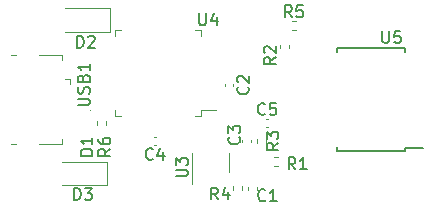
<source format=gto>
G04 #@! TF.GenerationSoftware,KiCad,Pcbnew,5.1.5+dfsg1-2build2*
G04 #@! TF.CreationDate,2021-07-03T20:40:33+02:00*
G04 #@! TF.ProjectId,combined,636f6d62-696e-4656-942e-6b696361645f,rev?*
G04 #@! TF.SameCoordinates,Original*
G04 #@! TF.FileFunction,Legend,Top*
G04 #@! TF.FilePolarity,Positive*
%FSLAX46Y46*%
G04 Gerber Fmt 4.6, Leading zero omitted, Abs format (unit mm)*
G04 Created by KiCad (PCBNEW 5.1.5+dfsg1-2build2) date 2021-07-03 20:40:33*
%MOMM*%
%LPD*%
G04 APERTURE LIST*
%ADD10C,0.120000*%
%ADD11C,0.100000*%
%ADD12C,0.150000*%
%ADD13C,1.202000*%
%ADD14R,1.852000X0.552000*%
%ADD15C,3.602000*%
%ADD16O,1.652000X0.992000*%
%ADD17R,1.652000X1.302000*%
%ADD18R,1.652000X1.602000*%
%ADD19O,1.052000X1.352000*%
%ADD20R,1.452000X0.502000*%
%ADD21R,1.202000X1.202000*%
G04 APERTURE END LIST*
D10*
X84870000Y-35596359D02*
X84870000Y-35903641D01*
X85630000Y-35596359D02*
X85630000Y-35903641D01*
D11*
X84300000Y-34665000D02*
G75*
G03X84300000Y-34665000I-50000J0D01*
G01*
D10*
X92890000Y-39112500D02*
X92890000Y-40912500D01*
X92890000Y-39112500D02*
X92890000Y-38312500D01*
X96010000Y-39112500D02*
X96010000Y-39912500D01*
X96010000Y-39112500D02*
X96010000Y-38312500D01*
D12*
X110875000Y-37850000D02*
X112475000Y-37850000D01*
X110875000Y-29425000D02*
X105125000Y-29425000D01*
X110875000Y-38075000D02*
X105125000Y-38075000D01*
X110875000Y-29425000D02*
X110875000Y-29725000D01*
X105125000Y-29425000D02*
X105125000Y-29725000D01*
X105125000Y-38075000D02*
X105125000Y-37775000D01*
X110875000Y-38075000D02*
X110875000Y-37850000D01*
D10*
X93610000Y-34660000D02*
X94900000Y-34660000D01*
X93610000Y-35110000D02*
X93610000Y-34660000D01*
X93160000Y-35110000D02*
X93610000Y-35110000D01*
X86390000Y-35110000D02*
X86390000Y-34660000D01*
X86840000Y-35110000D02*
X86390000Y-35110000D01*
X93610000Y-27890000D02*
X93610000Y-28340000D01*
X93160000Y-27890000D02*
X93610000Y-27890000D01*
X86390000Y-27890000D02*
X86390000Y-28340000D01*
X86840000Y-27890000D02*
X86390000Y-27890000D01*
X101346359Y-27880000D02*
X101653641Y-27880000D01*
X101346359Y-27120000D02*
X101653641Y-27120000D01*
X97130000Y-41403641D02*
X97130000Y-41096359D01*
X96370000Y-41403641D02*
X96370000Y-41096359D01*
X99130000Y-37403641D02*
X99130000Y-37096359D01*
X98370000Y-37403641D02*
X98370000Y-37096359D01*
X101130000Y-29403641D02*
X101130000Y-29096359D01*
X100370000Y-29403641D02*
X100370000Y-29096359D01*
X100153641Y-38620000D02*
X99846359Y-38620000D01*
X100153641Y-39380000D02*
X99846359Y-39380000D01*
X79930000Y-37510000D02*
X81910000Y-37510000D01*
X81910000Y-37510000D02*
X81910000Y-37090000D01*
X77960000Y-37510000D02*
X77560000Y-37510000D01*
X77560000Y-29990000D02*
X77960000Y-29990000D01*
X79930000Y-29990000D02*
X81910000Y-29990000D01*
X81910000Y-29990000D02*
X81910000Y-30410000D01*
X82590000Y-32440000D02*
X82590000Y-31990000D01*
X82140000Y-31990000D02*
X82590000Y-31990000D01*
X85700000Y-41000000D02*
X81850000Y-41000000D01*
X85700000Y-39000000D02*
X81850000Y-39000000D01*
X85700000Y-41000000D02*
X85700000Y-39000000D01*
X85950000Y-28000000D02*
X82100000Y-28000000D01*
X85950000Y-26000000D02*
X82100000Y-26000000D01*
X85950000Y-28000000D02*
X85950000Y-26000000D01*
X99122164Y-36110000D02*
X99337836Y-36110000D01*
X99122164Y-35390000D02*
X99337836Y-35390000D01*
X89837836Y-36890000D02*
X89622164Y-36890000D01*
X89837836Y-37610000D02*
X89622164Y-37610000D01*
X97140000Y-37142164D02*
X97140000Y-37357836D01*
X97860000Y-37142164D02*
X97860000Y-37357836D01*
X96360000Y-32607836D02*
X96360000Y-32392164D01*
X95640000Y-32607836D02*
X95640000Y-32392164D01*
X98360000Y-41377836D02*
X98360000Y-41162164D01*
X97640000Y-41377836D02*
X97640000Y-41162164D01*
D12*
X85952380Y-37916666D02*
X85476190Y-38250000D01*
X85952380Y-38488095D02*
X84952380Y-38488095D01*
X84952380Y-38107142D01*
X85000000Y-38011904D01*
X85047619Y-37964285D01*
X85142857Y-37916666D01*
X85285714Y-37916666D01*
X85380952Y-37964285D01*
X85428571Y-38011904D01*
X85476190Y-38107142D01*
X85476190Y-38488095D01*
X84952380Y-37059523D02*
X84952380Y-37250000D01*
X85000000Y-37345238D01*
X85047619Y-37392857D01*
X85190476Y-37488095D01*
X85380952Y-37535714D01*
X85761904Y-37535714D01*
X85857142Y-37488095D01*
X85904761Y-37440476D01*
X85952380Y-37345238D01*
X85952380Y-37154761D01*
X85904761Y-37059523D01*
X85857142Y-37011904D01*
X85761904Y-36964285D01*
X85523809Y-36964285D01*
X85428571Y-37011904D01*
X85380952Y-37059523D01*
X85333333Y-37154761D01*
X85333333Y-37345238D01*
X85380952Y-37440476D01*
X85428571Y-37488095D01*
X85523809Y-37535714D01*
X84452380Y-38488095D02*
X83452380Y-38488095D01*
X83452380Y-38250000D01*
X83500000Y-38107142D01*
X83595238Y-38011904D01*
X83690476Y-37964285D01*
X83880952Y-37916666D01*
X84023809Y-37916666D01*
X84214285Y-37964285D01*
X84309523Y-38011904D01*
X84404761Y-38107142D01*
X84452380Y-38250000D01*
X84452380Y-38488095D01*
X84452380Y-36964285D02*
X84452380Y-37535714D01*
X84452380Y-37250000D02*
X83452380Y-37250000D01*
X83595238Y-37345238D01*
X83690476Y-37440476D01*
X83738095Y-37535714D01*
X91502380Y-40261904D02*
X92311904Y-40261904D01*
X92407142Y-40214285D01*
X92454761Y-40166666D01*
X92502380Y-40071428D01*
X92502380Y-39880952D01*
X92454761Y-39785714D01*
X92407142Y-39738095D01*
X92311904Y-39690476D01*
X91502380Y-39690476D01*
X91502380Y-39309523D02*
X91502380Y-38690476D01*
X91883333Y-39023809D01*
X91883333Y-38880952D01*
X91930952Y-38785714D01*
X91978571Y-38738095D01*
X92073809Y-38690476D01*
X92311904Y-38690476D01*
X92407142Y-38738095D01*
X92454761Y-38785714D01*
X92502380Y-38880952D01*
X92502380Y-39166666D01*
X92454761Y-39261904D01*
X92407142Y-39309523D01*
X108988095Y-27952380D02*
X108988095Y-28761904D01*
X109035714Y-28857142D01*
X109083333Y-28904761D01*
X109178571Y-28952380D01*
X109369047Y-28952380D01*
X109464285Y-28904761D01*
X109511904Y-28857142D01*
X109559523Y-28761904D01*
X109559523Y-27952380D01*
X110511904Y-27952380D02*
X110035714Y-27952380D01*
X109988095Y-28428571D01*
X110035714Y-28380952D01*
X110130952Y-28333333D01*
X110369047Y-28333333D01*
X110464285Y-28380952D01*
X110511904Y-28428571D01*
X110559523Y-28523809D01*
X110559523Y-28761904D01*
X110511904Y-28857142D01*
X110464285Y-28904761D01*
X110369047Y-28952380D01*
X110130952Y-28952380D01*
X110035714Y-28904761D01*
X109988095Y-28857142D01*
X93488095Y-26452380D02*
X93488095Y-27261904D01*
X93535714Y-27357142D01*
X93583333Y-27404761D01*
X93678571Y-27452380D01*
X93869047Y-27452380D01*
X93964285Y-27404761D01*
X94011904Y-27357142D01*
X94059523Y-27261904D01*
X94059523Y-26452380D01*
X94964285Y-26785714D02*
X94964285Y-27452380D01*
X94726190Y-26404761D02*
X94488095Y-27119047D01*
X95107142Y-27119047D01*
X101333333Y-26782380D02*
X101000000Y-26306190D01*
X100761904Y-26782380D02*
X100761904Y-25782380D01*
X101142857Y-25782380D01*
X101238095Y-25830000D01*
X101285714Y-25877619D01*
X101333333Y-25972857D01*
X101333333Y-26115714D01*
X101285714Y-26210952D01*
X101238095Y-26258571D01*
X101142857Y-26306190D01*
X100761904Y-26306190D01*
X102238095Y-25782380D02*
X101761904Y-25782380D01*
X101714285Y-26258571D01*
X101761904Y-26210952D01*
X101857142Y-26163333D01*
X102095238Y-26163333D01*
X102190476Y-26210952D01*
X102238095Y-26258571D01*
X102285714Y-26353809D01*
X102285714Y-26591904D01*
X102238095Y-26687142D01*
X102190476Y-26734761D01*
X102095238Y-26782380D01*
X101857142Y-26782380D01*
X101761904Y-26734761D01*
X101714285Y-26687142D01*
X95083333Y-42202380D02*
X94750000Y-41726190D01*
X94511904Y-42202380D02*
X94511904Y-41202380D01*
X94892857Y-41202380D01*
X94988095Y-41250000D01*
X95035714Y-41297619D01*
X95083333Y-41392857D01*
X95083333Y-41535714D01*
X95035714Y-41630952D01*
X94988095Y-41678571D01*
X94892857Y-41726190D01*
X94511904Y-41726190D01*
X95940476Y-41535714D02*
X95940476Y-42202380D01*
X95702380Y-41154761D02*
X95464285Y-41869047D01*
X96083333Y-41869047D01*
X100202380Y-37416666D02*
X99726190Y-37750000D01*
X100202380Y-37988095D02*
X99202380Y-37988095D01*
X99202380Y-37607142D01*
X99250000Y-37511904D01*
X99297619Y-37464285D01*
X99392857Y-37416666D01*
X99535714Y-37416666D01*
X99630952Y-37464285D01*
X99678571Y-37511904D01*
X99726190Y-37607142D01*
X99726190Y-37988095D01*
X99202380Y-37083333D02*
X99202380Y-36464285D01*
X99583333Y-36797619D01*
X99583333Y-36654761D01*
X99630952Y-36559523D01*
X99678571Y-36511904D01*
X99773809Y-36464285D01*
X100011904Y-36464285D01*
X100107142Y-36511904D01*
X100154761Y-36559523D01*
X100202380Y-36654761D01*
X100202380Y-36940476D01*
X100154761Y-37035714D01*
X100107142Y-37083333D01*
X99952380Y-30166666D02*
X99476190Y-30500000D01*
X99952380Y-30738095D02*
X98952380Y-30738095D01*
X98952380Y-30357142D01*
X99000000Y-30261904D01*
X99047619Y-30214285D01*
X99142857Y-30166666D01*
X99285714Y-30166666D01*
X99380952Y-30214285D01*
X99428571Y-30261904D01*
X99476190Y-30357142D01*
X99476190Y-30738095D01*
X99047619Y-29785714D02*
X99000000Y-29738095D01*
X98952380Y-29642857D01*
X98952380Y-29404761D01*
X99000000Y-29309523D01*
X99047619Y-29261904D01*
X99142857Y-29214285D01*
X99238095Y-29214285D01*
X99380952Y-29261904D01*
X99952380Y-29833333D01*
X99952380Y-29214285D01*
X101633333Y-39652380D02*
X101300000Y-39176190D01*
X101061904Y-39652380D02*
X101061904Y-38652380D01*
X101442857Y-38652380D01*
X101538095Y-38700000D01*
X101585714Y-38747619D01*
X101633333Y-38842857D01*
X101633333Y-38985714D01*
X101585714Y-39080952D01*
X101538095Y-39128571D01*
X101442857Y-39176190D01*
X101061904Y-39176190D01*
X102585714Y-39652380D02*
X102014285Y-39652380D01*
X102300000Y-39652380D02*
X102300000Y-38652380D01*
X102204761Y-38795238D01*
X102109523Y-38890476D01*
X102014285Y-38938095D01*
X83202380Y-34238095D02*
X84011904Y-34238095D01*
X84107142Y-34190476D01*
X84154761Y-34142857D01*
X84202380Y-34047619D01*
X84202380Y-33857142D01*
X84154761Y-33761904D01*
X84107142Y-33714285D01*
X84011904Y-33666666D01*
X83202380Y-33666666D01*
X84154761Y-33238095D02*
X84202380Y-33095238D01*
X84202380Y-32857142D01*
X84154761Y-32761904D01*
X84107142Y-32714285D01*
X84011904Y-32666666D01*
X83916666Y-32666666D01*
X83821428Y-32714285D01*
X83773809Y-32761904D01*
X83726190Y-32857142D01*
X83678571Y-33047619D01*
X83630952Y-33142857D01*
X83583333Y-33190476D01*
X83488095Y-33238095D01*
X83392857Y-33238095D01*
X83297619Y-33190476D01*
X83250000Y-33142857D01*
X83202380Y-33047619D01*
X83202380Y-32809523D01*
X83250000Y-32666666D01*
X83678571Y-31904761D02*
X83726190Y-31761904D01*
X83773809Y-31714285D01*
X83869047Y-31666666D01*
X84011904Y-31666666D01*
X84107142Y-31714285D01*
X84154761Y-31761904D01*
X84202380Y-31857142D01*
X84202380Y-32238095D01*
X83202380Y-32238095D01*
X83202380Y-31904761D01*
X83250000Y-31809523D01*
X83297619Y-31761904D01*
X83392857Y-31714285D01*
X83488095Y-31714285D01*
X83583333Y-31761904D01*
X83630952Y-31809523D01*
X83678571Y-31904761D01*
X83678571Y-32238095D01*
X84202380Y-30714285D02*
X84202380Y-31285714D01*
X84202380Y-31000000D02*
X83202380Y-31000000D01*
X83345238Y-31095238D01*
X83440476Y-31190476D01*
X83488095Y-31285714D01*
X82888904Y-42252380D02*
X82888904Y-41252380D01*
X83127000Y-41252380D01*
X83269857Y-41300000D01*
X83365095Y-41395238D01*
X83412714Y-41490476D01*
X83460333Y-41680952D01*
X83460333Y-41823809D01*
X83412714Y-42014285D01*
X83365095Y-42109523D01*
X83269857Y-42204761D01*
X83127000Y-42252380D01*
X82888904Y-42252380D01*
X83793666Y-41252380D02*
X84412714Y-41252380D01*
X84079380Y-41633333D01*
X84222238Y-41633333D01*
X84317476Y-41680952D01*
X84365095Y-41728571D01*
X84412714Y-41823809D01*
X84412714Y-42061904D01*
X84365095Y-42157142D01*
X84317476Y-42204761D01*
X84222238Y-42252380D01*
X83936523Y-42252380D01*
X83841285Y-42204761D01*
X83793666Y-42157142D01*
X83138904Y-29357380D02*
X83138904Y-28357380D01*
X83377000Y-28357380D01*
X83519857Y-28405000D01*
X83615095Y-28500238D01*
X83662714Y-28595476D01*
X83710333Y-28785952D01*
X83710333Y-28928809D01*
X83662714Y-29119285D01*
X83615095Y-29214523D01*
X83519857Y-29309761D01*
X83377000Y-29357380D01*
X83138904Y-29357380D01*
X84091285Y-28452619D02*
X84138904Y-28405000D01*
X84234142Y-28357380D01*
X84472238Y-28357380D01*
X84567476Y-28405000D01*
X84615095Y-28452619D01*
X84662714Y-28547857D01*
X84662714Y-28643095D01*
X84615095Y-28785952D01*
X84043666Y-29357380D01*
X84662714Y-29357380D01*
X99063333Y-34947142D02*
X99015714Y-34994761D01*
X98872857Y-35042380D01*
X98777619Y-35042380D01*
X98634761Y-34994761D01*
X98539523Y-34899523D01*
X98491904Y-34804285D01*
X98444285Y-34613809D01*
X98444285Y-34470952D01*
X98491904Y-34280476D01*
X98539523Y-34185238D01*
X98634761Y-34090000D01*
X98777619Y-34042380D01*
X98872857Y-34042380D01*
X99015714Y-34090000D01*
X99063333Y-34137619D01*
X99968095Y-34042380D02*
X99491904Y-34042380D01*
X99444285Y-34518571D01*
X99491904Y-34470952D01*
X99587142Y-34423333D01*
X99825238Y-34423333D01*
X99920476Y-34470952D01*
X99968095Y-34518571D01*
X100015714Y-34613809D01*
X100015714Y-34851904D01*
X99968095Y-34947142D01*
X99920476Y-34994761D01*
X99825238Y-35042380D01*
X99587142Y-35042380D01*
X99491904Y-34994761D01*
X99444285Y-34947142D01*
X89563333Y-38767142D02*
X89515714Y-38814761D01*
X89372857Y-38862380D01*
X89277619Y-38862380D01*
X89134761Y-38814761D01*
X89039523Y-38719523D01*
X88991904Y-38624285D01*
X88944285Y-38433809D01*
X88944285Y-38290952D01*
X88991904Y-38100476D01*
X89039523Y-38005238D01*
X89134761Y-37910000D01*
X89277619Y-37862380D01*
X89372857Y-37862380D01*
X89515714Y-37910000D01*
X89563333Y-37957619D01*
X90420476Y-38195714D02*
X90420476Y-38862380D01*
X90182380Y-37814761D02*
X89944285Y-38529047D01*
X90563333Y-38529047D01*
X96857142Y-36916666D02*
X96904761Y-36964285D01*
X96952380Y-37107142D01*
X96952380Y-37202380D01*
X96904761Y-37345238D01*
X96809523Y-37440476D01*
X96714285Y-37488095D01*
X96523809Y-37535714D01*
X96380952Y-37535714D01*
X96190476Y-37488095D01*
X96095238Y-37440476D01*
X96000000Y-37345238D01*
X95952380Y-37202380D01*
X95952380Y-37107142D01*
X96000000Y-36964285D01*
X96047619Y-36916666D01*
X95952380Y-36583333D02*
X95952380Y-35964285D01*
X96333333Y-36297619D01*
X96333333Y-36154761D01*
X96380952Y-36059523D01*
X96428571Y-36011904D01*
X96523809Y-35964285D01*
X96761904Y-35964285D01*
X96857142Y-36011904D01*
X96904761Y-36059523D01*
X96952380Y-36154761D01*
X96952380Y-36440476D01*
X96904761Y-36535714D01*
X96857142Y-36583333D01*
X97607142Y-32666666D02*
X97654761Y-32714285D01*
X97702380Y-32857142D01*
X97702380Y-32952380D01*
X97654761Y-33095238D01*
X97559523Y-33190476D01*
X97464285Y-33238095D01*
X97273809Y-33285714D01*
X97130952Y-33285714D01*
X96940476Y-33238095D01*
X96845238Y-33190476D01*
X96750000Y-33095238D01*
X96702380Y-32952380D01*
X96702380Y-32857142D01*
X96750000Y-32714285D01*
X96797619Y-32666666D01*
X96797619Y-32285714D02*
X96750000Y-32238095D01*
X96702380Y-32142857D01*
X96702380Y-31904761D01*
X96750000Y-31809523D01*
X96797619Y-31761904D01*
X96892857Y-31714285D01*
X96988095Y-31714285D01*
X97130952Y-31761904D01*
X97702380Y-32333333D01*
X97702380Y-31714285D01*
X99083333Y-42257142D02*
X99035714Y-42304761D01*
X98892857Y-42352380D01*
X98797619Y-42352380D01*
X98654761Y-42304761D01*
X98559523Y-42209523D01*
X98511904Y-42114285D01*
X98464285Y-41923809D01*
X98464285Y-41780952D01*
X98511904Y-41590476D01*
X98559523Y-41495238D01*
X98654761Y-41400000D01*
X98797619Y-41352380D01*
X98892857Y-41352380D01*
X99035714Y-41400000D01*
X99083333Y-41447619D01*
X100035714Y-42352380D02*
X99464285Y-42352380D01*
X99750000Y-42352380D02*
X99750000Y-41352380D01*
X99654761Y-41495238D01*
X99559523Y-41590476D01*
X99464285Y-41638095D01*
%LPC*%
D11*
G36*
X85476232Y-35939773D02*
G01*
X85491812Y-35942084D01*
X85507091Y-35945911D01*
X85521921Y-35951217D01*
X85536159Y-35957952D01*
X85549669Y-35966049D01*
X85562320Y-35975432D01*
X85573991Y-35986009D01*
X85584568Y-35997680D01*
X85593951Y-36010331D01*
X85602048Y-36023841D01*
X85608783Y-36038079D01*
X85614089Y-36052909D01*
X85617916Y-36068188D01*
X85620227Y-36083768D01*
X85621000Y-36099500D01*
X85621000Y-36420500D01*
X85620227Y-36436232D01*
X85617916Y-36451812D01*
X85614089Y-36467091D01*
X85608783Y-36481921D01*
X85602048Y-36496159D01*
X85593951Y-36509669D01*
X85584568Y-36522320D01*
X85573991Y-36533991D01*
X85562320Y-36544568D01*
X85549669Y-36553951D01*
X85536159Y-36562048D01*
X85521921Y-36568783D01*
X85507091Y-36574089D01*
X85491812Y-36577916D01*
X85476232Y-36580227D01*
X85460500Y-36581000D01*
X85039500Y-36581000D01*
X85023768Y-36580227D01*
X85008188Y-36577916D01*
X84992909Y-36574089D01*
X84978079Y-36568783D01*
X84963841Y-36562048D01*
X84950331Y-36553951D01*
X84937680Y-36544568D01*
X84926009Y-36533991D01*
X84915432Y-36522320D01*
X84906049Y-36509669D01*
X84897952Y-36496159D01*
X84891217Y-36481921D01*
X84885911Y-36467091D01*
X84882084Y-36451812D01*
X84879773Y-36436232D01*
X84879000Y-36420500D01*
X84879000Y-36099500D01*
X84879773Y-36083768D01*
X84882084Y-36068188D01*
X84885911Y-36052909D01*
X84891217Y-36038079D01*
X84897952Y-36023841D01*
X84906049Y-36010331D01*
X84915432Y-35997680D01*
X84926009Y-35986009D01*
X84937680Y-35975432D01*
X84950331Y-35966049D01*
X84963841Y-35957952D01*
X84978079Y-35951217D01*
X84992909Y-35945911D01*
X85008188Y-35942084D01*
X85023768Y-35939773D01*
X85039500Y-35939000D01*
X85460500Y-35939000D01*
X85476232Y-35939773D01*
G37*
G36*
X85476232Y-34919773D02*
G01*
X85491812Y-34922084D01*
X85507091Y-34925911D01*
X85521921Y-34931217D01*
X85536159Y-34937952D01*
X85549669Y-34946049D01*
X85562320Y-34955432D01*
X85573991Y-34966009D01*
X85584568Y-34977680D01*
X85593951Y-34990331D01*
X85602048Y-35003841D01*
X85608783Y-35018079D01*
X85614089Y-35032909D01*
X85617916Y-35048188D01*
X85620227Y-35063768D01*
X85621000Y-35079500D01*
X85621000Y-35400500D01*
X85620227Y-35416232D01*
X85617916Y-35431812D01*
X85614089Y-35447091D01*
X85608783Y-35461921D01*
X85602048Y-35476159D01*
X85593951Y-35489669D01*
X85584568Y-35502320D01*
X85573991Y-35513991D01*
X85562320Y-35524568D01*
X85549669Y-35533951D01*
X85536159Y-35542048D01*
X85521921Y-35548783D01*
X85507091Y-35554089D01*
X85491812Y-35557916D01*
X85476232Y-35560227D01*
X85460500Y-35561000D01*
X85039500Y-35561000D01*
X85023768Y-35560227D01*
X85008188Y-35557916D01*
X84992909Y-35554089D01*
X84978079Y-35548783D01*
X84963841Y-35542048D01*
X84950331Y-35533951D01*
X84937680Y-35524568D01*
X84926009Y-35513991D01*
X84915432Y-35502320D01*
X84906049Y-35489669D01*
X84897952Y-35476159D01*
X84891217Y-35461921D01*
X84885911Y-35447091D01*
X84882084Y-35431812D01*
X84879773Y-35416232D01*
X84879000Y-35400500D01*
X84879000Y-35079500D01*
X84879773Y-35063768D01*
X84882084Y-35048188D01*
X84885911Y-35032909D01*
X84891217Y-35018079D01*
X84897952Y-35003841D01*
X84906049Y-34990331D01*
X84915432Y-34977680D01*
X84926009Y-34966009D01*
X84937680Y-34955432D01*
X84950331Y-34946049D01*
X84963841Y-34937952D01*
X84978079Y-34931217D01*
X84992909Y-34925911D01*
X85008188Y-34922084D01*
X85023768Y-34919773D01*
X85039500Y-34919000D01*
X85460500Y-34919000D01*
X85476232Y-34919773D01*
G37*
G36*
X84464957Y-35894833D02*
G01*
X84481751Y-35897324D01*
X84498219Y-35901449D01*
X84514204Y-35907169D01*
X84529552Y-35914428D01*
X84544114Y-35923156D01*
X84557750Y-35933269D01*
X84570329Y-35944671D01*
X84581731Y-35957250D01*
X84591844Y-35970886D01*
X84600572Y-35985448D01*
X84607831Y-36000796D01*
X84613551Y-36016781D01*
X84617676Y-36033249D01*
X84620167Y-36050043D01*
X84621000Y-36067000D01*
X84621000Y-36413000D01*
X84620167Y-36429957D01*
X84617676Y-36446751D01*
X84613551Y-36463219D01*
X84607831Y-36479204D01*
X84600572Y-36494552D01*
X84591844Y-36509114D01*
X84581731Y-36522750D01*
X84570329Y-36535329D01*
X84557750Y-36546731D01*
X84544114Y-36556844D01*
X84529552Y-36565572D01*
X84514204Y-36572831D01*
X84498219Y-36578551D01*
X84481751Y-36582676D01*
X84464957Y-36585167D01*
X84448000Y-36586000D01*
X84052000Y-36586000D01*
X84035043Y-36585167D01*
X84018249Y-36582676D01*
X84001781Y-36578551D01*
X83985796Y-36572831D01*
X83970448Y-36565572D01*
X83955886Y-36556844D01*
X83942250Y-36546731D01*
X83929671Y-36535329D01*
X83918269Y-36522750D01*
X83908156Y-36509114D01*
X83899428Y-36494552D01*
X83892169Y-36479204D01*
X83886449Y-36463219D01*
X83882324Y-36446751D01*
X83879833Y-36429957D01*
X83879000Y-36413000D01*
X83879000Y-36067000D01*
X83879833Y-36050043D01*
X83882324Y-36033249D01*
X83886449Y-36016781D01*
X83892169Y-36000796D01*
X83899428Y-35985448D01*
X83908156Y-35970886D01*
X83918269Y-35957250D01*
X83929671Y-35944671D01*
X83942250Y-35933269D01*
X83955886Y-35923156D01*
X83970448Y-35914428D01*
X83985796Y-35907169D01*
X84001781Y-35901449D01*
X84018249Y-35897324D01*
X84035043Y-35894833D01*
X84052000Y-35894000D01*
X84448000Y-35894000D01*
X84464957Y-35894833D01*
G37*
G36*
X84464957Y-34924833D02*
G01*
X84481751Y-34927324D01*
X84498219Y-34931449D01*
X84514204Y-34937169D01*
X84529552Y-34944428D01*
X84544114Y-34953156D01*
X84557750Y-34963269D01*
X84570329Y-34974671D01*
X84581731Y-34987250D01*
X84591844Y-35000886D01*
X84600572Y-35015448D01*
X84607831Y-35030796D01*
X84613551Y-35046781D01*
X84617676Y-35063249D01*
X84620167Y-35080043D01*
X84621000Y-35097000D01*
X84621000Y-35443000D01*
X84620167Y-35459957D01*
X84617676Y-35476751D01*
X84613551Y-35493219D01*
X84607831Y-35509204D01*
X84600572Y-35524552D01*
X84591844Y-35539114D01*
X84581731Y-35552750D01*
X84570329Y-35565329D01*
X84557750Y-35576731D01*
X84544114Y-35586844D01*
X84529552Y-35595572D01*
X84514204Y-35602831D01*
X84498219Y-35608551D01*
X84481751Y-35612676D01*
X84464957Y-35615167D01*
X84448000Y-35616000D01*
X84052000Y-35616000D01*
X84035043Y-35615167D01*
X84018249Y-35612676D01*
X84001781Y-35608551D01*
X83985796Y-35602831D01*
X83970448Y-35595572D01*
X83955886Y-35586844D01*
X83942250Y-35576731D01*
X83929671Y-35565329D01*
X83918269Y-35552750D01*
X83908156Y-35539114D01*
X83899428Y-35524552D01*
X83892169Y-35509204D01*
X83886449Y-35493219D01*
X83882324Y-35476751D01*
X83879833Y-35459957D01*
X83879000Y-35443000D01*
X83879000Y-35097000D01*
X83879833Y-35080043D01*
X83882324Y-35063249D01*
X83886449Y-35046781D01*
X83892169Y-35030796D01*
X83899428Y-35015448D01*
X83908156Y-35000886D01*
X83918269Y-34987250D01*
X83929671Y-34974671D01*
X83942250Y-34963269D01*
X83955886Y-34953156D01*
X83970448Y-34944428D01*
X83985796Y-34937169D01*
X84001781Y-34931449D01*
X84018249Y-34927324D01*
X84035043Y-34924833D01*
X84052000Y-34924000D01*
X84448000Y-34924000D01*
X84464957Y-34924833D01*
G37*
G36*
X93692702Y-37262345D02*
G01*
X93709738Y-37264872D01*
X93726445Y-37269057D01*
X93742661Y-37274859D01*
X93758230Y-37282223D01*
X93773003Y-37291077D01*
X93786836Y-37301337D01*
X93799597Y-37312903D01*
X93811163Y-37325664D01*
X93821423Y-37339497D01*
X93830277Y-37354270D01*
X93837641Y-37369839D01*
X93843443Y-37386055D01*
X93847628Y-37402762D01*
X93850155Y-37419798D01*
X93851000Y-37437000D01*
X93851000Y-38513000D01*
X93850155Y-38530202D01*
X93847628Y-38547238D01*
X93843443Y-38563945D01*
X93837641Y-38580161D01*
X93830277Y-38595730D01*
X93821423Y-38610503D01*
X93811163Y-38624336D01*
X93799597Y-38637097D01*
X93786836Y-38648663D01*
X93773003Y-38658923D01*
X93758230Y-38667777D01*
X93742661Y-38675141D01*
X93726445Y-38680943D01*
X93709738Y-38685128D01*
X93692702Y-38687655D01*
X93675500Y-38688500D01*
X93324500Y-38688500D01*
X93307298Y-38687655D01*
X93290262Y-38685128D01*
X93273555Y-38680943D01*
X93257339Y-38675141D01*
X93241770Y-38667777D01*
X93226997Y-38658923D01*
X93213164Y-38648663D01*
X93200403Y-38637097D01*
X93188837Y-38624336D01*
X93178577Y-38610503D01*
X93169723Y-38595730D01*
X93162359Y-38580161D01*
X93156557Y-38563945D01*
X93152372Y-38547238D01*
X93149845Y-38530202D01*
X93149000Y-38513000D01*
X93149000Y-37437000D01*
X93149845Y-37419798D01*
X93152372Y-37402762D01*
X93156557Y-37386055D01*
X93162359Y-37369839D01*
X93169723Y-37354270D01*
X93178577Y-37339497D01*
X93188837Y-37325664D01*
X93200403Y-37312903D01*
X93213164Y-37301337D01*
X93226997Y-37291077D01*
X93241770Y-37282223D01*
X93257339Y-37274859D01*
X93273555Y-37269057D01*
X93290262Y-37264872D01*
X93307298Y-37262345D01*
X93324500Y-37261500D01*
X93675500Y-37261500D01*
X93692702Y-37262345D01*
G37*
G36*
X95592702Y-37262345D02*
G01*
X95609738Y-37264872D01*
X95626445Y-37269057D01*
X95642661Y-37274859D01*
X95658230Y-37282223D01*
X95673003Y-37291077D01*
X95686836Y-37301337D01*
X95699597Y-37312903D01*
X95711163Y-37325664D01*
X95721423Y-37339497D01*
X95730277Y-37354270D01*
X95737641Y-37369839D01*
X95743443Y-37386055D01*
X95747628Y-37402762D01*
X95750155Y-37419798D01*
X95751000Y-37437000D01*
X95751000Y-38513000D01*
X95750155Y-38530202D01*
X95747628Y-38547238D01*
X95743443Y-38563945D01*
X95737641Y-38580161D01*
X95730277Y-38595730D01*
X95721423Y-38610503D01*
X95711163Y-38624336D01*
X95699597Y-38637097D01*
X95686836Y-38648663D01*
X95673003Y-38658923D01*
X95658230Y-38667777D01*
X95642661Y-38675141D01*
X95626445Y-38680943D01*
X95609738Y-38685128D01*
X95592702Y-38687655D01*
X95575500Y-38688500D01*
X95224500Y-38688500D01*
X95207298Y-38687655D01*
X95190262Y-38685128D01*
X95173555Y-38680943D01*
X95157339Y-38675141D01*
X95141770Y-38667777D01*
X95126997Y-38658923D01*
X95113164Y-38648663D01*
X95100403Y-38637097D01*
X95088837Y-38624336D01*
X95078577Y-38610503D01*
X95069723Y-38595730D01*
X95062359Y-38580161D01*
X95056557Y-38563945D01*
X95052372Y-38547238D01*
X95049845Y-38530202D01*
X95049000Y-38513000D01*
X95049000Y-37437000D01*
X95049845Y-37419798D01*
X95052372Y-37402762D01*
X95056557Y-37386055D01*
X95062359Y-37369839D01*
X95069723Y-37354270D01*
X95078577Y-37339497D01*
X95088837Y-37325664D01*
X95100403Y-37312903D01*
X95113164Y-37301337D01*
X95126997Y-37291077D01*
X95141770Y-37282223D01*
X95157339Y-37274859D01*
X95173555Y-37269057D01*
X95190262Y-37264872D01*
X95207298Y-37262345D01*
X95224500Y-37261500D01*
X95575500Y-37261500D01*
X95592702Y-37262345D01*
G37*
G36*
X95592702Y-39537345D02*
G01*
X95609738Y-39539872D01*
X95626445Y-39544057D01*
X95642661Y-39549859D01*
X95658230Y-39557223D01*
X95673003Y-39566077D01*
X95686836Y-39576337D01*
X95699597Y-39587903D01*
X95711163Y-39600664D01*
X95721423Y-39614497D01*
X95730277Y-39629270D01*
X95737641Y-39644839D01*
X95743443Y-39661055D01*
X95747628Y-39677762D01*
X95750155Y-39694798D01*
X95751000Y-39712000D01*
X95751000Y-40788000D01*
X95750155Y-40805202D01*
X95747628Y-40822238D01*
X95743443Y-40838945D01*
X95737641Y-40855161D01*
X95730277Y-40870730D01*
X95721423Y-40885503D01*
X95711163Y-40899336D01*
X95699597Y-40912097D01*
X95686836Y-40923663D01*
X95673003Y-40933923D01*
X95658230Y-40942777D01*
X95642661Y-40950141D01*
X95626445Y-40955943D01*
X95609738Y-40960128D01*
X95592702Y-40962655D01*
X95575500Y-40963500D01*
X95224500Y-40963500D01*
X95207298Y-40962655D01*
X95190262Y-40960128D01*
X95173555Y-40955943D01*
X95157339Y-40950141D01*
X95141770Y-40942777D01*
X95126997Y-40933923D01*
X95113164Y-40923663D01*
X95100403Y-40912097D01*
X95088837Y-40899336D01*
X95078577Y-40885503D01*
X95069723Y-40870730D01*
X95062359Y-40855161D01*
X95056557Y-40838945D01*
X95052372Y-40822238D01*
X95049845Y-40805202D01*
X95049000Y-40788000D01*
X95049000Y-39712000D01*
X95049845Y-39694798D01*
X95052372Y-39677762D01*
X95056557Y-39661055D01*
X95062359Y-39644839D01*
X95069723Y-39629270D01*
X95078577Y-39614497D01*
X95088837Y-39600664D01*
X95100403Y-39587903D01*
X95113164Y-39576337D01*
X95126997Y-39566077D01*
X95141770Y-39557223D01*
X95157339Y-39549859D01*
X95173555Y-39544057D01*
X95190262Y-39539872D01*
X95207298Y-39537345D01*
X95224500Y-39536500D01*
X95575500Y-39536500D01*
X95592702Y-39537345D01*
G37*
G36*
X94642702Y-39537345D02*
G01*
X94659738Y-39539872D01*
X94676445Y-39544057D01*
X94692661Y-39549859D01*
X94708230Y-39557223D01*
X94723003Y-39566077D01*
X94736836Y-39576337D01*
X94749597Y-39587903D01*
X94761163Y-39600664D01*
X94771423Y-39614497D01*
X94780277Y-39629270D01*
X94787641Y-39644839D01*
X94793443Y-39661055D01*
X94797628Y-39677762D01*
X94800155Y-39694798D01*
X94801000Y-39712000D01*
X94801000Y-40788000D01*
X94800155Y-40805202D01*
X94797628Y-40822238D01*
X94793443Y-40838945D01*
X94787641Y-40855161D01*
X94780277Y-40870730D01*
X94771423Y-40885503D01*
X94761163Y-40899336D01*
X94749597Y-40912097D01*
X94736836Y-40923663D01*
X94723003Y-40933923D01*
X94708230Y-40942777D01*
X94692661Y-40950141D01*
X94676445Y-40955943D01*
X94659738Y-40960128D01*
X94642702Y-40962655D01*
X94625500Y-40963500D01*
X94274500Y-40963500D01*
X94257298Y-40962655D01*
X94240262Y-40960128D01*
X94223555Y-40955943D01*
X94207339Y-40950141D01*
X94191770Y-40942777D01*
X94176997Y-40933923D01*
X94163164Y-40923663D01*
X94150403Y-40912097D01*
X94138837Y-40899336D01*
X94128577Y-40885503D01*
X94119723Y-40870730D01*
X94112359Y-40855161D01*
X94106557Y-40838945D01*
X94102372Y-40822238D01*
X94099845Y-40805202D01*
X94099000Y-40788000D01*
X94099000Y-39712000D01*
X94099845Y-39694798D01*
X94102372Y-39677762D01*
X94106557Y-39661055D01*
X94112359Y-39644839D01*
X94119723Y-39629270D01*
X94128577Y-39614497D01*
X94138837Y-39600664D01*
X94150403Y-39587903D01*
X94163164Y-39576337D01*
X94176997Y-39566077D01*
X94191770Y-39557223D01*
X94207339Y-39549859D01*
X94223555Y-39544057D01*
X94240262Y-39539872D01*
X94257298Y-39537345D01*
X94274500Y-39536500D01*
X94625500Y-39536500D01*
X94642702Y-39537345D01*
G37*
G36*
X93692702Y-39537345D02*
G01*
X93709738Y-39539872D01*
X93726445Y-39544057D01*
X93742661Y-39549859D01*
X93758230Y-39557223D01*
X93773003Y-39566077D01*
X93786836Y-39576337D01*
X93799597Y-39587903D01*
X93811163Y-39600664D01*
X93821423Y-39614497D01*
X93830277Y-39629270D01*
X93837641Y-39644839D01*
X93843443Y-39661055D01*
X93847628Y-39677762D01*
X93850155Y-39694798D01*
X93851000Y-39712000D01*
X93851000Y-40788000D01*
X93850155Y-40805202D01*
X93847628Y-40822238D01*
X93843443Y-40838945D01*
X93837641Y-40855161D01*
X93830277Y-40870730D01*
X93821423Y-40885503D01*
X93811163Y-40899336D01*
X93799597Y-40912097D01*
X93786836Y-40923663D01*
X93773003Y-40933923D01*
X93758230Y-40942777D01*
X93742661Y-40950141D01*
X93726445Y-40955943D01*
X93709738Y-40960128D01*
X93692702Y-40962655D01*
X93675500Y-40963500D01*
X93324500Y-40963500D01*
X93307298Y-40962655D01*
X93290262Y-40960128D01*
X93273555Y-40955943D01*
X93257339Y-40950141D01*
X93241770Y-40942777D01*
X93226997Y-40933923D01*
X93213164Y-40923663D01*
X93200403Y-40912097D01*
X93188837Y-40899336D01*
X93178577Y-40885503D01*
X93169723Y-40870730D01*
X93162359Y-40855161D01*
X93156557Y-40838945D01*
X93152372Y-40822238D01*
X93149845Y-40805202D01*
X93149000Y-40788000D01*
X93149000Y-39712000D01*
X93149845Y-39694798D01*
X93152372Y-39677762D01*
X93156557Y-39661055D01*
X93162359Y-39644839D01*
X93169723Y-39629270D01*
X93178577Y-39614497D01*
X93188837Y-39600664D01*
X93200403Y-39587903D01*
X93213164Y-39576337D01*
X93226997Y-39566077D01*
X93241770Y-39557223D01*
X93257339Y-39549859D01*
X93273555Y-39544057D01*
X93290262Y-39539872D01*
X93307298Y-39537345D01*
X93324500Y-39536500D01*
X93675500Y-39536500D01*
X93692702Y-39537345D01*
G37*
D13*
X102209798Y-29664214D02*
X102492640Y-29947056D01*
X100937006Y-30937006D02*
X101219848Y-31219848D01*
D11*
G36*
X98135323Y-27372970D02*
G01*
X98161810Y-27376899D01*
X98187784Y-27383405D01*
X98212996Y-27392426D01*
X98237201Y-27403874D01*
X98260169Y-27417640D01*
X98281676Y-27433591D01*
X98301516Y-27451573D01*
X99048427Y-28198484D01*
X99066409Y-28218324D01*
X99082360Y-28239831D01*
X99096126Y-28262799D01*
X99107574Y-28287004D01*
X99116595Y-28312216D01*
X99123101Y-28338190D01*
X99127030Y-28364677D01*
X99128344Y-28391421D01*
X99127030Y-28418165D01*
X99123101Y-28444652D01*
X99116595Y-28470626D01*
X99107574Y-28495838D01*
X99096126Y-28520043D01*
X99082360Y-28543011D01*
X99066409Y-28564518D01*
X99048427Y-28584358D01*
X98584358Y-29048427D01*
X98564518Y-29066409D01*
X98543011Y-29082360D01*
X98520043Y-29096126D01*
X98495838Y-29107574D01*
X98470626Y-29116595D01*
X98444652Y-29123101D01*
X98418165Y-29127030D01*
X98391421Y-29128344D01*
X98364677Y-29127030D01*
X98338190Y-29123101D01*
X98312216Y-29116595D01*
X98287004Y-29107574D01*
X98262799Y-29096126D01*
X98239831Y-29082360D01*
X98218324Y-29066409D01*
X98198484Y-29048427D01*
X97451573Y-28301516D01*
X97433591Y-28281676D01*
X97417640Y-28260169D01*
X97403874Y-28237201D01*
X97392426Y-28212996D01*
X97383405Y-28187784D01*
X97376899Y-28161810D01*
X97372970Y-28135323D01*
X97371656Y-28108579D01*
X97372970Y-28081835D01*
X97376899Y-28055348D01*
X97383405Y-28029374D01*
X97392426Y-28004162D01*
X97403874Y-27979957D01*
X97417640Y-27956989D01*
X97433591Y-27935482D01*
X97451573Y-27915642D01*
X97915642Y-27451573D01*
X97935482Y-27433591D01*
X97956989Y-27417640D01*
X97979957Y-27403874D01*
X98004162Y-27392426D01*
X98029374Y-27383405D01*
X98055348Y-27376899D01*
X98081835Y-27372970D01*
X98108579Y-27371656D01*
X98135323Y-27372970D01*
G37*
D13*
X99381371Y-26835787D02*
X99664213Y-27118629D01*
X100914214Y-36540202D02*
X101197056Y-36257360D01*
X102187006Y-37812994D02*
X102469848Y-37530152D01*
D11*
G36*
X99668165Y-39622970D02*
G01*
X99694652Y-39626899D01*
X99720626Y-39633405D01*
X99745838Y-39642426D01*
X99770043Y-39653874D01*
X99793011Y-39667640D01*
X99814518Y-39683591D01*
X99834358Y-39701573D01*
X100298427Y-40165642D01*
X100316409Y-40185482D01*
X100332360Y-40206989D01*
X100346126Y-40229957D01*
X100357574Y-40254162D01*
X100366595Y-40279374D01*
X100373101Y-40305348D01*
X100377030Y-40331835D01*
X100378344Y-40358579D01*
X100377030Y-40385323D01*
X100373101Y-40411810D01*
X100366595Y-40437784D01*
X100357574Y-40462996D01*
X100346126Y-40487201D01*
X100332360Y-40510169D01*
X100316409Y-40531676D01*
X100298427Y-40551516D01*
X99551516Y-41298427D01*
X99531676Y-41316409D01*
X99510169Y-41332360D01*
X99487201Y-41346126D01*
X99462996Y-41357574D01*
X99437784Y-41366595D01*
X99411810Y-41373101D01*
X99385323Y-41377030D01*
X99358579Y-41378344D01*
X99331835Y-41377030D01*
X99305348Y-41373101D01*
X99279374Y-41366595D01*
X99254162Y-41357574D01*
X99229957Y-41346126D01*
X99206989Y-41332360D01*
X99185482Y-41316409D01*
X99165642Y-41298427D01*
X98701573Y-40834358D01*
X98683591Y-40814518D01*
X98667640Y-40793011D01*
X98653874Y-40770043D01*
X98642426Y-40745838D01*
X98633405Y-40720626D01*
X98626899Y-40694652D01*
X98622970Y-40668165D01*
X98621656Y-40641421D01*
X98622970Y-40614677D01*
X98626899Y-40588190D01*
X98633405Y-40562216D01*
X98642426Y-40537004D01*
X98653874Y-40512799D01*
X98667640Y-40489831D01*
X98683591Y-40468324D01*
X98701573Y-40448484D01*
X99448484Y-39701573D01*
X99468324Y-39683591D01*
X99489831Y-39667640D01*
X99512799Y-39653874D01*
X99537004Y-39642426D01*
X99562216Y-39633405D01*
X99588190Y-39626899D01*
X99614677Y-39622970D01*
X99641421Y-39621656D01*
X99668165Y-39622970D01*
G37*
D13*
X98085787Y-39368629D02*
X98368629Y-39085787D01*
D14*
X104400000Y-37325000D03*
X104400000Y-36675000D03*
X104400000Y-36025000D03*
X104400000Y-35375000D03*
X104400000Y-34725000D03*
X104400000Y-34075000D03*
X104400000Y-33425000D03*
X104400000Y-32775000D03*
X104400000Y-32125000D03*
X104400000Y-31475000D03*
X104400000Y-30825000D03*
X104400000Y-30175000D03*
X111600000Y-30175000D03*
X111600000Y-30825000D03*
X111600000Y-31475000D03*
X111600000Y-32125000D03*
X111600000Y-32775000D03*
X111600000Y-33425000D03*
X111600000Y-34075000D03*
X111600000Y-34725000D03*
X111600000Y-35375000D03*
X111600000Y-36025000D03*
X111600000Y-36675000D03*
X111600000Y-37325000D03*
D11*
G36*
X92860351Y-34874484D02*
G01*
X92870107Y-34875931D01*
X92879674Y-34878327D01*
X92888960Y-34881650D01*
X92897875Y-34885867D01*
X92906335Y-34890937D01*
X92914257Y-34896812D01*
X92921564Y-34903436D01*
X92928188Y-34910743D01*
X92934063Y-34918665D01*
X92939133Y-34927125D01*
X92943350Y-34936040D01*
X92946673Y-34945326D01*
X92949069Y-34954893D01*
X92950516Y-34964649D01*
X92951000Y-34974500D01*
X92951000Y-36350500D01*
X92950516Y-36360351D01*
X92949069Y-36370107D01*
X92946673Y-36379674D01*
X92943350Y-36388960D01*
X92939133Y-36397875D01*
X92934063Y-36406335D01*
X92928188Y-36414257D01*
X92921564Y-36421564D01*
X92914257Y-36428188D01*
X92906335Y-36434063D01*
X92897875Y-36439133D01*
X92888960Y-36443350D01*
X92879674Y-36446673D01*
X92870107Y-36449069D01*
X92860351Y-36450516D01*
X92850500Y-36451000D01*
X92649500Y-36451000D01*
X92639649Y-36450516D01*
X92629893Y-36449069D01*
X92620326Y-36446673D01*
X92611040Y-36443350D01*
X92602125Y-36439133D01*
X92593665Y-36434063D01*
X92585743Y-36428188D01*
X92578436Y-36421564D01*
X92571812Y-36414257D01*
X92565937Y-36406335D01*
X92560867Y-36397875D01*
X92556650Y-36388960D01*
X92553327Y-36379674D01*
X92550931Y-36370107D01*
X92549484Y-36360351D01*
X92549000Y-36350500D01*
X92549000Y-34974500D01*
X92549484Y-34964649D01*
X92550931Y-34954893D01*
X92553327Y-34945326D01*
X92556650Y-34936040D01*
X92560867Y-34927125D01*
X92565937Y-34918665D01*
X92571812Y-34910743D01*
X92578436Y-34903436D01*
X92585743Y-34896812D01*
X92593665Y-34890937D01*
X92602125Y-34885867D01*
X92611040Y-34881650D01*
X92620326Y-34878327D01*
X92629893Y-34875931D01*
X92639649Y-34874484D01*
X92649500Y-34874000D01*
X92850500Y-34874000D01*
X92860351Y-34874484D01*
G37*
G36*
X92360351Y-34874484D02*
G01*
X92370107Y-34875931D01*
X92379674Y-34878327D01*
X92388960Y-34881650D01*
X92397875Y-34885867D01*
X92406335Y-34890937D01*
X92414257Y-34896812D01*
X92421564Y-34903436D01*
X92428188Y-34910743D01*
X92434063Y-34918665D01*
X92439133Y-34927125D01*
X92443350Y-34936040D01*
X92446673Y-34945326D01*
X92449069Y-34954893D01*
X92450516Y-34964649D01*
X92451000Y-34974500D01*
X92451000Y-36350500D01*
X92450516Y-36360351D01*
X92449069Y-36370107D01*
X92446673Y-36379674D01*
X92443350Y-36388960D01*
X92439133Y-36397875D01*
X92434063Y-36406335D01*
X92428188Y-36414257D01*
X92421564Y-36421564D01*
X92414257Y-36428188D01*
X92406335Y-36434063D01*
X92397875Y-36439133D01*
X92388960Y-36443350D01*
X92379674Y-36446673D01*
X92370107Y-36449069D01*
X92360351Y-36450516D01*
X92350500Y-36451000D01*
X92149500Y-36451000D01*
X92139649Y-36450516D01*
X92129893Y-36449069D01*
X92120326Y-36446673D01*
X92111040Y-36443350D01*
X92102125Y-36439133D01*
X92093665Y-36434063D01*
X92085743Y-36428188D01*
X92078436Y-36421564D01*
X92071812Y-36414257D01*
X92065937Y-36406335D01*
X92060867Y-36397875D01*
X92056650Y-36388960D01*
X92053327Y-36379674D01*
X92050931Y-36370107D01*
X92049484Y-36360351D01*
X92049000Y-36350500D01*
X92049000Y-34974500D01*
X92049484Y-34964649D01*
X92050931Y-34954893D01*
X92053327Y-34945326D01*
X92056650Y-34936040D01*
X92060867Y-34927125D01*
X92065937Y-34918665D01*
X92071812Y-34910743D01*
X92078436Y-34903436D01*
X92085743Y-34896812D01*
X92093665Y-34890937D01*
X92102125Y-34885867D01*
X92111040Y-34881650D01*
X92120326Y-34878327D01*
X92129893Y-34875931D01*
X92139649Y-34874484D01*
X92149500Y-34874000D01*
X92350500Y-34874000D01*
X92360351Y-34874484D01*
G37*
G36*
X91860351Y-34874484D02*
G01*
X91870107Y-34875931D01*
X91879674Y-34878327D01*
X91888960Y-34881650D01*
X91897875Y-34885867D01*
X91906335Y-34890937D01*
X91914257Y-34896812D01*
X91921564Y-34903436D01*
X91928188Y-34910743D01*
X91934063Y-34918665D01*
X91939133Y-34927125D01*
X91943350Y-34936040D01*
X91946673Y-34945326D01*
X91949069Y-34954893D01*
X91950516Y-34964649D01*
X91951000Y-34974500D01*
X91951000Y-36350500D01*
X91950516Y-36360351D01*
X91949069Y-36370107D01*
X91946673Y-36379674D01*
X91943350Y-36388960D01*
X91939133Y-36397875D01*
X91934063Y-36406335D01*
X91928188Y-36414257D01*
X91921564Y-36421564D01*
X91914257Y-36428188D01*
X91906335Y-36434063D01*
X91897875Y-36439133D01*
X91888960Y-36443350D01*
X91879674Y-36446673D01*
X91870107Y-36449069D01*
X91860351Y-36450516D01*
X91850500Y-36451000D01*
X91649500Y-36451000D01*
X91639649Y-36450516D01*
X91629893Y-36449069D01*
X91620326Y-36446673D01*
X91611040Y-36443350D01*
X91602125Y-36439133D01*
X91593665Y-36434063D01*
X91585743Y-36428188D01*
X91578436Y-36421564D01*
X91571812Y-36414257D01*
X91565937Y-36406335D01*
X91560867Y-36397875D01*
X91556650Y-36388960D01*
X91553327Y-36379674D01*
X91550931Y-36370107D01*
X91549484Y-36360351D01*
X91549000Y-36350500D01*
X91549000Y-34974500D01*
X91549484Y-34964649D01*
X91550931Y-34954893D01*
X91553327Y-34945326D01*
X91556650Y-34936040D01*
X91560867Y-34927125D01*
X91565937Y-34918665D01*
X91571812Y-34910743D01*
X91578436Y-34903436D01*
X91585743Y-34896812D01*
X91593665Y-34890937D01*
X91602125Y-34885867D01*
X91611040Y-34881650D01*
X91620326Y-34878327D01*
X91629893Y-34875931D01*
X91639649Y-34874484D01*
X91649500Y-34874000D01*
X91850500Y-34874000D01*
X91860351Y-34874484D01*
G37*
G36*
X91360351Y-34874484D02*
G01*
X91370107Y-34875931D01*
X91379674Y-34878327D01*
X91388960Y-34881650D01*
X91397875Y-34885867D01*
X91406335Y-34890937D01*
X91414257Y-34896812D01*
X91421564Y-34903436D01*
X91428188Y-34910743D01*
X91434063Y-34918665D01*
X91439133Y-34927125D01*
X91443350Y-34936040D01*
X91446673Y-34945326D01*
X91449069Y-34954893D01*
X91450516Y-34964649D01*
X91451000Y-34974500D01*
X91451000Y-36350500D01*
X91450516Y-36360351D01*
X91449069Y-36370107D01*
X91446673Y-36379674D01*
X91443350Y-36388960D01*
X91439133Y-36397875D01*
X91434063Y-36406335D01*
X91428188Y-36414257D01*
X91421564Y-36421564D01*
X91414257Y-36428188D01*
X91406335Y-36434063D01*
X91397875Y-36439133D01*
X91388960Y-36443350D01*
X91379674Y-36446673D01*
X91370107Y-36449069D01*
X91360351Y-36450516D01*
X91350500Y-36451000D01*
X91149500Y-36451000D01*
X91139649Y-36450516D01*
X91129893Y-36449069D01*
X91120326Y-36446673D01*
X91111040Y-36443350D01*
X91102125Y-36439133D01*
X91093665Y-36434063D01*
X91085743Y-36428188D01*
X91078436Y-36421564D01*
X91071812Y-36414257D01*
X91065937Y-36406335D01*
X91060867Y-36397875D01*
X91056650Y-36388960D01*
X91053327Y-36379674D01*
X91050931Y-36370107D01*
X91049484Y-36360351D01*
X91049000Y-36350500D01*
X91049000Y-34974500D01*
X91049484Y-34964649D01*
X91050931Y-34954893D01*
X91053327Y-34945326D01*
X91056650Y-34936040D01*
X91060867Y-34927125D01*
X91065937Y-34918665D01*
X91071812Y-34910743D01*
X91078436Y-34903436D01*
X91085743Y-34896812D01*
X91093665Y-34890937D01*
X91102125Y-34885867D01*
X91111040Y-34881650D01*
X91120326Y-34878327D01*
X91129893Y-34875931D01*
X91139649Y-34874484D01*
X91149500Y-34874000D01*
X91350500Y-34874000D01*
X91360351Y-34874484D01*
G37*
G36*
X90860351Y-34874484D02*
G01*
X90870107Y-34875931D01*
X90879674Y-34878327D01*
X90888960Y-34881650D01*
X90897875Y-34885867D01*
X90906335Y-34890937D01*
X90914257Y-34896812D01*
X90921564Y-34903436D01*
X90928188Y-34910743D01*
X90934063Y-34918665D01*
X90939133Y-34927125D01*
X90943350Y-34936040D01*
X90946673Y-34945326D01*
X90949069Y-34954893D01*
X90950516Y-34964649D01*
X90951000Y-34974500D01*
X90951000Y-36350500D01*
X90950516Y-36360351D01*
X90949069Y-36370107D01*
X90946673Y-36379674D01*
X90943350Y-36388960D01*
X90939133Y-36397875D01*
X90934063Y-36406335D01*
X90928188Y-36414257D01*
X90921564Y-36421564D01*
X90914257Y-36428188D01*
X90906335Y-36434063D01*
X90897875Y-36439133D01*
X90888960Y-36443350D01*
X90879674Y-36446673D01*
X90870107Y-36449069D01*
X90860351Y-36450516D01*
X90850500Y-36451000D01*
X90649500Y-36451000D01*
X90639649Y-36450516D01*
X90629893Y-36449069D01*
X90620326Y-36446673D01*
X90611040Y-36443350D01*
X90602125Y-36439133D01*
X90593665Y-36434063D01*
X90585743Y-36428188D01*
X90578436Y-36421564D01*
X90571812Y-36414257D01*
X90565937Y-36406335D01*
X90560867Y-36397875D01*
X90556650Y-36388960D01*
X90553327Y-36379674D01*
X90550931Y-36370107D01*
X90549484Y-36360351D01*
X90549000Y-36350500D01*
X90549000Y-34974500D01*
X90549484Y-34964649D01*
X90550931Y-34954893D01*
X90553327Y-34945326D01*
X90556650Y-34936040D01*
X90560867Y-34927125D01*
X90565937Y-34918665D01*
X90571812Y-34910743D01*
X90578436Y-34903436D01*
X90585743Y-34896812D01*
X90593665Y-34890937D01*
X90602125Y-34885867D01*
X90611040Y-34881650D01*
X90620326Y-34878327D01*
X90629893Y-34875931D01*
X90639649Y-34874484D01*
X90649500Y-34874000D01*
X90850500Y-34874000D01*
X90860351Y-34874484D01*
G37*
G36*
X90360351Y-34874484D02*
G01*
X90370107Y-34875931D01*
X90379674Y-34878327D01*
X90388960Y-34881650D01*
X90397875Y-34885867D01*
X90406335Y-34890937D01*
X90414257Y-34896812D01*
X90421564Y-34903436D01*
X90428188Y-34910743D01*
X90434063Y-34918665D01*
X90439133Y-34927125D01*
X90443350Y-34936040D01*
X90446673Y-34945326D01*
X90449069Y-34954893D01*
X90450516Y-34964649D01*
X90451000Y-34974500D01*
X90451000Y-36350500D01*
X90450516Y-36360351D01*
X90449069Y-36370107D01*
X90446673Y-36379674D01*
X90443350Y-36388960D01*
X90439133Y-36397875D01*
X90434063Y-36406335D01*
X90428188Y-36414257D01*
X90421564Y-36421564D01*
X90414257Y-36428188D01*
X90406335Y-36434063D01*
X90397875Y-36439133D01*
X90388960Y-36443350D01*
X90379674Y-36446673D01*
X90370107Y-36449069D01*
X90360351Y-36450516D01*
X90350500Y-36451000D01*
X90149500Y-36451000D01*
X90139649Y-36450516D01*
X90129893Y-36449069D01*
X90120326Y-36446673D01*
X90111040Y-36443350D01*
X90102125Y-36439133D01*
X90093665Y-36434063D01*
X90085743Y-36428188D01*
X90078436Y-36421564D01*
X90071812Y-36414257D01*
X90065937Y-36406335D01*
X90060867Y-36397875D01*
X90056650Y-36388960D01*
X90053327Y-36379674D01*
X90050931Y-36370107D01*
X90049484Y-36360351D01*
X90049000Y-36350500D01*
X90049000Y-34974500D01*
X90049484Y-34964649D01*
X90050931Y-34954893D01*
X90053327Y-34945326D01*
X90056650Y-34936040D01*
X90060867Y-34927125D01*
X90065937Y-34918665D01*
X90071812Y-34910743D01*
X90078436Y-34903436D01*
X90085743Y-34896812D01*
X90093665Y-34890937D01*
X90102125Y-34885867D01*
X90111040Y-34881650D01*
X90120326Y-34878327D01*
X90129893Y-34875931D01*
X90139649Y-34874484D01*
X90149500Y-34874000D01*
X90350500Y-34874000D01*
X90360351Y-34874484D01*
G37*
G36*
X89860351Y-34874484D02*
G01*
X89870107Y-34875931D01*
X89879674Y-34878327D01*
X89888960Y-34881650D01*
X89897875Y-34885867D01*
X89906335Y-34890937D01*
X89914257Y-34896812D01*
X89921564Y-34903436D01*
X89928188Y-34910743D01*
X89934063Y-34918665D01*
X89939133Y-34927125D01*
X89943350Y-34936040D01*
X89946673Y-34945326D01*
X89949069Y-34954893D01*
X89950516Y-34964649D01*
X89951000Y-34974500D01*
X89951000Y-36350500D01*
X89950516Y-36360351D01*
X89949069Y-36370107D01*
X89946673Y-36379674D01*
X89943350Y-36388960D01*
X89939133Y-36397875D01*
X89934063Y-36406335D01*
X89928188Y-36414257D01*
X89921564Y-36421564D01*
X89914257Y-36428188D01*
X89906335Y-36434063D01*
X89897875Y-36439133D01*
X89888960Y-36443350D01*
X89879674Y-36446673D01*
X89870107Y-36449069D01*
X89860351Y-36450516D01*
X89850500Y-36451000D01*
X89649500Y-36451000D01*
X89639649Y-36450516D01*
X89629893Y-36449069D01*
X89620326Y-36446673D01*
X89611040Y-36443350D01*
X89602125Y-36439133D01*
X89593665Y-36434063D01*
X89585743Y-36428188D01*
X89578436Y-36421564D01*
X89571812Y-36414257D01*
X89565937Y-36406335D01*
X89560867Y-36397875D01*
X89556650Y-36388960D01*
X89553327Y-36379674D01*
X89550931Y-36370107D01*
X89549484Y-36360351D01*
X89549000Y-36350500D01*
X89549000Y-34974500D01*
X89549484Y-34964649D01*
X89550931Y-34954893D01*
X89553327Y-34945326D01*
X89556650Y-34936040D01*
X89560867Y-34927125D01*
X89565937Y-34918665D01*
X89571812Y-34910743D01*
X89578436Y-34903436D01*
X89585743Y-34896812D01*
X89593665Y-34890937D01*
X89602125Y-34885867D01*
X89611040Y-34881650D01*
X89620326Y-34878327D01*
X89629893Y-34875931D01*
X89639649Y-34874484D01*
X89649500Y-34874000D01*
X89850500Y-34874000D01*
X89860351Y-34874484D01*
G37*
G36*
X89360351Y-34874484D02*
G01*
X89370107Y-34875931D01*
X89379674Y-34878327D01*
X89388960Y-34881650D01*
X89397875Y-34885867D01*
X89406335Y-34890937D01*
X89414257Y-34896812D01*
X89421564Y-34903436D01*
X89428188Y-34910743D01*
X89434063Y-34918665D01*
X89439133Y-34927125D01*
X89443350Y-34936040D01*
X89446673Y-34945326D01*
X89449069Y-34954893D01*
X89450516Y-34964649D01*
X89451000Y-34974500D01*
X89451000Y-36350500D01*
X89450516Y-36360351D01*
X89449069Y-36370107D01*
X89446673Y-36379674D01*
X89443350Y-36388960D01*
X89439133Y-36397875D01*
X89434063Y-36406335D01*
X89428188Y-36414257D01*
X89421564Y-36421564D01*
X89414257Y-36428188D01*
X89406335Y-36434063D01*
X89397875Y-36439133D01*
X89388960Y-36443350D01*
X89379674Y-36446673D01*
X89370107Y-36449069D01*
X89360351Y-36450516D01*
X89350500Y-36451000D01*
X89149500Y-36451000D01*
X89139649Y-36450516D01*
X89129893Y-36449069D01*
X89120326Y-36446673D01*
X89111040Y-36443350D01*
X89102125Y-36439133D01*
X89093665Y-36434063D01*
X89085743Y-36428188D01*
X89078436Y-36421564D01*
X89071812Y-36414257D01*
X89065937Y-36406335D01*
X89060867Y-36397875D01*
X89056650Y-36388960D01*
X89053327Y-36379674D01*
X89050931Y-36370107D01*
X89049484Y-36360351D01*
X89049000Y-36350500D01*
X89049000Y-34974500D01*
X89049484Y-34964649D01*
X89050931Y-34954893D01*
X89053327Y-34945326D01*
X89056650Y-34936040D01*
X89060867Y-34927125D01*
X89065937Y-34918665D01*
X89071812Y-34910743D01*
X89078436Y-34903436D01*
X89085743Y-34896812D01*
X89093665Y-34890937D01*
X89102125Y-34885867D01*
X89111040Y-34881650D01*
X89120326Y-34878327D01*
X89129893Y-34875931D01*
X89139649Y-34874484D01*
X89149500Y-34874000D01*
X89350500Y-34874000D01*
X89360351Y-34874484D01*
G37*
G36*
X88860351Y-34874484D02*
G01*
X88870107Y-34875931D01*
X88879674Y-34878327D01*
X88888960Y-34881650D01*
X88897875Y-34885867D01*
X88906335Y-34890937D01*
X88914257Y-34896812D01*
X88921564Y-34903436D01*
X88928188Y-34910743D01*
X88934063Y-34918665D01*
X88939133Y-34927125D01*
X88943350Y-34936040D01*
X88946673Y-34945326D01*
X88949069Y-34954893D01*
X88950516Y-34964649D01*
X88951000Y-34974500D01*
X88951000Y-36350500D01*
X88950516Y-36360351D01*
X88949069Y-36370107D01*
X88946673Y-36379674D01*
X88943350Y-36388960D01*
X88939133Y-36397875D01*
X88934063Y-36406335D01*
X88928188Y-36414257D01*
X88921564Y-36421564D01*
X88914257Y-36428188D01*
X88906335Y-36434063D01*
X88897875Y-36439133D01*
X88888960Y-36443350D01*
X88879674Y-36446673D01*
X88870107Y-36449069D01*
X88860351Y-36450516D01*
X88850500Y-36451000D01*
X88649500Y-36451000D01*
X88639649Y-36450516D01*
X88629893Y-36449069D01*
X88620326Y-36446673D01*
X88611040Y-36443350D01*
X88602125Y-36439133D01*
X88593665Y-36434063D01*
X88585743Y-36428188D01*
X88578436Y-36421564D01*
X88571812Y-36414257D01*
X88565937Y-36406335D01*
X88560867Y-36397875D01*
X88556650Y-36388960D01*
X88553327Y-36379674D01*
X88550931Y-36370107D01*
X88549484Y-36360351D01*
X88549000Y-36350500D01*
X88549000Y-34974500D01*
X88549484Y-34964649D01*
X88550931Y-34954893D01*
X88553327Y-34945326D01*
X88556650Y-34936040D01*
X88560867Y-34927125D01*
X88565937Y-34918665D01*
X88571812Y-34910743D01*
X88578436Y-34903436D01*
X88585743Y-34896812D01*
X88593665Y-34890937D01*
X88602125Y-34885867D01*
X88611040Y-34881650D01*
X88620326Y-34878327D01*
X88629893Y-34875931D01*
X88639649Y-34874484D01*
X88649500Y-34874000D01*
X88850500Y-34874000D01*
X88860351Y-34874484D01*
G37*
G36*
X88360351Y-34874484D02*
G01*
X88370107Y-34875931D01*
X88379674Y-34878327D01*
X88388960Y-34881650D01*
X88397875Y-34885867D01*
X88406335Y-34890937D01*
X88414257Y-34896812D01*
X88421564Y-34903436D01*
X88428188Y-34910743D01*
X88434063Y-34918665D01*
X88439133Y-34927125D01*
X88443350Y-34936040D01*
X88446673Y-34945326D01*
X88449069Y-34954893D01*
X88450516Y-34964649D01*
X88451000Y-34974500D01*
X88451000Y-36350500D01*
X88450516Y-36360351D01*
X88449069Y-36370107D01*
X88446673Y-36379674D01*
X88443350Y-36388960D01*
X88439133Y-36397875D01*
X88434063Y-36406335D01*
X88428188Y-36414257D01*
X88421564Y-36421564D01*
X88414257Y-36428188D01*
X88406335Y-36434063D01*
X88397875Y-36439133D01*
X88388960Y-36443350D01*
X88379674Y-36446673D01*
X88370107Y-36449069D01*
X88360351Y-36450516D01*
X88350500Y-36451000D01*
X88149500Y-36451000D01*
X88139649Y-36450516D01*
X88129893Y-36449069D01*
X88120326Y-36446673D01*
X88111040Y-36443350D01*
X88102125Y-36439133D01*
X88093665Y-36434063D01*
X88085743Y-36428188D01*
X88078436Y-36421564D01*
X88071812Y-36414257D01*
X88065937Y-36406335D01*
X88060867Y-36397875D01*
X88056650Y-36388960D01*
X88053327Y-36379674D01*
X88050931Y-36370107D01*
X88049484Y-36360351D01*
X88049000Y-36350500D01*
X88049000Y-34974500D01*
X88049484Y-34964649D01*
X88050931Y-34954893D01*
X88053327Y-34945326D01*
X88056650Y-34936040D01*
X88060867Y-34927125D01*
X88065937Y-34918665D01*
X88071812Y-34910743D01*
X88078436Y-34903436D01*
X88085743Y-34896812D01*
X88093665Y-34890937D01*
X88102125Y-34885867D01*
X88111040Y-34881650D01*
X88120326Y-34878327D01*
X88129893Y-34875931D01*
X88139649Y-34874484D01*
X88149500Y-34874000D01*
X88350500Y-34874000D01*
X88360351Y-34874484D01*
G37*
G36*
X87860351Y-34874484D02*
G01*
X87870107Y-34875931D01*
X87879674Y-34878327D01*
X87888960Y-34881650D01*
X87897875Y-34885867D01*
X87906335Y-34890937D01*
X87914257Y-34896812D01*
X87921564Y-34903436D01*
X87928188Y-34910743D01*
X87934063Y-34918665D01*
X87939133Y-34927125D01*
X87943350Y-34936040D01*
X87946673Y-34945326D01*
X87949069Y-34954893D01*
X87950516Y-34964649D01*
X87951000Y-34974500D01*
X87951000Y-36350500D01*
X87950516Y-36360351D01*
X87949069Y-36370107D01*
X87946673Y-36379674D01*
X87943350Y-36388960D01*
X87939133Y-36397875D01*
X87934063Y-36406335D01*
X87928188Y-36414257D01*
X87921564Y-36421564D01*
X87914257Y-36428188D01*
X87906335Y-36434063D01*
X87897875Y-36439133D01*
X87888960Y-36443350D01*
X87879674Y-36446673D01*
X87870107Y-36449069D01*
X87860351Y-36450516D01*
X87850500Y-36451000D01*
X87649500Y-36451000D01*
X87639649Y-36450516D01*
X87629893Y-36449069D01*
X87620326Y-36446673D01*
X87611040Y-36443350D01*
X87602125Y-36439133D01*
X87593665Y-36434063D01*
X87585743Y-36428188D01*
X87578436Y-36421564D01*
X87571812Y-36414257D01*
X87565937Y-36406335D01*
X87560867Y-36397875D01*
X87556650Y-36388960D01*
X87553327Y-36379674D01*
X87550931Y-36370107D01*
X87549484Y-36360351D01*
X87549000Y-36350500D01*
X87549000Y-34974500D01*
X87549484Y-34964649D01*
X87550931Y-34954893D01*
X87553327Y-34945326D01*
X87556650Y-34936040D01*
X87560867Y-34927125D01*
X87565937Y-34918665D01*
X87571812Y-34910743D01*
X87578436Y-34903436D01*
X87585743Y-34896812D01*
X87593665Y-34890937D01*
X87602125Y-34885867D01*
X87611040Y-34881650D01*
X87620326Y-34878327D01*
X87629893Y-34875931D01*
X87639649Y-34874484D01*
X87649500Y-34874000D01*
X87850500Y-34874000D01*
X87860351Y-34874484D01*
G37*
G36*
X87360351Y-34874484D02*
G01*
X87370107Y-34875931D01*
X87379674Y-34878327D01*
X87388960Y-34881650D01*
X87397875Y-34885867D01*
X87406335Y-34890937D01*
X87414257Y-34896812D01*
X87421564Y-34903436D01*
X87428188Y-34910743D01*
X87434063Y-34918665D01*
X87439133Y-34927125D01*
X87443350Y-34936040D01*
X87446673Y-34945326D01*
X87449069Y-34954893D01*
X87450516Y-34964649D01*
X87451000Y-34974500D01*
X87451000Y-36350500D01*
X87450516Y-36360351D01*
X87449069Y-36370107D01*
X87446673Y-36379674D01*
X87443350Y-36388960D01*
X87439133Y-36397875D01*
X87434063Y-36406335D01*
X87428188Y-36414257D01*
X87421564Y-36421564D01*
X87414257Y-36428188D01*
X87406335Y-36434063D01*
X87397875Y-36439133D01*
X87388960Y-36443350D01*
X87379674Y-36446673D01*
X87370107Y-36449069D01*
X87360351Y-36450516D01*
X87350500Y-36451000D01*
X87149500Y-36451000D01*
X87139649Y-36450516D01*
X87129893Y-36449069D01*
X87120326Y-36446673D01*
X87111040Y-36443350D01*
X87102125Y-36439133D01*
X87093665Y-36434063D01*
X87085743Y-36428188D01*
X87078436Y-36421564D01*
X87071812Y-36414257D01*
X87065937Y-36406335D01*
X87060867Y-36397875D01*
X87056650Y-36388960D01*
X87053327Y-36379674D01*
X87050931Y-36370107D01*
X87049484Y-36360351D01*
X87049000Y-36350500D01*
X87049000Y-34974500D01*
X87049484Y-34964649D01*
X87050931Y-34954893D01*
X87053327Y-34945326D01*
X87056650Y-34936040D01*
X87060867Y-34927125D01*
X87065937Y-34918665D01*
X87071812Y-34910743D01*
X87078436Y-34903436D01*
X87085743Y-34896812D01*
X87093665Y-34890937D01*
X87102125Y-34885867D01*
X87111040Y-34881650D01*
X87120326Y-34878327D01*
X87129893Y-34875931D01*
X87139649Y-34874484D01*
X87149500Y-34874000D01*
X87350500Y-34874000D01*
X87360351Y-34874484D01*
G37*
G36*
X86535351Y-34049484D02*
G01*
X86545107Y-34050931D01*
X86554674Y-34053327D01*
X86563960Y-34056650D01*
X86572875Y-34060867D01*
X86581335Y-34065937D01*
X86589257Y-34071812D01*
X86596564Y-34078436D01*
X86603188Y-34085743D01*
X86609063Y-34093665D01*
X86614133Y-34102125D01*
X86618350Y-34111040D01*
X86621673Y-34120326D01*
X86624069Y-34129893D01*
X86625516Y-34139649D01*
X86626000Y-34149500D01*
X86626000Y-34350500D01*
X86625516Y-34360351D01*
X86624069Y-34370107D01*
X86621673Y-34379674D01*
X86618350Y-34388960D01*
X86614133Y-34397875D01*
X86609063Y-34406335D01*
X86603188Y-34414257D01*
X86596564Y-34421564D01*
X86589257Y-34428188D01*
X86581335Y-34434063D01*
X86572875Y-34439133D01*
X86563960Y-34443350D01*
X86554674Y-34446673D01*
X86545107Y-34449069D01*
X86535351Y-34450516D01*
X86525500Y-34451000D01*
X85149500Y-34451000D01*
X85139649Y-34450516D01*
X85129893Y-34449069D01*
X85120326Y-34446673D01*
X85111040Y-34443350D01*
X85102125Y-34439133D01*
X85093665Y-34434063D01*
X85085743Y-34428188D01*
X85078436Y-34421564D01*
X85071812Y-34414257D01*
X85065937Y-34406335D01*
X85060867Y-34397875D01*
X85056650Y-34388960D01*
X85053327Y-34379674D01*
X85050931Y-34370107D01*
X85049484Y-34360351D01*
X85049000Y-34350500D01*
X85049000Y-34149500D01*
X85049484Y-34139649D01*
X85050931Y-34129893D01*
X85053327Y-34120326D01*
X85056650Y-34111040D01*
X85060867Y-34102125D01*
X85065937Y-34093665D01*
X85071812Y-34085743D01*
X85078436Y-34078436D01*
X85085743Y-34071812D01*
X85093665Y-34065937D01*
X85102125Y-34060867D01*
X85111040Y-34056650D01*
X85120326Y-34053327D01*
X85129893Y-34050931D01*
X85139649Y-34049484D01*
X85149500Y-34049000D01*
X86525500Y-34049000D01*
X86535351Y-34049484D01*
G37*
G36*
X86535351Y-33549484D02*
G01*
X86545107Y-33550931D01*
X86554674Y-33553327D01*
X86563960Y-33556650D01*
X86572875Y-33560867D01*
X86581335Y-33565937D01*
X86589257Y-33571812D01*
X86596564Y-33578436D01*
X86603188Y-33585743D01*
X86609063Y-33593665D01*
X86614133Y-33602125D01*
X86618350Y-33611040D01*
X86621673Y-33620326D01*
X86624069Y-33629893D01*
X86625516Y-33639649D01*
X86626000Y-33649500D01*
X86626000Y-33850500D01*
X86625516Y-33860351D01*
X86624069Y-33870107D01*
X86621673Y-33879674D01*
X86618350Y-33888960D01*
X86614133Y-33897875D01*
X86609063Y-33906335D01*
X86603188Y-33914257D01*
X86596564Y-33921564D01*
X86589257Y-33928188D01*
X86581335Y-33934063D01*
X86572875Y-33939133D01*
X86563960Y-33943350D01*
X86554674Y-33946673D01*
X86545107Y-33949069D01*
X86535351Y-33950516D01*
X86525500Y-33951000D01*
X85149500Y-33951000D01*
X85139649Y-33950516D01*
X85129893Y-33949069D01*
X85120326Y-33946673D01*
X85111040Y-33943350D01*
X85102125Y-33939133D01*
X85093665Y-33934063D01*
X85085743Y-33928188D01*
X85078436Y-33921564D01*
X85071812Y-33914257D01*
X85065937Y-33906335D01*
X85060867Y-33897875D01*
X85056650Y-33888960D01*
X85053327Y-33879674D01*
X85050931Y-33870107D01*
X85049484Y-33860351D01*
X85049000Y-33850500D01*
X85049000Y-33649500D01*
X85049484Y-33639649D01*
X85050931Y-33629893D01*
X85053327Y-33620326D01*
X85056650Y-33611040D01*
X85060867Y-33602125D01*
X85065937Y-33593665D01*
X85071812Y-33585743D01*
X85078436Y-33578436D01*
X85085743Y-33571812D01*
X85093665Y-33565937D01*
X85102125Y-33560867D01*
X85111040Y-33556650D01*
X85120326Y-33553327D01*
X85129893Y-33550931D01*
X85139649Y-33549484D01*
X85149500Y-33549000D01*
X86525500Y-33549000D01*
X86535351Y-33549484D01*
G37*
G36*
X86535351Y-33049484D02*
G01*
X86545107Y-33050931D01*
X86554674Y-33053327D01*
X86563960Y-33056650D01*
X86572875Y-33060867D01*
X86581335Y-33065937D01*
X86589257Y-33071812D01*
X86596564Y-33078436D01*
X86603188Y-33085743D01*
X86609063Y-33093665D01*
X86614133Y-33102125D01*
X86618350Y-33111040D01*
X86621673Y-33120326D01*
X86624069Y-33129893D01*
X86625516Y-33139649D01*
X86626000Y-33149500D01*
X86626000Y-33350500D01*
X86625516Y-33360351D01*
X86624069Y-33370107D01*
X86621673Y-33379674D01*
X86618350Y-33388960D01*
X86614133Y-33397875D01*
X86609063Y-33406335D01*
X86603188Y-33414257D01*
X86596564Y-33421564D01*
X86589257Y-33428188D01*
X86581335Y-33434063D01*
X86572875Y-33439133D01*
X86563960Y-33443350D01*
X86554674Y-33446673D01*
X86545107Y-33449069D01*
X86535351Y-33450516D01*
X86525500Y-33451000D01*
X85149500Y-33451000D01*
X85139649Y-33450516D01*
X85129893Y-33449069D01*
X85120326Y-33446673D01*
X85111040Y-33443350D01*
X85102125Y-33439133D01*
X85093665Y-33434063D01*
X85085743Y-33428188D01*
X85078436Y-33421564D01*
X85071812Y-33414257D01*
X85065937Y-33406335D01*
X85060867Y-33397875D01*
X85056650Y-33388960D01*
X85053327Y-33379674D01*
X85050931Y-33370107D01*
X85049484Y-33360351D01*
X85049000Y-33350500D01*
X85049000Y-33149500D01*
X85049484Y-33139649D01*
X85050931Y-33129893D01*
X85053327Y-33120326D01*
X85056650Y-33111040D01*
X85060867Y-33102125D01*
X85065937Y-33093665D01*
X85071812Y-33085743D01*
X85078436Y-33078436D01*
X85085743Y-33071812D01*
X85093665Y-33065937D01*
X85102125Y-33060867D01*
X85111040Y-33056650D01*
X85120326Y-33053327D01*
X85129893Y-33050931D01*
X85139649Y-33049484D01*
X85149500Y-33049000D01*
X86525500Y-33049000D01*
X86535351Y-33049484D01*
G37*
G36*
X86535351Y-32549484D02*
G01*
X86545107Y-32550931D01*
X86554674Y-32553327D01*
X86563960Y-32556650D01*
X86572875Y-32560867D01*
X86581335Y-32565937D01*
X86589257Y-32571812D01*
X86596564Y-32578436D01*
X86603188Y-32585743D01*
X86609063Y-32593665D01*
X86614133Y-32602125D01*
X86618350Y-32611040D01*
X86621673Y-32620326D01*
X86624069Y-32629893D01*
X86625516Y-32639649D01*
X86626000Y-32649500D01*
X86626000Y-32850500D01*
X86625516Y-32860351D01*
X86624069Y-32870107D01*
X86621673Y-32879674D01*
X86618350Y-32888960D01*
X86614133Y-32897875D01*
X86609063Y-32906335D01*
X86603188Y-32914257D01*
X86596564Y-32921564D01*
X86589257Y-32928188D01*
X86581335Y-32934063D01*
X86572875Y-32939133D01*
X86563960Y-32943350D01*
X86554674Y-32946673D01*
X86545107Y-32949069D01*
X86535351Y-32950516D01*
X86525500Y-32951000D01*
X85149500Y-32951000D01*
X85139649Y-32950516D01*
X85129893Y-32949069D01*
X85120326Y-32946673D01*
X85111040Y-32943350D01*
X85102125Y-32939133D01*
X85093665Y-32934063D01*
X85085743Y-32928188D01*
X85078436Y-32921564D01*
X85071812Y-32914257D01*
X85065937Y-32906335D01*
X85060867Y-32897875D01*
X85056650Y-32888960D01*
X85053327Y-32879674D01*
X85050931Y-32870107D01*
X85049484Y-32860351D01*
X85049000Y-32850500D01*
X85049000Y-32649500D01*
X85049484Y-32639649D01*
X85050931Y-32629893D01*
X85053327Y-32620326D01*
X85056650Y-32611040D01*
X85060867Y-32602125D01*
X85065937Y-32593665D01*
X85071812Y-32585743D01*
X85078436Y-32578436D01*
X85085743Y-32571812D01*
X85093665Y-32565937D01*
X85102125Y-32560867D01*
X85111040Y-32556650D01*
X85120326Y-32553327D01*
X85129893Y-32550931D01*
X85139649Y-32549484D01*
X85149500Y-32549000D01*
X86525500Y-32549000D01*
X86535351Y-32549484D01*
G37*
G36*
X86535351Y-32049484D02*
G01*
X86545107Y-32050931D01*
X86554674Y-32053327D01*
X86563960Y-32056650D01*
X86572875Y-32060867D01*
X86581335Y-32065937D01*
X86589257Y-32071812D01*
X86596564Y-32078436D01*
X86603188Y-32085743D01*
X86609063Y-32093665D01*
X86614133Y-32102125D01*
X86618350Y-32111040D01*
X86621673Y-32120326D01*
X86624069Y-32129893D01*
X86625516Y-32139649D01*
X86626000Y-32149500D01*
X86626000Y-32350500D01*
X86625516Y-32360351D01*
X86624069Y-32370107D01*
X86621673Y-32379674D01*
X86618350Y-32388960D01*
X86614133Y-32397875D01*
X86609063Y-32406335D01*
X86603188Y-32414257D01*
X86596564Y-32421564D01*
X86589257Y-32428188D01*
X86581335Y-32434063D01*
X86572875Y-32439133D01*
X86563960Y-32443350D01*
X86554674Y-32446673D01*
X86545107Y-32449069D01*
X86535351Y-32450516D01*
X86525500Y-32451000D01*
X85149500Y-32451000D01*
X85139649Y-32450516D01*
X85129893Y-32449069D01*
X85120326Y-32446673D01*
X85111040Y-32443350D01*
X85102125Y-32439133D01*
X85093665Y-32434063D01*
X85085743Y-32428188D01*
X85078436Y-32421564D01*
X85071812Y-32414257D01*
X85065937Y-32406335D01*
X85060867Y-32397875D01*
X85056650Y-32388960D01*
X85053327Y-32379674D01*
X85050931Y-32370107D01*
X85049484Y-32360351D01*
X85049000Y-32350500D01*
X85049000Y-32149500D01*
X85049484Y-32139649D01*
X85050931Y-32129893D01*
X85053327Y-32120326D01*
X85056650Y-32111040D01*
X85060867Y-32102125D01*
X85065937Y-32093665D01*
X85071812Y-32085743D01*
X85078436Y-32078436D01*
X85085743Y-32071812D01*
X85093665Y-32065937D01*
X85102125Y-32060867D01*
X85111040Y-32056650D01*
X85120326Y-32053327D01*
X85129893Y-32050931D01*
X85139649Y-32049484D01*
X85149500Y-32049000D01*
X86525500Y-32049000D01*
X86535351Y-32049484D01*
G37*
G36*
X86535351Y-31549484D02*
G01*
X86545107Y-31550931D01*
X86554674Y-31553327D01*
X86563960Y-31556650D01*
X86572875Y-31560867D01*
X86581335Y-31565937D01*
X86589257Y-31571812D01*
X86596564Y-31578436D01*
X86603188Y-31585743D01*
X86609063Y-31593665D01*
X86614133Y-31602125D01*
X86618350Y-31611040D01*
X86621673Y-31620326D01*
X86624069Y-31629893D01*
X86625516Y-31639649D01*
X86626000Y-31649500D01*
X86626000Y-31850500D01*
X86625516Y-31860351D01*
X86624069Y-31870107D01*
X86621673Y-31879674D01*
X86618350Y-31888960D01*
X86614133Y-31897875D01*
X86609063Y-31906335D01*
X86603188Y-31914257D01*
X86596564Y-31921564D01*
X86589257Y-31928188D01*
X86581335Y-31934063D01*
X86572875Y-31939133D01*
X86563960Y-31943350D01*
X86554674Y-31946673D01*
X86545107Y-31949069D01*
X86535351Y-31950516D01*
X86525500Y-31951000D01*
X85149500Y-31951000D01*
X85139649Y-31950516D01*
X85129893Y-31949069D01*
X85120326Y-31946673D01*
X85111040Y-31943350D01*
X85102125Y-31939133D01*
X85093665Y-31934063D01*
X85085743Y-31928188D01*
X85078436Y-31921564D01*
X85071812Y-31914257D01*
X85065937Y-31906335D01*
X85060867Y-31897875D01*
X85056650Y-31888960D01*
X85053327Y-31879674D01*
X85050931Y-31870107D01*
X85049484Y-31860351D01*
X85049000Y-31850500D01*
X85049000Y-31649500D01*
X85049484Y-31639649D01*
X85050931Y-31629893D01*
X85053327Y-31620326D01*
X85056650Y-31611040D01*
X85060867Y-31602125D01*
X85065937Y-31593665D01*
X85071812Y-31585743D01*
X85078436Y-31578436D01*
X85085743Y-31571812D01*
X85093665Y-31565937D01*
X85102125Y-31560867D01*
X85111040Y-31556650D01*
X85120326Y-31553327D01*
X85129893Y-31550931D01*
X85139649Y-31549484D01*
X85149500Y-31549000D01*
X86525500Y-31549000D01*
X86535351Y-31549484D01*
G37*
G36*
X86535351Y-31049484D02*
G01*
X86545107Y-31050931D01*
X86554674Y-31053327D01*
X86563960Y-31056650D01*
X86572875Y-31060867D01*
X86581335Y-31065937D01*
X86589257Y-31071812D01*
X86596564Y-31078436D01*
X86603188Y-31085743D01*
X86609063Y-31093665D01*
X86614133Y-31102125D01*
X86618350Y-31111040D01*
X86621673Y-31120326D01*
X86624069Y-31129893D01*
X86625516Y-31139649D01*
X86626000Y-31149500D01*
X86626000Y-31350500D01*
X86625516Y-31360351D01*
X86624069Y-31370107D01*
X86621673Y-31379674D01*
X86618350Y-31388960D01*
X86614133Y-31397875D01*
X86609063Y-31406335D01*
X86603188Y-31414257D01*
X86596564Y-31421564D01*
X86589257Y-31428188D01*
X86581335Y-31434063D01*
X86572875Y-31439133D01*
X86563960Y-31443350D01*
X86554674Y-31446673D01*
X86545107Y-31449069D01*
X86535351Y-31450516D01*
X86525500Y-31451000D01*
X85149500Y-31451000D01*
X85139649Y-31450516D01*
X85129893Y-31449069D01*
X85120326Y-31446673D01*
X85111040Y-31443350D01*
X85102125Y-31439133D01*
X85093665Y-31434063D01*
X85085743Y-31428188D01*
X85078436Y-31421564D01*
X85071812Y-31414257D01*
X85065937Y-31406335D01*
X85060867Y-31397875D01*
X85056650Y-31388960D01*
X85053327Y-31379674D01*
X85050931Y-31370107D01*
X85049484Y-31360351D01*
X85049000Y-31350500D01*
X85049000Y-31149500D01*
X85049484Y-31139649D01*
X85050931Y-31129893D01*
X85053327Y-31120326D01*
X85056650Y-31111040D01*
X85060867Y-31102125D01*
X85065937Y-31093665D01*
X85071812Y-31085743D01*
X85078436Y-31078436D01*
X85085743Y-31071812D01*
X85093665Y-31065937D01*
X85102125Y-31060867D01*
X85111040Y-31056650D01*
X85120326Y-31053327D01*
X85129893Y-31050931D01*
X85139649Y-31049484D01*
X85149500Y-31049000D01*
X86525500Y-31049000D01*
X86535351Y-31049484D01*
G37*
G36*
X86535351Y-30549484D02*
G01*
X86545107Y-30550931D01*
X86554674Y-30553327D01*
X86563960Y-30556650D01*
X86572875Y-30560867D01*
X86581335Y-30565937D01*
X86589257Y-30571812D01*
X86596564Y-30578436D01*
X86603188Y-30585743D01*
X86609063Y-30593665D01*
X86614133Y-30602125D01*
X86618350Y-30611040D01*
X86621673Y-30620326D01*
X86624069Y-30629893D01*
X86625516Y-30639649D01*
X86626000Y-30649500D01*
X86626000Y-30850500D01*
X86625516Y-30860351D01*
X86624069Y-30870107D01*
X86621673Y-30879674D01*
X86618350Y-30888960D01*
X86614133Y-30897875D01*
X86609063Y-30906335D01*
X86603188Y-30914257D01*
X86596564Y-30921564D01*
X86589257Y-30928188D01*
X86581335Y-30934063D01*
X86572875Y-30939133D01*
X86563960Y-30943350D01*
X86554674Y-30946673D01*
X86545107Y-30949069D01*
X86535351Y-30950516D01*
X86525500Y-30951000D01*
X85149500Y-30951000D01*
X85139649Y-30950516D01*
X85129893Y-30949069D01*
X85120326Y-30946673D01*
X85111040Y-30943350D01*
X85102125Y-30939133D01*
X85093665Y-30934063D01*
X85085743Y-30928188D01*
X85078436Y-30921564D01*
X85071812Y-30914257D01*
X85065937Y-30906335D01*
X85060867Y-30897875D01*
X85056650Y-30888960D01*
X85053327Y-30879674D01*
X85050931Y-30870107D01*
X85049484Y-30860351D01*
X85049000Y-30850500D01*
X85049000Y-30649500D01*
X85049484Y-30639649D01*
X85050931Y-30629893D01*
X85053327Y-30620326D01*
X85056650Y-30611040D01*
X85060867Y-30602125D01*
X85065937Y-30593665D01*
X85071812Y-30585743D01*
X85078436Y-30578436D01*
X85085743Y-30571812D01*
X85093665Y-30565937D01*
X85102125Y-30560867D01*
X85111040Y-30556650D01*
X85120326Y-30553327D01*
X85129893Y-30550931D01*
X85139649Y-30549484D01*
X85149500Y-30549000D01*
X86525500Y-30549000D01*
X86535351Y-30549484D01*
G37*
G36*
X86535351Y-30049484D02*
G01*
X86545107Y-30050931D01*
X86554674Y-30053327D01*
X86563960Y-30056650D01*
X86572875Y-30060867D01*
X86581335Y-30065937D01*
X86589257Y-30071812D01*
X86596564Y-30078436D01*
X86603188Y-30085743D01*
X86609063Y-30093665D01*
X86614133Y-30102125D01*
X86618350Y-30111040D01*
X86621673Y-30120326D01*
X86624069Y-30129893D01*
X86625516Y-30139649D01*
X86626000Y-30149500D01*
X86626000Y-30350500D01*
X86625516Y-30360351D01*
X86624069Y-30370107D01*
X86621673Y-30379674D01*
X86618350Y-30388960D01*
X86614133Y-30397875D01*
X86609063Y-30406335D01*
X86603188Y-30414257D01*
X86596564Y-30421564D01*
X86589257Y-30428188D01*
X86581335Y-30434063D01*
X86572875Y-30439133D01*
X86563960Y-30443350D01*
X86554674Y-30446673D01*
X86545107Y-30449069D01*
X86535351Y-30450516D01*
X86525500Y-30451000D01*
X85149500Y-30451000D01*
X85139649Y-30450516D01*
X85129893Y-30449069D01*
X85120326Y-30446673D01*
X85111040Y-30443350D01*
X85102125Y-30439133D01*
X85093665Y-30434063D01*
X85085743Y-30428188D01*
X85078436Y-30421564D01*
X85071812Y-30414257D01*
X85065937Y-30406335D01*
X85060867Y-30397875D01*
X85056650Y-30388960D01*
X85053327Y-30379674D01*
X85050931Y-30370107D01*
X85049484Y-30360351D01*
X85049000Y-30350500D01*
X85049000Y-30149500D01*
X85049484Y-30139649D01*
X85050931Y-30129893D01*
X85053327Y-30120326D01*
X85056650Y-30111040D01*
X85060867Y-30102125D01*
X85065937Y-30093665D01*
X85071812Y-30085743D01*
X85078436Y-30078436D01*
X85085743Y-30071812D01*
X85093665Y-30065937D01*
X85102125Y-30060867D01*
X85111040Y-30056650D01*
X85120326Y-30053327D01*
X85129893Y-30050931D01*
X85139649Y-30049484D01*
X85149500Y-30049000D01*
X86525500Y-30049000D01*
X86535351Y-30049484D01*
G37*
G36*
X86535351Y-29549484D02*
G01*
X86545107Y-29550931D01*
X86554674Y-29553327D01*
X86563960Y-29556650D01*
X86572875Y-29560867D01*
X86581335Y-29565937D01*
X86589257Y-29571812D01*
X86596564Y-29578436D01*
X86603188Y-29585743D01*
X86609063Y-29593665D01*
X86614133Y-29602125D01*
X86618350Y-29611040D01*
X86621673Y-29620326D01*
X86624069Y-29629893D01*
X86625516Y-29639649D01*
X86626000Y-29649500D01*
X86626000Y-29850500D01*
X86625516Y-29860351D01*
X86624069Y-29870107D01*
X86621673Y-29879674D01*
X86618350Y-29888960D01*
X86614133Y-29897875D01*
X86609063Y-29906335D01*
X86603188Y-29914257D01*
X86596564Y-29921564D01*
X86589257Y-29928188D01*
X86581335Y-29934063D01*
X86572875Y-29939133D01*
X86563960Y-29943350D01*
X86554674Y-29946673D01*
X86545107Y-29949069D01*
X86535351Y-29950516D01*
X86525500Y-29951000D01*
X85149500Y-29951000D01*
X85139649Y-29950516D01*
X85129893Y-29949069D01*
X85120326Y-29946673D01*
X85111040Y-29943350D01*
X85102125Y-29939133D01*
X85093665Y-29934063D01*
X85085743Y-29928188D01*
X85078436Y-29921564D01*
X85071812Y-29914257D01*
X85065937Y-29906335D01*
X85060867Y-29897875D01*
X85056650Y-29888960D01*
X85053327Y-29879674D01*
X85050931Y-29870107D01*
X85049484Y-29860351D01*
X85049000Y-29850500D01*
X85049000Y-29649500D01*
X85049484Y-29639649D01*
X85050931Y-29629893D01*
X85053327Y-29620326D01*
X85056650Y-29611040D01*
X85060867Y-29602125D01*
X85065937Y-29593665D01*
X85071812Y-29585743D01*
X85078436Y-29578436D01*
X85085743Y-29571812D01*
X85093665Y-29565937D01*
X85102125Y-29560867D01*
X85111040Y-29556650D01*
X85120326Y-29553327D01*
X85129893Y-29550931D01*
X85139649Y-29549484D01*
X85149500Y-29549000D01*
X86525500Y-29549000D01*
X86535351Y-29549484D01*
G37*
G36*
X86535351Y-29049484D02*
G01*
X86545107Y-29050931D01*
X86554674Y-29053327D01*
X86563960Y-29056650D01*
X86572875Y-29060867D01*
X86581335Y-29065937D01*
X86589257Y-29071812D01*
X86596564Y-29078436D01*
X86603188Y-29085743D01*
X86609063Y-29093665D01*
X86614133Y-29102125D01*
X86618350Y-29111040D01*
X86621673Y-29120326D01*
X86624069Y-29129893D01*
X86625516Y-29139649D01*
X86626000Y-29149500D01*
X86626000Y-29350500D01*
X86625516Y-29360351D01*
X86624069Y-29370107D01*
X86621673Y-29379674D01*
X86618350Y-29388960D01*
X86614133Y-29397875D01*
X86609063Y-29406335D01*
X86603188Y-29414257D01*
X86596564Y-29421564D01*
X86589257Y-29428188D01*
X86581335Y-29434063D01*
X86572875Y-29439133D01*
X86563960Y-29443350D01*
X86554674Y-29446673D01*
X86545107Y-29449069D01*
X86535351Y-29450516D01*
X86525500Y-29451000D01*
X85149500Y-29451000D01*
X85139649Y-29450516D01*
X85129893Y-29449069D01*
X85120326Y-29446673D01*
X85111040Y-29443350D01*
X85102125Y-29439133D01*
X85093665Y-29434063D01*
X85085743Y-29428188D01*
X85078436Y-29421564D01*
X85071812Y-29414257D01*
X85065937Y-29406335D01*
X85060867Y-29397875D01*
X85056650Y-29388960D01*
X85053327Y-29379674D01*
X85050931Y-29370107D01*
X85049484Y-29360351D01*
X85049000Y-29350500D01*
X85049000Y-29149500D01*
X85049484Y-29139649D01*
X85050931Y-29129893D01*
X85053327Y-29120326D01*
X85056650Y-29111040D01*
X85060867Y-29102125D01*
X85065937Y-29093665D01*
X85071812Y-29085743D01*
X85078436Y-29078436D01*
X85085743Y-29071812D01*
X85093665Y-29065937D01*
X85102125Y-29060867D01*
X85111040Y-29056650D01*
X85120326Y-29053327D01*
X85129893Y-29050931D01*
X85139649Y-29049484D01*
X85149500Y-29049000D01*
X86525500Y-29049000D01*
X86535351Y-29049484D01*
G37*
G36*
X86535351Y-28549484D02*
G01*
X86545107Y-28550931D01*
X86554674Y-28553327D01*
X86563960Y-28556650D01*
X86572875Y-28560867D01*
X86581335Y-28565937D01*
X86589257Y-28571812D01*
X86596564Y-28578436D01*
X86603188Y-28585743D01*
X86609063Y-28593665D01*
X86614133Y-28602125D01*
X86618350Y-28611040D01*
X86621673Y-28620326D01*
X86624069Y-28629893D01*
X86625516Y-28639649D01*
X86626000Y-28649500D01*
X86626000Y-28850500D01*
X86625516Y-28860351D01*
X86624069Y-28870107D01*
X86621673Y-28879674D01*
X86618350Y-28888960D01*
X86614133Y-28897875D01*
X86609063Y-28906335D01*
X86603188Y-28914257D01*
X86596564Y-28921564D01*
X86589257Y-28928188D01*
X86581335Y-28934063D01*
X86572875Y-28939133D01*
X86563960Y-28943350D01*
X86554674Y-28946673D01*
X86545107Y-28949069D01*
X86535351Y-28950516D01*
X86525500Y-28951000D01*
X85149500Y-28951000D01*
X85139649Y-28950516D01*
X85129893Y-28949069D01*
X85120326Y-28946673D01*
X85111040Y-28943350D01*
X85102125Y-28939133D01*
X85093665Y-28934063D01*
X85085743Y-28928188D01*
X85078436Y-28921564D01*
X85071812Y-28914257D01*
X85065937Y-28906335D01*
X85060867Y-28897875D01*
X85056650Y-28888960D01*
X85053327Y-28879674D01*
X85050931Y-28870107D01*
X85049484Y-28860351D01*
X85049000Y-28850500D01*
X85049000Y-28649500D01*
X85049484Y-28639649D01*
X85050931Y-28629893D01*
X85053327Y-28620326D01*
X85056650Y-28611040D01*
X85060867Y-28602125D01*
X85065937Y-28593665D01*
X85071812Y-28585743D01*
X85078436Y-28578436D01*
X85085743Y-28571812D01*
X85093665Y-28565937D01*
X85102125Y-28560867D01*
X85111040Y-28556650D01*
X85120326Y-28553327D01*
X85129893Y-28550931D01*
X85139649Y-28549484D01*
X85149500Y-28549000D01*
X86525500Y-28549000D01*
X86535351Y-28549484D01*
G37*
G36*
X87360351Y-26549484D02*
G01*
X87370107Y-26550931D01*
X87379674Y-26553327D01*
X87388960Y-26556650D01*
X87397875Y-26560867D01*
X87406335Y-26565937D01*
X87414257Y-26571812D01*
X87421564Y-26578436D01*
X87428188Y-26585743D01*
X87434063Y-26593665D01*
X87439133Y-26602125D01*
X87443350Y-26611040D01*
X87446673Y-26620326D01*
X87449069Y-26629893D01*
X87450516Y-26639649D01*
X87451000Y-26649500D01*
X87451000Y-28025500D01*
X87450516Y-28035351D01*
X87449069Y-28045107D01*
X87446673Y-28054674D01*
X87443350Y-28063960D01*
X87439133Y-28072875D01*
X87434063Y-28081335D01*
X87428188Y-28089257D01*
X87421564Y-28096564D01*
X87414257Y-28103188D01*
X87406335Y-28109063D01*
X87397875Y-28114133D01*
X87388960Y-28118350D01*
X87379674Y-28121673D01*
X87370107Y-28124069D01*
X87360351Y-28125516D01*
X87350500Y-28126000D01*
X87149500Y-28126000D01*
X87139649Y-28125516D01*
X87129893Y-28124069D01*
X87120326Y-28121673D01*
X87111040Y-28118350D01*
X87102125Y-28114133D01*
X87093665Y-28109063D01*
X87085743Y-28103188D01*
X87078436Y-28096564D01*
X87071812Y-28089257D01*
X87065937Y-28081335D01*
X87060867Y-28072875D01*
X87056650Y-28063960D01*
X87053327Y-28054674D01*
X87050931Y-28045107D01*
X87049484Y-28035351D01*
X87049000Y-28025500D01*
X87049000Y-26649500D01*
X87049484Y-26639649D01*
X87050931Y-26629893D01*
X87053327Y-26620326D01*
X87056650Y-26611040D01*
X87060867Y-26602125D01*
X87065937Y-26593665D01*
X87071812Y-26585743D01*
X87078436Y-26578436D01*
X87085743Y-26571812D01*
X87093665Y-26565937D01*
X87102125Y-26560867D01*
X87111040Y-26556650D01*
X87120326Y-26553327D01*
X87129893Y-26550931D01*
X87139649Y-26549484D01*
X87149500Y-26549000D01*
X87350500Y-26549000D01*
X87360351Y-26549484D01*
G37*
G36*
X87860351Y-26549484D02*
G01*
X87870107Y-26550931D01*
X87879674Y-26553327D01*
X87888960Y-26556650D01*
X87897875Y-26560867D01*
X87906335Y-26565937D01*
X87914257Y-26571812D01*
X87921564Y-26578436D01*
X87928188Y-26585743D01*
X87934063Y-26593665D01*
X87939133Y-26602125D01*
X87943350Y-26611040D01*
X87946673Y-26620326D01*
X87949069Y-26629893D01*
X87950516Y-26639649D01*
X87951000Y-26649500D01*
X87951000Y-28025500D01*
X87950516Y-28035351D01*
X87949069Y-28045107D01*
X87946673Y-28054674D01*
X87943350Y-28063960D01*
X87939133Y-28072875D01*
X87934063Y-28081335D01*
X87928188Y-28089257D01*
X87921564Y-28096564D01*
X87914257Y-28103188D01*
X87906335Y-28109063D01*
X87897875Y-28114133D01*
X87888960Y-28118350D01*
X87879674Y-28121673D01*
X87870107Y-28124069D01*
X87860351Y-28125516D01*
X87850500Y-28126000D01*
X87649500Y-28126000D01*
X87639649Y-28125516D01*
X87629893Y-28124069D01*
X87620326Y-28121673D01*
X87611040Y-28118350D01*
X87602125Y-28114133D01*
X87593665Y-28109063D01*
X87585743Y-28103188D01*
X87578436Y-28096564D01*
X87571812Y-28089257D01*
X87565937Y-28081335D01*
X87560867Y-28072875D01*
X87556650Y-28063960D01*
X87553327Y-28054674D01*
X87550931Y-28045107D01*
X87549484Y-28035351D01*
X87549000Y-28025500D01*
X87549000Y-26649500D01*
X87549484Y-26639649D01*
X87550931Y-26629893D01*
X87553327Y-26620326D01*
X87556650Y-26611040D01*
X87560867Y-26602125D01*
X87565937Y-26593665D01*
X87571812Y-26585743D01*
X87578436Y-26578436D01*
X87585743Y-26571812D01*
X87593665Y-26565937D01*
X87602125Y-26560867D01*
X87611040Y-26556650D01*
X87620326Y-26553327D01*
X87629893Y-26550931D01*
X87639649Y-26549484D01*
X87649500Y-26549000D01*
X87850500Y-26549000D01*
X87860351Y-26549484D01*
G37*
G36*
X88360351Y-26549484D02*
G01*
X88370107Y-26550931D01*
X88379674Y-26553327D01*
X88388960Y-26556650D01*
X88397875Y-26560867D01*
X88406335Y-26565937D01*
X88414257Y-26571812D01*
X88421564Y-26578436D01*
X88428188Y-26585743D01*
X88434063Y-26593665D01*
X88439133Y-26602125D01*
X88443350Y-26611040D01*
X88446673Y-26620326D01*
X88449069Y-26629893D01*
X88450516Y-26639649D01*
X88451000Y-26649500D01*
X88451000Y-28025500D01*
X88450516Y-28035351D01*
X88449069Y-28045107D01*
X88446673Y-28054674D01*
X88443350Y-28063960D01*
X88439133Y-28072875D01*
X88434063Y-28081335D01*
X88428188Y-28089257D01*
X88421564Y-28096564D01*
X88414257Y-28103188D01*
X88406335Y-28109063D01*
X88397875Y-28114133D01*
X88388960Y-28118350D01*
X88379674Y-28121673D01*
X88370107Y-28124069D01*
X88360351Y-28125516D01*
X88350500Y-28126000D01*
X88149500Y-28126000D01*
X88139649Y-28125516D01*
X88129893Y-28124069D01*
X88120326Y-28121673D01*
X88111040Y-28118350D01*
X88102125Y-28114133D01*
X88093665Y-28109063D01*
X88085743Y-28103188D01*
X88078436Y-28096564D01*
X88071812Y-28089257D01*
X88065937Y-28081335D01*
X88060867Y-28072875D01*
X88056650Y-28063960D01*
X88053327Y-28054674D01*
X88050931Y-28045107D01*
X88049484Y-28035351D01*
X88049000Y-28025500D01*
X88049000Y-26649500D01*
X88049484Y-26639649D01*
X88050931Y-26629893D01*
X88053327Y-26620326D01*
X88056650Y-26611040D01*
X88060867Y-26602125D01*
X88065937Y-26593665D01*
X88071812Y-26585743D01*
X88078436Y-26578436D01*
X88085743Y-26571812D01*
X88093665Y-26565937D01*
X88102125Y-26560867D01*
X88111040Y-26556650D01*
X88120326Y-26553327D01*
X88129893Y-26550931D01*
X88139649Y-26549484D01*
X88149500Y-26549000D01*
X88350500Y-26549000D01*
X88360351Y-26549484D01*
G37*
G36*
X88860351Y-26549484D02*
G01*
X88870107Y-26550931D01*
X88879674Y-26553327D01*
X88888960Y-26556650D01*
X88897875Y-26560867D01*
X88906335Y-26565937D01*
X88914257Y-26571812D01*
X88921564Y-26578436D01*
X88928188Y-26585743D01*
X88934063Y-26593665D01*
X88939133Y-26602125D01*
X88943350Y-26611040D01*
X88946673Y-26620326D01*
X88949069Y-26629893D01*
X88950516Y-26639649D01*
X88951000Y-26649500D01*
X88951000Y-28025500D01*
X88950516Y-28035351D01*
X88949069Y-28045107D01*
X88946673Y-28054674D01*
X88943350Y-28063960D01*
X88939133Y-28072875D01*
X88934063Y-28081335D01*
X88928188Y-28089257D01*
X88921564Y-28096564D01*
X88914257Y-28103188D01*
X88906335Y-28109063D01*
X88897875Y-28114133D01*
X88888960Y-28118350D01*
X88879674Y-28121673D01*
X88870107Y-28124069D01*
X88860351Y-28125516D01*
X88850500Y-28126000D01*
X88649500Y-28126000D01*
X88639649Y-28125516D01*
X88629893Y-28124069D01*
X88620326Y-28121673D01*
X88611040Y-28118350D01*
X88602125Y-28114133D01*
X88593665Y-28109063D01*
X88585743Y-28103188D01*
X88578436Y-28096564D01*
X88571812Y-28089257D01*
X88565937Y-28081335D01*
X88560867Y-28072875D01*
X88556650Y-28063960D01*
X88553327Y-28054674D01*
X88550931Y-28045107D01*
X88549484Y-28035351D01*
X88549000Y-28025500D01*
X88549000Y-26649500D01*
X88549484Y-26639649D01*
X88550931Y-26629893D01*
X88553327Y-26620326D01*
X88556650Y-26611040D01*
X88560867Y-26602125D01*
X88565937Y-26593665D01*
X88571812Y-26585743D01*
X88578436Y-26578436D01*
X88585743Y-26571812D01*
X88593665Y-26565937D01*
X88602125Y-26560867D01*
X88611040Y-26556650D01*
X88620326Y-26553327D01*
X88629893Y-26550931D01*
X88639649Y-26549484D01*
X88649500Y-26549000D01*
X88850500Y-26549000D01*
X88860351Y-26549484D01*
G37*
G36*
X89360351Y-26549484D02*
G01*
X89370107Y-26550931D01*
X89379674Y-26553327D01*
X89388960Y-26556650D01*
X89397875Y-26560867D01*
X89406335Y-26565937D01*
X89414257Y-26571812D01*
X89421564Y-26578436D01*
X89428188Y-26585743D01*
X89434063Y-26593665D01*
X89439133Y-26602125D01*
X89443350Y-26611040D01*
X89446673Y-26620326D01*
X89449069Y-26629893D01*
X89450516Y-26639649D01*
X89451000Y-26649500D01*
X89451000Y-28025500D01*
X89450516Y-28035351D01*
X89449069Y-28045107D01*
X89446673Y-28054674D01*
X89443350Y-28063960D01*
X89439133Y-28072875D01*
X89434063Y-28081335D01*
X89428188Y-28089257D01*
X89421564Y-28096564D01*
X89414257Y-28103188D01*
X89406335Y-28109063D01*
X89397875Y-28114133D01*
X89388960Y-28118350D01*
X89379674Y-28121673D01*
X89370107Y-28124069D01*
X89360351Y-28125516D01*
X89350500Y-28126000D01*
X89149500Y-28126000D01*
X89139649Y-28125516D01*
X89129893Y-28124069D01*
X89120326Y-28121673D01*
X89111040Y-28118350D01*
X89102125Y-28114133D01*
X89093665Y-28109063D01*
X89085743Y-28103188D01*
X89078436Y-28096564D01*
X89071812Y-28089257D01*
X89065937Y-28081335D01*
X89060867Y-28072875D01*
X89056650Y-28063960D01*
X89053327Y-28054674D01*
X89050931Y-28045107D01*
X89049484Y-28035351D01*
X89049000Y-28025500D01*
X89049000Y-26649500D01*
X89049484Y-26639649D01*
X89050931Y-26629893D01*
X89053327Y-26620326D01*
X89056650Y-26611040D01*
X89060867Y-26602125D01*
X89065937Y-26593665D01*
X89071812Y-26585743D01*
X89078436Y-26578436D01*
X89085743Y-26571812D01*
X89093665Y-26565937D01*
X89102125Y-26560867D01*
X89111040Y-26556650D01*
X89120326Y-26553327D01*
X89129893Y-26550931D01*
X89139649Y-26549484D01*
X89149500Y-26549000D01*
X89350500Y-26549000D01*
X89360351Y-26549484D01*
G37*
G36*
X89860351Y-26549484D02*
G01*
X89870107Y-26550931D01*
X89879674Y-26553327D01*
X89888960Y-26556650D01*
X89897875Y-26560867D01*
X89906335Y-26565937D01*
X89914257Y-26571812D01*
X89921564Y-26578436D01*
X89928188Y-26585743D01*
X89934063Y-26593665D01*
X89939133Y-26602125D01*
X89943350Y-26611040D01*
X89946673Y-26620326D01*
X89949069Y-26629893D01*
X89950516Y-26639649D01*
X89951000Y-26649500D01*
X89951000Y-28025500D01*
X89950516Y-28035351D01*
X89949069Y-28045107D01*
X89946673Y-28054674D01*
X89943350Y-28063960D01*
X89939133Y-28072875D01*
X89934063Y-28081335D01*
X89928188Y-28089257D01*
X89921564Y-28096564D01*
X89914257Y-28103188D01*
X89906335Y-28109063D01*
X89897875Y-28114133D01*
X89888960Y-28118350D01*
X89879674Y-28121673D01*
X89870107Y-28124069D01*
X89860351Y-28125516D01*
X89850500Y-28126000D01*
X89649500Y-28126000D01*
X89639649Y-28125516D01*
X89629893Y-28124069D01*
X89620326Y-28121673D01*
X89611040Y-28118350D01*
X89602125Y-28114133D01*
X89593665Y-28109063D01*
X89585743Y-28103188D01*
X89578436Y-28096564D01*
X89571812Y-28089257D01*
X89565937Y-28081335D01*
X89560867Y-28072875D01*
X89556650Y-28063960D01*
X89553327Y-28054674D01*
X89550931Y-28045107D01*
X89549484Y-28035351D01*
X89549000Y-28025500D01*
X89549000Y-26649500D01*
X89549484Y-26639649D01*
X89550931Y-26629893D01*
X89553327Y-26620326D01*
X89556650Y-26611040D01*
X89560867Y-26602125D01*
X89565937Y-26593665D01*
X89571812Y-26585743D01*
X89578436Y-26578436D01*
X89585743Y-26571812D01*
X89593665Y-26565937D01*
X89602125Y-26560867D01*
X89611040Y-26556650D01*
X89620326Y-26553327D01*
X89629893Y-26550931D01*
X89639649Y-26549484D01*
X89649500Y-26549000D01*
X89850500Y-26549000D01*
X89860351Y-26549484D01*
G37*
G36*
X90360351Y-26549484D02*
G01*
X90370107Y-26550931D01*
X90379674Y-26553327D01*
X90388960Y-26556650D01*
X90397875Y-26560867D01*
X90406335Y-26565937D01*
X90414257Y-26571812D01*
X90421564Y-26578436D01*
X90428188Y-26585743D01*
X90434063Y-26593665D01*
X90439133Y-26602125D01*
X90443350Y-26611040D01*
X90446673Y-26620326D01*
X90449069Y-26629893D01*
X90450516Y-26639649D01*
X90451000Y-26649500D01*
X90451000Y-28025500D01*
X90450516Y-28035351D01*
X90449069Y-28045107D01*
X90446673Y-28054674D01*
X90443350Y-28063960D01*
X90439133Y-28072875D01*
X90434063Y-28081335D01*
X90428188Y-28089257D01*
X90421564Y-28096564D01*
X90414257Y-28103188D01*
X90406335Y-28109063D01*
X90397875Y-28114133D01*
X90388960Y-28118350D01*
X90379674Y-28121673D01*
X90370107Y-28124069D01*
X90360351Y-28125516D01*
X90350500Y-28126000D01*
X90149500Y-28126000D01*
X90139649Y-28125516D01*
X90129893Y-28124069D01*
X90120326Y-28121673D01*
X90111040Y-28118350D01*
X90102125Y-28114133D01*
X90093665Y-28109063D01*
X90085743Y-28103188D01*
X90078436Y-28096564D01*
X90071812Y-28089257D01*
X90065937Y-28081335D01*
X90060867Y-28072875D01*
X90056650Y-28063960D01*
X90053327Y-28054674D01*
X90050931Y-28045107D01*
X90049484Y-28035351D01*
X90049000Y-28025500D01*
X90049000Y-26649500D01*
X90049484Y-26639649D01*
X90050931Y-26629893D01*
X90053327Y-26620326D01*
X90056650Y-26611040D01*
X90060867Y-26602125D01*
X90065937Y-26593665D01*
X90071812Y-26585743D01*
X90078436Y-26578436D01*
X90085743Y-26571812D01*
X90093665Y-26565937D01*
X90102125Y-26560867D01*
X90111040Y-26556650D01*
X90120326Y-26553327D01*
X90129893Y-26550931D01*
X90139649Y-26549484D01*
X90149500Y-26549000D01*
X90350500Y-26549000D01*
X90360351Y-26549484D01*
G37*
G36*
X90860351Y-26549484D02*
G01*
X90870107Y-26550931D01*
X90879674Y-26553327D01*
X90888960Y-26556650D01*
X90897875Y-26560867D01*
X90906335Y-26565937D01*
X90914257Y-26571812D01*
X90921564Y-26578436D01*
X90928188Y-26585743D01*
X90934063Y-26593665D01*
X90939133Y-26602125D01*
X90943350Y-26611040D01*
X90946673Y-26620326D01*
X90949069Y-26629893D01*
X90950516Y-26639649D01*
X90951000Y-26649500D01*
X90951000Y-28025500D01*
X90950516Y-28035351D01*
X90949069Y-28045107D01*
X90946673Y-28054674D01*
X90943350Y-28063960D01*
X90939133Y-28072875D01*
X90934063Y-28081335D01*
X90928188Y-28089257D01*
X90921564Y-28096564D01*
X90914257Y-28103188D01*
X90906335Y-28109063D01*
X90897875Y-28114133D01*
X90888960Y-28118350D01*
X90879674Y-28121673D01*
X90870107Y-28124069D01*
X90860351Y-28125516D01*
X90850500Y-28126000D01*
X90649500Y-28126000D01*
X90639649Y-28125516D01*
X90629893Y-28124069D01*
X90620326Y-28121673D01*
X90611040Y-28118350D01*
X90602125Y-28114133D01*
X90593665Y-28109063D01*
X90585743Y-28103188D01*
X90578436Y-28096564D01*
X90571812Y-28089257D01*
X90565937Y-28081335D01*
X90560867Y-28072875D01*
X90556650Y-28063960D01*
X90553327Y-28054674D01*
X90550931Y-28045107D01*
X90549484Y-28035351D01*
X90549000Y-28025500D01*
X90549000Y-26649500D01*
X90549484Y-26639649D01*
X90550931Y-26629893D01*
X90553327Y-26620326D01*
X90556650Y-26611040D01*
X90560867Y-26602125D01*
X90565937Y-26593665D01*
X90571812Y-26585743D01*
X90578436Y-26578436D01*
X90585743Y-26571812D01*
X90593665Y-26565937D01*
X90602125Y-26560867D01*
X90611040Y-26556650D01*
X90620326Y-26553327D01*
X90629893Y-26550931D01*
X90639649Y-26549484D01*
X90649500Y-26549000D01*
X90850500Y-26549000D01*
X90860351Y-26549484D01*
G37*
G36*
X91360351Y-26549484D02*
G01*
X91370107Y-26550931D01*
X91379674Y-26553327D01*
X91388960Y-26556650D01*
X91397875Y-26560867D01*
X91406335Y-26565937D01*
X91414257Y-26571812D01*
X91421564Y-26578436D01*
X91428188Y-26585743D01*
X91434063Y-26593665D01*
X91439133Y-26602125D01*
X91443350Y-26611040D01*
X91446673Y-26620326D01*
X91449069Y-26629893D01*
X91450516Y-26639649D01*
X91451000Y-26649500D01*
X91451000Y-28025500D01*
X91450516Y-28035351D01*
X91449069Y-28045107D01*
X91446673Y-28054674D01*
X91443350Y-28063960D01*
X91439133Y-28072875D01*
X91434063Y-28081335D01*
X91428188Y-28089257D01*
X91421564Y-28096564D01*
X91414257Y-28103188D01*
X91406335Y-28109063D01*
X91397875Y-28114133D01*
X91388960Y-28118350D01*
X91379674Y-28121673D01*
X91370107Y-28124069D01*
X91360351Y-28125516D01*
X91350500Y-28126000D01*
X91149500Y-28126000D01*
X91139649Y-28125516D01*
X91129893Y-28124069D01*
X91120326Y-28121673D01*
X91111040Y-28118350D01*
X91102125Y-28114133D01*
X91093665Y-28109063D01*
X91085743Y-28103188D01*
X91078436Y-28096564D01*
X91071812Y-28089257D01*
X91065937Y-28081335D01*
X91060867Y-28072875D01*
X91056650Y-28063960D01*
X91053327Y-28054674D01*
X91050931Y-28045107D01*
X91049484Y-28035351D01*
X91049000Y-28025500D01*
X91049000Y-26649500D01*
X91049484Y-26639649D01*
X91050931Y-26629893D01*
X91053327Y-26620326D01*
X91056650Y-26611040D01*
X91060867Y-26602125D01*
X91065937Y-26593665D01*
X91071812Y-26585743D01*
X91078436Y-26578436D01*
X91085743Y-26571812D01*
X91093665Y-26565937D01*
X91102125Y-26560867D01*
X91111040Y-26556650D01*
X91120326Y-26553327D01*
X91129893Y-26550931D01*
X91139649Y-26549484D01*
X91149500Y-26549000D01*
X91350500Y-26549000D01*
X91360351Y-26549484D01*
G37*
G36*
X91860351Y-26549484D02*
G01*
X91870107Y-26550931D01*
X91879674Y-26553327D01*
X91888960Y-26556650D01*
X91897875Y-26560867D01*
X91906335Y-26565937D01*
X91914257Y-26571812D01*
X91921564Y-26578436D01*
X91928188Y-26585743D01*
X91934063Y-26593665D01*
X91939133Y-26602125D01*
X91943350Y-26611040D01*
X91946673Y-26620326D01*
X91949069Y-26629893D01*
X91950516Y-26639649D01*
X91951000Y-26649500D01*
X91951000Y-28025500D01*
X91950516Y-28035351D01*
X91949069Y-28045107D01*
X91946673Y-28054674D01*
X91943350Y-28063960D01*
X91939133Y-28072875D01*
X91934063Y-28081335D01*
X91928188Y-28089257D01*
X91921564Y-28096564D01*
X91914257Y-28103188D01*
X91906335Y-28109063D01*
X91897875Y-28114133D01*
X91888960Y-28118350D01*
X91879674Y-28121673D01*
X91870107Y-28124069D01*
X91860351Y-28125516D01*
X91850500Y-28126000D01*
X91649500Y-28126000D01*
X91639649Y-28125516D01*
X91629893Y-28124069D01*
X91620326Y-28121673D01*
X91611040Y-28118350D01*
X91602125Y-28114133D01*
X91593665Y-28109063D01*
X91585743Y-28103188D01*
X91578436Y-28096564D01*
X91571812Y-28089257D01*
X91565937Y-28081335D01*
X91560867Y-28072875D01*
X91556650Y-28063960D01*
X91553327Y-28054674D01*
X91550931Y-28045107D01*
X91549484Y-28035351D01*
X91549000Y-28025500D01*
X91549000Y-26649500D01*
X91549484Y-26639649D01*
X91550931Y-26629893D01*
X91553327Y-26620326D01*
X91556650Y-26611040D01*
X91560867Y-26602125D01*
X91565937Y-26593665D01*
X91571812Y-26585743D01*
X91578436Y-26578436D01*
X91585743Y-26571812D01*
X91593665Y-26565937D01*
X91602125Y-26560867D01*
X91611040Y-26556650D01*
X91620326Y-26553327D01*
X91629893Y-26550931D01*
X91639649Y-26549484D01*
X91649500Y-26549000D01*
X91850500Y-26549000D01*
X91860351Y-26549484D01*
G37*
G36*
X92360351Y-26549484D02*
G01*
X92370107Y-26550931D01*
X92379674Y-26553327D01*
X92388960Y-26556650D01*
X92397875Y-26560867D01*
X92406335Y-26565937D01*
X92414257Y-26571812D01*
X92421564Y-26578436D01*
X92428188Y-26585743D01*
X92434063Y-26593665D01*
X92439133Y-26602125D01*
X92443350Y-26611040D01*
X92446673Y-26620326D01*
X92449069Y-26629893D01*
X92450516Y-26639649D01*
X92451000Y-26649500D01*
X92451000Y-28025500D01*
X92450516Y-28035351D01*
X92449069Y-28045107D01*
X92446673Y-28054674D01*
X92443350Y-28063960D01*
X92439133Y-28072875D01*
X92434063Y-28081335D01*
X92428188Y-28089257D01*
X92421564Y-28096564D01*
X92414257Y-28103188D01*
X92406335Y-28109063D01*
X92397875Y-28114133D01*
X92388960Y-28118350D01*
X92379674Y-28121673D01*
X92370107Y-28124069D01*
X92360351Y-28125516D01*
X92350500Y-28126000D01*
X92149500Y-28126000D01*
X92139649Y-28125516D01*
X92129893Y-28124069D01*
X92120326Y-28121673D01*
X92111040Y-28118350D01*
X92102125Y-28114133D01*
X92093665Y-28109063D01*
X92085743Y-28103188D01*
X92078436Y-28096564D01*
X92071812Y-28089257D01*
X92065937Y-28081335D01*
X92060867Y-28072875D01*
X92056650Y-28063960D01*
X92053327Y-28054674D01*
X92050931Y-28045107D01*
X92049484Y-28035351D01*
X92049000Y-28025500D01*
X92049000Y-26649500D01*
X92049484Y-26639649D01*
X92050931Y-26629893D01*
X92053327Y-26620326D01*
X92056650Y-26611040D01*
X92060867Y-26602125D01*
X92065937Y-26593665D01*
X92071812Y-26585743D01*
X92078436Y-26578436D01*
X92085743Y-26571812D01*
X92093665Y-26565937D01*
X92102125Y-26560867D01*
X92111040Y-26556650D01*
X92120326Y-26553327D01*
X92129893Y-26550931D01*
X92139649Y-26549484D01*
X92149500Y-26549000D01*
X92350500Y-26549000D01*
X92360351Y-26549484D01*
G37*
G36*
X92860351Y-26549484D02*
G01*
X92870107Y-26550931D01*
X92879674Y-26553327D01*
X92888960Y-26556650D01*
X92897875Y-26560867D01*
X92906335Y-26565937D01*
X92914257Y-26571812D01*
X92921564Y-26578436D01*
X92928188Y-26585743D01*
X92934063Y-26593665D01*
X92939133Y-26602125D01*
X92943350Y-26611040D01*
X92946673Y-26620326D01*
X92949069Y-26629893D01*
X92950516Y-26639649D01*
X92951000Y-26649500D01*
X92951000Y-28025500D01*
X92950516Y-28035351D01*
X92949069Y-28045107D01*
X92946673Y-28054674D01*
X92943350Y-28063960D01*
X92939133Y-28072875D01*
X92934063Y-28081335D01*
X92928188Y-28089257D01*
X92921564Y-28096564D01*
X92914257Y-28103188D01*
X92906335Y-28109063D01*
X92897875Y-28114133D01*
X92888960Y-28118350D01*
X92879674Y-28121673D01*
X92870107Y-28124069D01*
X92860351Y-28125516D01*
X92850500Y-28126000D01*
X92649500Y-28126000D01*
X92639649Y-28125516D01*
X92629893Y-28124069D01*
X92620326Y-28121673D01*
X92611040Y-28118350D01*
X92602125Y-28114133D01*
X92593665Y-28109063D01*
X92585743Y-28103188D01*
X92578436Y-28096564D01*
X92571812Y-28089257D01*
X92565937Y-28081335D01*
X92560867Y-28072875D01*
X92556650Y-28063960D01*
X92553327Y-28054674D01*
X92550931Y-28045107D01*
X92549484Y-28035351D01*
X92549000Y-28025500D01*
X92549000Y-26649500D01*
X92549484Y-26639649D01*
X92550931Y-26629893D01*
X92553327Y-26620326D01*
X92556650Y-26611040D01*
X92560867Y-26602125D01*
X92565937Y-26593665D01*
X92571812Y-26585743D01*
X92578436Y-26578436D01*
X92585743Y-26571812D01*
X92593665Y-26565937D01*
X92602125Y-26560867D01*
X92611040Y-26556650D01*
X92620326Y-26553327D01*
X92629893Y-26550931D01*
X92639649Y-26549484D01*
X92649500Y-26549000D01*
X92850500Y-26549000D01*
X92860351Y-26549484D01*
G37*
G36*
X94860351Y-28549484D02*
G01*
X94870107Y-28550931D01*
X94879674Y-28553327D01*
X94888960Y-28556650D01*
X94897875Y-28560867D01*
X94906335Y-28565937D01*
X94914257Y-28571812D01*
X94921564Y-28578436D01*
X94928188Y-28585743D01*
X94934063Y-28593665D01*
X94939133Y-28602125D01*
X94943350Y-28611040D01*
X94946673Y-28620326D01*
X94949069Y-28629893D01*
X94950516Y-28639649D01*
X94951000Y-28649500D01*
X94951000Y-28850500D01*
X94950516Y-28860351D01*
X94949069Y-28870107D01*
X94946673Y-28879674D01*
X94943350Y-28888960D01*
X94939133Y-28897875D01*
X94934063Y-28906335D01*
X94928188Y-28914257D01*
X94921564Y-28921564D01*
X94914257Y-28928188D01*
X94906335Y-28934063D01*
X94897875Y-28939133D01*
X94888960Y-28943350D01*
X94879674Y-28946673D01*
X94870107Y-28949069D01*
X94860351Y-28950516D01*
X94850500Y-28951000D01*
X93474500Y-28951000D01*
X93464649Y-28950516D01*
X93454893Y-28949069D01*
X93445326Y-28946673D01*
X93436040Y-28943350D01*
X93427125Y-28939133D01*
X93418665Y-28934063D01*
X93410743Y-28928188D01*
X93403436Y-28921564D01*
X93396812Y-28914257D01*
X93390937Y-28906335D01*
X93385867Y-28897875D01*
X93381650Y-28888960D01*
X93378327Y-28879674D01*
X93375931Y-28870107D01*
X93374484Y-28860351D01*
X93374000Y-28850500D01*
X93374000Y-28649500D01*
X93374484Y-28639649D01*
X93375931Y-28629893D01*
X93378327Y-28620326D01*
X93381650Y-28611040D01*
X93385867Y-28602125D01*
X93390937Y-28593665D01*
X93396812Y-28585743D01*
X93403436Y-28578436D01*
X93410743Y-28571812D01*
X93418665Y-28565937D01*
X93427125Y-28560867D01*
X93436040Y-28556650D01*
X93445326Y-28553327D01*
X93454893Y-28550931D01*
X93464649Y-28549484D01*
X93474500Y-28549000D01*
X94850500Y-28549000D01*
X94860351Y-28549484D01*
G37*
G36*
X94860351Y-29049484D02*
G01*
X94870107Y-29050931D01*
X94879674Y-29053327D01*
X94888960Y-29056650D01*
X94897875Y-29060867D01*
X94906335Y-29065937D01*
X94914257Y-29071812D01*
X94921564Y-29078436D01*
X94928188Y-29085743D01*
X94934063Y-29093665D01*
X94939133Y-29102125D01*
X94943350Y-29111040D01*
X94946673Y-29120326D01*
X94949069Y-29129893D01*
X94950516Y-29139649D01*
X94951000Y-29149500D01*
X94951000Y-29350500D01*
X94950516Y-29360351D01*
X94949069Y-29370107D01*
X94946673Y-29379674D01*
X94943350Y-29388960D01*
X94939133Y-29397875D01*
X94934063Y-29406335D01*
X94928188Y-29414257D01*
X94921564Y-29421564D01*
X94914257Y-29428188D01*
X94906335Y-29434063D01*
X94897875Y-29439133D01*
X94888960Y-29443350D01*
X94879674Y-29446673D01*
X94870107Y-29449069D01*
X94860351Y-29450516D01*
X94850500Y-29451000D01*
X93474500Y-29451000D01*
X93464649Y-29450516D01*
X93454893Y-29449069D01*
X93445326Y-29446673D01*
X93436040Y-29443350D01*
X93427125Y-29439133D01*
X93418665Y-29434063D01*
X93410743Y-29428188D01*
X93403436Y-29421564D01*
X93396812Y-29414257D01*
X93390937Y-29406335D01*
X93385867Y-29397875D01*
X93381650Y-29388960D01*
X93378327Y-29379674D01*
X93375931Y-29370107D01*
X93374484Y-29360351D01*
X93374000Y-29350500D01*
X93374000Y-29149500D01*
X93374484Y-29139649D01*
X93375931Y-29129893D01*
X93378327Y-29120326D01*
X93381650Y-29111040D01*
X93385867Y-29102125D01*
X93390937Y-29093665D01*
X93396812Y-29085743D01*
X93403436Y-29078436D01*
X93410743Y-29071812D01*
X93418665Y-29065937D01*
X93427125Y-29060867D01*
X93436040Y-29056650D01*
X93445326Y-29053327D01*
X93454893Y-29050931D01*
X93464649Y-29049484D01*
X93474500Y-29049000D01*
X94850500Y-29049000D01*
X94860351Y-29049484D01*
G37*
G36*
X94860351Y-29549484D02*
G01*
X94870107Y-29550931D01*
X94879674Y-29553327D01*
X94888960Y-29556650D01*
X94897875Y-29560867D01*
X94906335Y-29565937D01*
X94914257Y-29571812D01*
X94921564Y-29578436D01*
X94928188Y-29585743D01*
X94934063Y-29593665D01*
X94939133Y-29602125D01*
X94943350Y-29611040D01*
X94946673Y-29620326D01*
X94949069Y-29629893D01*
X94950516Y-29639649D01*
X94951000Y-29649500D01*
X94951000Y-29850500D01*
X94950516Y-29860351D01*
X94949069Y-29870107D01*
X94946673Y-29879674D01*
X94943350Y-29888960D01*
X94939133Y-29897875D01*
X94934063Y-29906335D01*
X94928188Y-29914257D01*
X94921564Y-29921564D01*
X94914257Y-29928188D01*
X94906335Y-29934063D01*
X94897875Y-29939133D01*
X94888960Y-29943350D01*
X94879674Y-29946673D01*
X94870107Y-29949069D01*
X94860351Y-29950516D01*
X94850500Y-29951000D01*
X93474500Y-29951000D01*
X93464649Y-29950516D01*
X93454893Y-29949069D01*
X93445326Y-29946673D01*
X93436040Y-29943350D01*
X93427125Y-29939133D01*
X93418665Y-29934063D01*
X93410743Y-29928188D01*
X93403436Y-29921564D01*
X93396812Y-29914257D01*
X93390937Y-29906335D01*
X93385867Y-29897875D01*
X93381650Y-29888960D01*
X93378327Y-29879674D01*
X93375931Y-29870107D01*
X93374484Y-29860351D01*
X93374000Y-29850500D01*
X93374000Y-29649500D01*
X93374484Y-29639649D01*
X93375931Y-29629893D01*
X93378327Y-29620326D01*
X93381650Y-29611040D01*
X93385867Y-29602125D01*
X93390937Y-29593665D01*
X93396812Y-29585743D01*
X93403436Y-29578436D01*
X93410743Y-29571812D01*
X93418665Y-29565937D01*
X93427125Y-29560867D01*
X93436040Y-29556650D01*
X93445326Y-29553327D01*
X93454893Y-29550931D01*
X93464649Y-29549484D01*
X93474500Y-29549000D01*
X94850500Y-29549000D01*
X94860351Y-29549484D01*
G37*
G36*
X94860351Y-30049484D02*
G01*
X94870107Y-30050931D01*
X94879674Y-30053327D01*
X94888960Y-30056650D01*
X94897875Y-30060867D01*
X94906335Y-30065937D01*
X94914257Y-30071812D01*
X94921564Y-30078436D01*
X94928188Y-30085743D01*
X94934063Y-30093665D01*
X94939133Y-30102125D01*
X94943350Y-30111040D01*
X94946673Y-30120326D01*
X94949069Y-30129893D01*
X94950516Y-30139649D01*
X94951000Y-30149500D01*
X94951000Y-30350500D01*
X94950516Y-30360351D01*
X94949069Y-30370107D01*
X94946673Y-30379674D01*
X94943350Y-30388960D01*
X94939133Y-30397875D01*
X94934063Y-30406335D01*
X94928188Y-30414257D01*
X94921564Y-30421564D01*
X94914257Y-30428188D01*
X94906335Y-30434063D01*
X94897875Y-30439133D01*
X94888960Y-30443350D01*
X94879674Y-30446673D01*
X94870107Y-30449069D01*
X94860351Y-30450516D01*
X94850500Y-30451000D01*
X93474500Y-30451000D01*
X93464649Y-30450516D01*
X93454893Y-30449069D01*
X93445326Y-30446673D01*
X93436040Y-30443350D01*
X93427125Y-30439133D01*
X93418665Y-30434063D01*
X93410743Y-30428188D01*
X93403436Y-30421564D01*
X93396812Y-30414257D01*
X93390937Y-30406335D01*
X93385867Y-30397875D01*
X93381650Y-30388960D01*
X93378327Y-30379674D01*
X93375931Y-30370107D01*
X93374484Y-30360351D01*
X93374000Y-30350500D01*
X93374000Y-30149500D01*
X93374484Y-30139649D01*
X93375931Y-30129893D01*
X93378327Y-30120326D01*
X93381650Y-30111040D01*
X93385867Y-30102125D01*
X93390937Y-30093665D01*
X93396812Y-30085743D01*
X93403436Y-30078436D01*
X93410743Y-30071812D01*
X93418665Y-30065937D01*
X93427125Y-30060867D01*
X93436040Y-30056650D01*
X93445326Y-30053327D01*
X93454893Y-30050931D01*
X93464649Y-30049484D01*
X93474500Y-30049000D01*
X94850500Y-30049000D01*
X94860351Y-30049484D01*
G37*
G36*
X94860351Y-30549484D02*
G01*
X94870107Y-30550931D01*
X94879674Y-30553327D01*
X94888960Y-30556650D01*
X94897875Y-30560867D01*
X94906335Y-30565937D01*
X94914257Y-30571812D01*
X94921564Y-30578436D01*
X94928188Y-30585743D01*
X94934063Y-30593665D01*
X94939133Y-30602125D01*
X94943350Y-30611040D01*
X94946673Y-30620326D01*
X94949069Y-30629893D01*
X94950516Y-30639649D01*
X94951000Y-30649500D01*
X94951000Y-30850500D01*
X94950516Y-30860351D01*
X94949069Y-30870107D01*
X94946673Y-30879674D01*
X94943350Y-30888960D01*
X94939133Y-30897875D01*
X94934063Y-30906335D01*
X94928188Y-30914257D01*
X94921564Y-30921564D01*
X94914257Y-30928188D01*
X94906335Y-30934063D01*
X94897875Y-30939133D01*
X94888960Y-30943350D01*
X94879674Y-30946673D01*
X94870107Y-30949069D01*
X94860351Y-30950516D01*
X94850500Y-30951000D01*
X93474500Y-30951000D01*
X93464649Y-30950516D01*
X93454893Y-30949069D01*
X93445326Y-30946673D01*
X93436040Y-30943350D01*
X93427125Y-30939133D01*
X93418665Y-30934063D01*
X93410743Y-30928188D01*
X93403436Y-30921564D01*
X93396812Y-30914257D01*
X93390937Y-30906335D01*
X93385867Y-30897875D01*
X93381650Y-30888960D01*
X93378327Y-30879674D01*
X93375931Y-30870107D01*
X93374484Y-30860351D01*
X93374000Y-30850500D01*
X93374000Y-30649500D01*
X93374484Y-30639649D01*
X93375931Y-30629893D01*
X93378327Y-30620326D01*
X93381650Y-30611040D01*
X93385867Y-30602125D01*
X93390937Y-30593665D01*
X93396812Y-30585743D01*
X93403436Y-30578436D01*
X93410743Y-30571812D01*
X93418665Y-30565937D01*
X93427125Y-30560867D01*
X93436040Y-30556650D01*
X93445326Y-30553327D01*
X93454893Y-30550931D01*
X93464649Y-30549484D01*
X93474500Y-30549000D01*
X94850500Y-30549000D01*
X94860351Y-30549484D01*
G37*
G36*
X94860351Y-31049484D02*
G01*
X94870107Y-31050931D01*
X94879674Y-31053327D01*
X94888960Y-31056650D01*
X94897875Y-31060867D01*
X94906335Y-31065937D01*
X94914257Y-31071812D01*
X94921564Y-31078436D01*
X94928188Y-31085743D01*
X94934063Y-31093665D01*
X94939133Y-31102125D01*
X94943350Y-31111040D01*
X94946673Y-31120326D01*
X94949069Y-31129893D01*
X94950516Y-31139649D01*
X94951000Y-31149500D01*
X94951000Y-31350500D01*
X94950516Y-31360351D01*
X94949069Y-31370107D01*
X94946673Y-31379674D01*
X94943350Y-31388960D01*
X94939133Y-31397875D01*
X94934063Y-31406335D01*
X94928188Y-31414257D01*
X94921564Y-31421564D01*
X94914257Y-31428188D01*
X94906335Y-31434063D01*
X94897875Y-31439133D01*
X94888960Y-31443350D01*
X94879674Y-31446673D01*
X94870107Y-31449069D01*
X94860351Y-31450516D01*
X94850500Y-31451000D01*
X93474500Y-31451000D01*
X93464649Y-31450516D01*
X93454893Y-31449069D01*
X93445326Y-31446673D01*
X93436040Y-31443350D01*
X93427125Y-31439133D01*
X93418665Y-31434063D01*
X93410743Y-31428188D01*
X93403436Y-31421564D01*
X93396812Y-31414257D01*
X93390937Y-31406335D01*
X93385867Y-31397875D01*
X93381650Y-31388960D01*
X93378327Y-31379674D01*
X93375931Y-31370107D01*
X93374484Y-31360351D01*
X93374000Y-31350500D01*
X93374000Y-31149500D01*
X93374484Y-31139649D01*
X93375931Y-31129893D01*
X93378327Y-31120326D01*
X93381650Y-31111040D01*
X93385867Y-31102125D01*
X93390937Y-31093665D01*
X93396812Y-31085743D01*
X93403436Y-31078436D01*
X93410743Y-31071812D01*
X93418665Y-31065937D01*
X93427125Y-31060867D01*
X93436040Y-31056650D01*
X93445326Y-31053327D01*
X93454893Y-31050931D01*
X93464649Y-31049484D01*
X93474500Y-31049000D01*
X94850500Y-31049000D01*
X94860351Y-31049484D01*
G37*
G36*
X94860351Y-31549484D02*
G01*
X94870107Y-31550931D01*
X94879674Y-31553327D01*
X94888960Y-31556650D01*
X94897875Y-31560867D01*
X94906335Y-31565937D01*
X94914257Y-31571812D01*
X94921564Y-31578436D01*
X94928188Y-31585743D01*
X94934063Y-31593665D01*
X94939133Y-31602125D01*
X94943350Y-31611040D01*
X94946673Y-31620326D01*
X94949069Y-31629893D01*
X94950516Y-31639649D01*
X94951000Y-31649500D01*
X94951000Y-31850500D01*
X94950516Y-31860351D01*
X94949069Y-31870107D01*
X94946673Y-31879674D01*
X94943350Y-31888960D01*
X94939133Y-31897875D01*
X94934063Y-31906335D01*
X94928188Y-31914257D01*
X94921564Y-31921564D01*
X94914257Y-31928188D01*
X94906335Y-31934063D01*
X94897875Y-31939133D01*
X94888960Y-31943350D01*
X94879674Y-31946673D01*
X94870107Y-31949069D01*
X94860351Y-31950516D01*
X94850500Y-31951000D01*
X93474500Y-31951000D01*
X93464649Y-31950516D01*
X93454893Y-31949069D01*
X93445326Y-31946673D01*
X93436040Y-31943350D01*
X93427125Y-31939133D01*
X93418665Y-31934063D01*
X93410743Y-31928188D01*
X93403436Y-31921564D01*
X93396812Y-31914257D01*
X93390937Y-31906335D01*
X93385867Y-31897875D01*
X93381650Y-31888960D01*
X93378327Y-31879674D01*
X93375931Y-31870107D01*
X93374484Y-31860351D01*
X93374000Y-31850500D01*
X93374000Y-31649500D01*
X93374484Y-31639649D01*
X93375931Y-31629893D01*
X93378327Y-31620326D01*
X93381650Y-31611040D01*
X93385867Y-31602125D01*
X93390937Y-31593665D01*
X93396812Y-31585743D01*
X93403436Y-31578436D01*
X93410743Y-31571812D01*
X93418665Y-31565937D01*
X93427125Y-31560867D01*
X93436040Y-31556650D01*
X93445326Y-31553327D01*
X93454893Y-31550931D01*
X93464649Y-31549484D01*
X93474500Y-31549000D01*
X94850500Y-31549000D01*
X94860351Y-31549484D01*
G37*
G36*
X94860351Y-32049484D02*
G01*
X94870107Y-32050931D01*
X94879674Y-32053327D01*
X94888960Y-32056650D01*
X94897875Y-32060867D01*
X94906335Y-32065937D01*
X94914257Y-32071812D01*
X94921564Y-32078436D01*
X94928188Y-32085743D01*
X94934063Y-32093665D01*
X94939133Y-32102125D01*
X94943350Y-32111040D01*
X94946673Y-32120326D01*
X94949069Y-32129893D01*
X94950516Y-32139649D01*
X94951000Y-32149500D01*
X94951000Y-32350500D01*
X94950516Y-32360351D01*
X94949069Y-32370107D01*
X94946673Y-32379674D01*
X94943350Y-32388960D01*
X94939133Y-32397875D01*
X94934063Y-32406335D01*
X94928188Y-32414257D01*
X94921564Y-32421564D01*
X94914257Y-32428188D01*
X94906335Y-32434063D01*
X94897875Y-32439133D01*
X94888960Y-32443350D01*
X94879674Y-32446673D01*
X94870107Y-32449069D01*
X94860351Y-32450516D01*
X94850500Y-32451000D01*
X93474500Y-32451000D01*
X93464649Y-32450516D01*
X93454893Y-32449069D01*
X93445326Y-32446673D01*
X93436040Y-32443350D01*
X93427125Y-32439133D01*
X93418665Y-32434063D01*
X93410743Y-32428188D01*
X93403436Y-32421564D01*
X93396812Y-32414257D01*
X93390937Y-32406335D01*
X93385867Y-32397875D01*
X93381650Y-32388960D01*
X93378327Y-32379674D01*
X93375931Y-32370107D01*
X93374484Y-32360351D01*
X93374000Y-32350500D01*
X93374000Y-32149500D01*
X93374484Y-32139649D01*
X93375931Y-32129893D01*
X93378327Y-32120326D01*
X93381650Y-32111040D01*
X93385867Y-32102125D01*
X93390937Y-32093665D01*
X93396812Y-32085743D01*
X93403436Y-32078436D01*
X93410743Y-32071812D01*
X93418665Y-32065937D01*
X93427125Y-32060867D01*
X93436040Y-32056650D01*
X93445326Y-32053327D01*
X93454893Y-32050931D01*
X93464649Y-32049484D01*
X93474500Y-32049000D01*
X94850500Y-32049000D01*
X94860351Y-32049484D01*
G37*
G36*
X94860351Y-32549484D02*
G01*
X94870107Y-32550931D01*
X94879674Y-32553327D01*
X94888960Y-32556650D01*
X94897875Y-32560867D01*
X94906335Y-32565937D01*
X94914257Y-32571812D01*
X94921564Y-32578436D01*
X94928188Y-32585743D01*
X94934063Y-32593665D01*
X94939133Y-32602125D01*
X94943350Y-32611040D01*
X94946673Y-32620326D01*
X94949069Y-32629893D01*
X94950516Y-32639649D01*
X94951000Y-32649500D01*
X94951000Y-32850500D01*
X94950516Y-32860351D01*
X94949069Y-32870107D01*
X94946673Y-32879674D01*
X94943350Y-32888960D01*
X94939133Y-32897875D01*
X94934063Y-32906335D01*
X94928188Y-32914257D01*
X94921564Y-32921564D01*
X94914257Y-32928188D01*
X94906335Y-32934063D01*
X94897875Y-32939133D01*
X94888960Y-32943350D01*
X94879674Y-32946673D01*
X94870107Y-32949069D01*
X94860351Y-32950516D01*
X94850500Y-32951000D01*
X93474500Y-32951000D01*
X93464649Y-32950516D01*
X93454893Y-32949069D01*
X93445326Y-32946673D01*
X93436040Y-32943350D01*
X93427125Y-32939133D01*
X93418665Y-32934063D01*
X93410743Y-32928188D01*
X93403436Y-32921564D01*
X93396812Y-32914257D01*
X93390937Y-32906335D01*
X93385867Y-32897875D01*
X93381650Y-32888960D01*
X93378327Y-32879674D01*
X93375931Y-32870107D01*
X93374484Y-32860351D01*
X93374000Y-32850500D01*
X93374000Y-32649500D01*
X93374484Y-32639649D01*
X93375931Y-32629893D01*
X93378327Y-32620326D01*
X93381650Y-32611040D01*
X93385867Y-32602125D01*
X93390937Y-32593665D01*
X93396812Y-32585743D01*
X93403436Y-32578436D01*
X93410743Y-32571812D01*
X93418665Y-32565937D01*
X93427125Y-32560867D01*
X93436040Y-32556650D01*
X93445326Y-32553327D01*
X93454893Y-32550931D01*
X93464649Y-32549484D01*
X93474500Y-32549000D01*
X94850500Y-32549000D01*
X94860351Y-32549484D01*
G37*
G36*
X94860351Y-33049484D02*
G01*
X94870107Y-33050931D01*
X94879674Y-33053327D01*
X94888960Y-33056650D01*
X94897875Y-33060867D01*
X94906335Y-33065937D01*
X94914257Y-33071812D01*
X94921564Y-33078436D01*
X94928188Y-33085743D01*
X94934063Y-33093665D01*
X94939133Y-33102125D01*
X94943350Y-33111040D01*
X94946673Y-33120326D01*
X94949069Y-33129893D01*
X94950516Y-33139649D01*
X94951000Y-33149500D01*
X94951000Y-33350500D01*
X94950516Y-33360351D01*
X94949069Y-33370107D01*
X94946673Y-33379674D01*
X94943350Y-33388960D01*
X94939133Y-33397875D01*
X94934063Y-33406335D01*
X94928188Y-33414257D01*
X94921564Y-33421564D01*
X94914257Y-33428188D01*
X94906335Y-33434063D01*
X94897875Y-33439133D01*
X94888960Y-33443350D01*
X94879674Y-33446673D01*
X94870107Y-33449069D01*
X94860351Y-33450516D01*
X94850500Y-33451000D01*
X93474500Y-33451000D01*
X93464649Y-33450516D01*
X93454893Y-33449069D01*
X93445326Y-33446673D01*
X93436040Y-33443350D01*
X93427125Y-33439133D01*
X93418665Y-33434063D01*
X93410743Y-33428188D01*
X93403436Y-33421564D01*
X93396812Y-33414257D01*
X93390937Y-33406335D01*
X93385867Y-33397875D01*
X93381650Y-33388960D01*
X93378327Y-33379674D01*
X93375931Y-33370107D01*
X93374484Y-33360351D01*
X93374000Y-33350500D01*
X93374000Y-33149500D01*
X93374484Y-33139649D01*
X93375931Y-33129893D01*
X93378327Y-33120326D01*
X93381650Y-33111040D01*
X93385867Y-33102125D01*
X93390937Y-33093665D01*
X93396812Y-33085743D01*
X93403436Y-33078436D01*
X93410743Y-33071812D01*
X93418665Y-33065937D01*
X93427125Y-33060867D01*
X93436040Y-33056650D01*
X93445326Y-33053327D01*
X93454893Y-33050931D01*
X93464649Y-33049484D01*
X93474500Y-33049000D01*
X94850500Y-33049000D01*
X94860351Y-33049484D01*
G37*
G36*
X94860351Y-33549484D02*
G01*
X94870107Y-33550931D01*
X94879674Y-33553327D01*
X94888960Y-33556650D01*
X94897875Y-33560867D01*
X94906335Y-33565937D01*
X94914257Y-33571812D01*
X94921564Y-33578436D01*
X94928188Y-33585743D01*
X94934063Y-33593665D01*
X94939133Y-33602125D01*
X94943350Y-33611040D01*
X94946673Y-33620326D01*
X94949069Y-33629893D01*
X94950516Y-33639649D01*
X94951000Y-33649500D01*
X94951000Y-33850500D01*
X94950516Y-33860351D01*
X94949069Y-33870107D01*
X94946673Y-33879674D01*
X94943350Y-33888960D01*
X94939133Y-33897875D01*
X94934063Y-33906335D01*
X94928188Y-33914257D01*
X94921564Y-33921564D01*
X94914257Y-33928188D01*
X94906335Y-33934063D01*
X94897875Y-33939133D01*
X94888960Y-33943350D01*
X94879674Y-33946673D01*
X94870107Y-33949069D01*
X94860351Y-33950516D01*
X94850500Y-33951000D01*
X93474500Y-33951000D01*
X93464649Y-33950516D01*
X93454893Y-33949069D01*
X93445326Y-33946673D01*
X93436040Y-33943350D01*
X93427125Y-33939133D01*
X93418665Y-33934063D01*
X93410743Y-33928188D01*
X93403436Y-33921564D01*
X93396812Y-33914257D01*
X93390937Y-33906335D01*
X93385867Y-33897875D01*
X93381650Y-33888960D01*
X93378327Y-33879674D01*
X93375931Y-33870107D01*
X93374484Y-33860351D01*
X93374000Y-33850500D01*
X93374000Y-33649500D01*
X93374484Y-33639649D01*
X93375931Y-33629893D01*
X93378327Y-33620326D01*
X93381650Y-33611040D01*
X93385867Y-33602125D01*
X93390937Y-33593665D01*
X93396812Y-33585743D01*
X93403436Y-33578436D01*
X93410743Y-33571812D01*
X93418665Y-33565937D01*
X93427125Y-33560867D01*
X93436040Y-33556650D01*
X93445326Y-33553327D01*
X93454893Y-33550931D01*
X93464649Y-33549484D01*
X93474500Y-33549000D01*
X94850500Y-33549000D01*
X94860351Y-33549484D01*
G37*
G36*
X94860351Y-34049484D02*
G01*
X94870107Y-34050931D01*
X94879674Y-34053327D01*
X94888960Y-34056650D01*
X94897875Y-34060867D01*
X94906335Y-34065937D01*
X94914257Y-34071812D01*
X94921564Y-34078436D01*
X94928188Y-34085743D01*
X94934063Y-34093665D01*
X94939133Y-34102125D01*
X94943350Y-34111040D01*
X94946673Y-34120326D01*
X94949069Y-34129893D01*
X94950516Y-34139649D01*
X94951000Y-34149500D01*
X94951000Y-34350500D01*
X94950516Y-34360351D01*
X94949069Y-34370107D01*
X94946673Y-34379674D01*
X94943350Y-34388960D01*
X94939133Y-34397875D01*
X94934063Y-34406335D01*
X94928188Y-34414257D01*
X94921564Y-34421564D01*
X94914257Y-34428188D01*
X94906335Y-34434063D01*
X94897875Y-34439133D01*
X94888960Y-34443350D01*
X94879674Y-34446673D01*
X94870107Y-34449069D01*
X94860351Y-34450516D01*
X94850500Y-34451000D01*
X93474500Y-34451000D01*
X93464649Y-34450516D01*
X93454893Y-34449069D01*
X93445326Y-34446673D01*
X93436040Y-34443350D01*
X93427125Y-34439133D01*
X93418665Y-34434063D01*
X93410743Y-34428188D01*
X93403436Y-34421564D01*
X93396812Y-34414257D01*
X93390937Y-34406335D01*
X93385867Y-34397875D01*
X93381650Y-34388960D01*
X93378327Y-34379674D01*
X93375931Y-34370107D01*
X93374484Y-34360351D01*
X93374000Y-34350500D01*
X93374000Y-34149500D01*
X93374484Y-34139649D01*
X93375931Y-34129893D01*
X93378327Y-34120326D01*
X93381650Y-34111040D01*
X93385867Y-34102125D01*
X93390937Y-34093665D01*
X93396812Y-34085743D01*
X93403436Y-34078436D01*
X93410743Y-34071812D01*
X93418665Y-34065937D01*
X93427125Y-34060867D01*
X93436040Y-34056650D01*
X93445326Y-34053327D01*
X93454893Y-34050931D01*
X93464649Y-34049484D01*
X93474500Y-34049000D01*
X94850500Y-34049000D01*
X94860351Y-34049484D01*
G37*
G36*
X102186232Y-27129773D02*
G01*
X102201812Y-27132084D01*
X102217091Y-27135911D01*
X102231921Y-27141217D01*
X102246159Y-27147952D01*
X102259669Y-27156049D01*
X102272320Y-27165432D01*
X102283991Y-27176009D01*
X102294568Y-27187680D01*
X102303951Y-27200331D01*
X102312048Y-27213841D01*
X102318783Y-27228079D01*
X102324089Y-27242909D01*
X102327916Y-27258188D01*
X102330227Y-27273768D01*
X102331000Y-27289500D01*
X102331000Y-27710500D01*
X102330227Y-27726232D01*
X102327916Y-27741812D01*
X102324089Y-27757091D01*
X102318783Y-27771921D01*
X102312048Y-27786159D01*
X102303951Y-27799669D01*
X102294568Y-27812320D01*
X102283991Y-27823991D01*
X102272320Y-27834568D01*
X102259669Y-27843951D01*
X102246159Y-27852048D01*
X102231921Y-27858783D01*
X102217091Y-27864089D01*
X102201812Y-27867916D01*
X102186232Y-27870227D01*
X102170500Y-27871000D01*
X101849500Y-27871000D01*
X101833768Y-27870227D01*
X101818188Y-27867916D01*
X101802909Y-27864089D01*
X101788079Y-27858783D01*
X101773841Y-27852048D01*
X101760331Y-27843951D01*
X101747680Y-27834568D01*
X101736009Y-27823991D01*
X101725432Y-27812320D01*
X101716049Y-27799669D01*
X101707952Y-27786159D01*
X101701217Y-27771921D01*
X101695911Y-27757091D01*
X101692084Y-27741812D01*
X101689773Y-27726232D01*
X101689000Y-27710500D01*
X101689000Y-27289500D01*
X101689773Y-27273768D01*
X101692084Y-27258188D01*
X101695911Y-27242909D01*
X101701217Y-27228079D01*
X101707952Y-27213841D01*
X101716049Y-27200331D01*
X101725432Y-27187680D01*
X101736009Y-27176009D01*
X101747680Y-27165432D01*
X101760331Y-27156049D01*
X101773841Y-27147952D01*
X101788079Y-27141217D01*
X101802909Y-27135911D01*
X101818188Y-27132084D01*
X101833768Y-27129773D01*
X101849500Y-27129000D01*
X102170500Y-27129000D01*
X102186232Y-27129773D01*
G37*
G36*
X101166232Y-27129773D02*
G01*
X101181812Y-27132084D01*
X101197091Y-27135911D01*
X101211921Y-27141217D01*
X101226159Y-27147952D01*
X101239669Y-27156049D01*
X101252320Y-27165432D01*
X101263991Y-27176009D01*
X101274568Y-27187680D01*
X101283951Y-27200331D01*
X101292048Y-27213841D01*
X101298783Y-27228079D01*
X101304089Y-27242909D01*
X101307916Y-27258188D01*
X101310227Y-27273768D01*
X101311000Y-27289500D01*
X101311000Y-27710500D01*
X101310227Y-27726232D01*
X101307916Y-27741812D01*
X101304089Y-27757091D01*
X101298783Y-27771921D01*
X101292048Y-27786159D01*
X101283951Y-27799669D01*
X101274568Y-27812320D01*
X101263991Y-27823991D01*
X101252320Y-27834568D01*
X101239669Y-27843951D01*
X101226159Y-27852048D01*
X101211921Y-27858783D01*
X101197091Y-27864089D01*
X101181812Y-27867916D01*
X101166232Y-27870227D01*
X101150500Y-27871000D01*
X100829500Y-27871000D01*
X100813768Y-27870227D01*
X100798188Y-27867916D01*
X100782909Y-27864089D01*
X100768079Y-27858783D01*
X100753841Y-27852048D01*
X100740331Y-27843951D01*
X100727680Y-27834568D01*
X100716009Y-27823991D01*
X100705432Y-27812320D01*
X100696049Y-27799669D01*
X100687952Y-27786159D01*
X100681217Y-27771921D01*
X100675911Y-27757091D01*
X100672084Y-27741812D01*
X100669773Y-27726232D01*
X100669000Y-27710500D01*
X100669000Y-27289500D01*
X100669773Y-27273768D01*
X100672084Y-27258188D01*
X100675911Y-27242909D01*
X100681217Y-27228079D01*
X100687952Y-27213841D01*
X100696049Y-27200331D01*
X100705432Y-27187680D01*
X100716009Y-27176009D01*
X100727680Y-27165432D01*
X100740331Y-27156049D01*
X100753841Y-27147952D01*
X100768079Y-27141217D01*
X100782909Y-27135911D01*
X100798188Y-27132084D01*
X100813768Y-27129773D01*
X100829500Y-27129000D01*
X101150500Y-27129000D01*
X101166232Y-27129773D01*
G37*
G36*
X96976232Y-40419773D02*
G01*
X96991812Y-40422084D01*
X97007091Y-40425911D01*
X97021921Y-40431217D01*
X97036159Y-40437952D01*
X97049669Y-40446049D01*
X97062320Y-40455432D01*
X97073991Y-40466009D01*
X97084568Y-40477680D01*
X97093951Y-40490331D01*
X97102048Y-40503841D01*
X97108783Y-40518079D01*
X97114089Y-40532909D01*
X97117916Y-40548188D01*
X97120227Y-40563768D01*
X97121000Y-40579500D01*
X97121000Y-40900500D01*
X97120227Y-40916232D01*
X97117916Y-40931812D01*
X97114089Y-40947091D01*
X97108783Y-40961921D01*
X97102048Y-40976159D01*
X97093951Y-40989669D01*
X97084568Y-41002320D01*
X97073991Y-41013991D01*
X97062320Y-41024568D01*
X97049669Y-41033951D01*
X97036159Y-41042048D01*
X97021921Y-41048783D01*
X97007091Y-41054089D01*
X96991812Y-41057916D01*
X96976232Y-41060227D01*
X96960500Y-41061000D01*
X96539500Y-41061000D01*
X96523768Y-41060227D01*
X96508188Y-41057916D01*
X96492909Y-41054089D01*
X96478079Y-41048783D01*
X96463841Y-41042048D01*
X96450331Y-41033951D01*
X96437680Y-41024568D01*
X96426009Y-41013991D01*
X96415432Y-41002320D01*
X96406049Y-40989669D01*
X96397952Y-40976159D01*
X96391217Y-40961921D01*
X96385911Y-40947091D01*
X96382084Y-40931812D01*
X96379773Y-40916232D01*
X96379000Y-40900500D01*
X96379000Y-40579500D01*
X96379773Y-40563768D01*
X96382084Y-40548188D01*
X96385911Y-40532909D01*
X96391217Y-40518079D01*
X96397952Y-40503841D01*
X96406049Y-40490331D01*
X96415432Y-40477680D01*
X96426009Y-40466009D01*
X96437680Y-40455432D01*
X96450331Y-40446049D01*
X96463841Y-40437952D01*
X96478079Y-40431217D01*
X96492909Y-40425911D01*
X96508188Y-40422084D01*
X96523768Y-40419773D01*
X96539500Y-40419000D01*
X96960500Y-40419000D01*
X96976232Y-40419773D01*
G37*
G36*
X96976232Y-41439773D02*
G01*
X96991812Y-41442084D01*
X97007091Y-41445911D01*
X97021921Y-41451217D01*
X97036159Y-41457952D01*
X97049669Y-41466049D01*
X97062320Y-41475432D01*
X97073991Y-41486009D01*
X97084568Y-41497680D01*
X97093951Y-41510331D01*
X97102048Y-41523841D01*
X97108783Y-41538079D01*
X97114089Y-41552909D01*
X97117916Y-41568188D01*
X97120227Y-41583768D01*
X97121000Y-41599500D01*
X97121000Y-41920500D01*
X97120227Y-41936232D01*
X97117916Y-41951812D01*
X97114089Y-41967091D01*
X97108783Y-41981921D01*
X97102048Y-41996159D01*
X97093951Y-42009669D01*
X97084568Y-42022320D01*
X97073991Y-42033991D01*
X97062320Y-42044568D01*
X97049669Y-42053951D01*
X97036159Y-42062048D01*
X97021921Y-42068783D01*
X97007091Y-42074089D01*
X96991812Y-42077916D01*
X96976232Y-42080227D01*
X96960500Y-42081000D01*
X96539500Y-42081000D01*
X96523768Y-42080227D01*
X96508188Y-42077916D01*
X96492909Y-42074089D01*
X96478079Y-42068783D01*
X96463841Y-42062048D01*
X96450331Y-42053951D01*
X96437680Y-42044568D01*
X96426009Y-42033991D01*
X96415432Y-42022320D01*
X96406049Y-42009669D01*
X96397952Y-41996159D01*
X96391217Y-41981921D01*
X96385911Y-41967091D01*
X96382084Y-41951812D01*
X96379773Y-41936232D01*
X96379000Y-41920500D01*
X96379000Y-41599500D01*
X96379773Y-41583768D01*
X96382084Y-41568188D01*
X96385911Y-41552909D01*
X96391217Y-41538079D01*
X96397952Y-41523841D01*
X96406049Y-41510331D01*
X96415432Y-41497680D01*
X96426009Y-41486009D01*
X96437680Y-41475432D01*
X96450331Y-41466049D01*
X96463841Y-41457952D01*
X96478079Y-41451217D01*
X96492909Y-41445911D01*
X96508188Y-41442084D01*
X96523768Y-41439773D01*
X96539500Y-41439000D01*
X96960500Y-41439000D01*
X96976232Y-41439773D01*
G37*
G36*
X98976232Y-36419773D02*
G01*
X98991812Y-36422084D01*
X99007091Y-36425911D01*
X99021921Y-36431217D01*
X99036159Y-36437952D01*
X99049669Y-36446049D01*
X99062320Y-36455432D01*
X99073991Y-36466009D01*
X99084568Y-36477680D01*
X99093951Y-36490331D01*
X99102048Y-36503841D01*
X99108783Y-36518079D01*
X99114089Y-36532909D01*
X99117916Y-36548188D01*
X99120227Y-36563768D01*
X99121000Y-36579500D01*
X99121000Y-36900500D01*
X99120227Y-36916232D01*
X99117916Y-36931812D01*
X99114089Y-36947091D01*
X99108783Y-36961921D01*
X99102048Y-36976159D01*
X99093951Y-36989669D01*
X99084568Y-37002320D01*
X99073991Y-37013991D01*
X99062320Y-37024568D01*
X99049669Y-37033951D01*
X99036159Y-37042048D01*
X99021921Y-37048783D01*
X99007091Y-37054089D01*
X98991812Y-37057916D01*
X98976232Y-37060227D01*
X98960500Y-37061000D01*
X98539500Y-37061000D01*
X98523768Y-37060227D01*
X98508188Y-37057916D01*
X98492909Y-37054089D01*
X98478079Y-37048783D01*
X98463841Y-37042048D01*
X98450331Y-37033951D01*
X98437680Y-37024568D01*
X98426009Y-37013991D01*
X98415432Y-37002320D01*
X98406049Y-36989669D01*
X98397952Y-36976159D01*
X98391217Y-36961921D01*
X98385911Y-36947091D01*
X98382084Y-36931812D01*
X98379773Y-36916232D01*
X98379000Y-36900500D01*
X98379000Y-36579500D01*
X98379773Y-36563768D01*
X98382084Y-36548188D01*
X98385911Y-36532909D01*
X98391217Y-36518079D01*
X98397952Y-36503841D01*
X98406049Y-36490331D01*
X98415432Y-36477680D01*
X98426009Y-36466009D01*
X98437680Y-36455432D01*
X98450331Y-36446049D01*
X98463841Y-36437952D01*
X98478079Y-36431217D01*
X98492909Y-36425911D01*
X98508188Y-36422084D01*
X98523768Y-36419773D01*
X98539500Y-36419000D01*
X98960500Y-36419000D01*
X98976232Y-36419773D01*
G37*
G36*
X98976232Y-37439773D02*
G01*
X98991812Y-37442084D01*
X99007091Y-37445911D01*
X99021921Y-37451217D01*
X99036159Y-37457952D01*
X99049669Y-37466049D01*
X99062320Y-37475432D01*
X99073991Y-37486009D01*
X99084568Y-37497680D01*
X99093951Y-37510331D01*
X99102048Y-37523841D01*
X99108783Y-37538079D01*
X99114089Y-37552909D01*
X99117916Y-37568188D01*
X99120227Y-37583768D01*
X99121000Y-37599500D01*
X99121000Y-37920500D01*
X99120227Y-37936232D01*
X99117916Y-37951812D01*
X99114089Y-37967091D01*
X99108783Y-37981921D01*
X99102048Y-37996159D01*
X99093951Y-38009669D01*
X99084568Y-38022320D01*
X99073991Y-38033991D01*
X99062320Y-38044568D01*
X99049669Y-38053951D01*
X99036159Y-38062048D01*
X99021921Y-38068783D01*
X99007091Y-38074089D01*
X98991812Y-38077916D01*
X98976232Y-38080227D01*
X98960500Y-38081000D01*
X98539500Y-38081000D01*
X98523768Y-38080227D01*
X98508188Y-38077916D01*
X98492909Y-38074089D01*
X98478079Y-38068783D01*
X98463841Y-38062048D01*
X98450331Y-38053951D01*
X98437680Y-38044568D01*
X98426009Y-38033991D01*
X98415432Y-38022320D01*
X98406049Y-38009669D01*
X98397952Y-37996159D01*
X98391217Y-37981921D01*
X98385911Y-37967091D01*
X98382084Y-37951812D01*
X98379773Y-37936232D01*
X98379000Y-37920500D01*
X98379000Y-37599500D01*
X98379773Y-37583768D01*
X98382084Y-37568188D01*
X98385911Y-37552909D01*
X98391217Y-37538079D01*
X98397952Y-37523841D01*
X98406049Y-37510331D01*
X98415432Y-37497680D01*
X98426009Y-37486009D01*
X98437680Y-37475432D01*
X98450331Y-37466049D01*
X98463841Y-37457952D01*
X98478079Y-37451217D01*
X98492909Y-37445911D01*
X98508188Y-37442084D01*
X98523768Y-37439773D01*
X98539500Y-37439000D01*
X98960500Y-37439000D01*
X98976232Y-37439773D01*
G37*
G36*
X100976232Y-28419773D02*
G01*
X100991812Y-28422084D01*
X101007091Y-28425911D01*
X101021921Y-28431217D01*
X101036159Y-28437952D01*
X101049669Y-28446049D01*
X101062320Y-28455432D01*
X101073991Y-28466009D01*
X101084568Y-28477680D01*
X101093951Y-28490331D01*
X101102048Y-28503841D01*
X101108783Y-28518079D01*
X101114089Y-28532909D01*
X101117916Y-28548188D01*
X101120227Y-28563768D01*
X101121000Y-28579500D01*
X101121000Y-28900500D01*
X101120227Y-28916232D01*
X101117916Y-28931812D01*
X101114089Y-28947091D01*
X101108783Y-28961921D01*
X101102048Y-28976159D01*
X101093951Y-28989669D01*
X101084568Y-29002320D01*
X101073991Y-29013991D01*
X101062320Y-29024568D01*
X101049669Y-29033951D01*
X101036159Y-29042048D01*
X101021921Y-29048783D01*
X101007091Y-29054089D01*
X100991812Y-29057916D01*
X100976232Y-29060227D01*
X100960500Y-29061000D01*
X100539500Y-29061000D01*
X100523768Y-29060227D01*
X100508188Y-29057916D01*
X100492909Y-29054089D01*
X100478079Y-29048783D01*
X100463841Y-29042048D01*
X100450331Y-29033951D01*
X100437680Y-29024568D01*
X100426009Y-29013991D01*
X100415432Y-29002320D01*
X100406049Y-28989669D01*
X100397952Y-28976159D01*
X100391217Y-28961921D01*
X100385911Y-28947091D01*
X100382084Y-28931812D01*
X100379773Y-28916232D01*
X100379000Y-28900500D01*
X100379000Y-28579500D01*
X100379773Y-28563768D01*
X100382084Y-28548188D01*
X100385911Y-28532909D01*
X100391217Y-28518079D01*
X100397952Y-28503841D01*
X100406049Y-28490331D01*
X100415432Y-28477680D01*
X100426009Y-28466009D01*
X100437680Y-28455432D01*
X100450331Y-28446049D01*
X100463841Y-28437952D01*
X100478079Y-28431217D01*
X100492909Y-28425911D01*
X100508188Y-28422084D01*
X100523768Y-28419773D01*
X100539500Y-28419000D01*
X100960500Y-28419000D01*
X100976232Y-28419773D01*
G37*
G36*
X100976232Y-29439773D02*
G01*
X100991812Y-29442084D01*
X101007091Y-29445911D01*
X101021921Y-29451217D01*
X101036159Y-29457952D01*
X101049669Y-29466049D01*
X101062320Y-29475432D01*
X101073991Y-29486009D01*
X101084568Y-29497680D01*
X101093951Y-29510331D01*
X101102048Y-29523841D01*
X101108783Y-29538079D01*
X101114089Y-29552909D01*
X101117916Y-29568188D01*
X101120227Y-29583768D01*
X101121000Y-29599500D01*
X101121000Y-29920500D01*
X101120227Y-29936232D01*
X101117916Y-29951812D01*
X101114089Y-29967091D01*
X101108783Y-29981921D01*
X101102048Y-29996159D01*
X101093951Y-30009669D01*
X101084568Y-30022320D01*
X101073991Y-30033991D01*
X101062320Y-30044568D01*
X101049669Y-30053951D01*
X101036159Y-30062048D01*
X101021921Y-30068783D01*
X101007091Y-30074089D01*
X100991812Y-30077916D01*
X100976232Y-30080227D01*
X100960500Y-30081000D01*
X100539500Y-30081000D01*
X100523768Y-30080227D01*
X100508188Y-30077916D01*
X100492909Y-30074089D01*
X100478079Y-30068783D01*
X100463841Y-30062048D01*
X100450331Y-30053951D01*
X100437680Y-30044568D01*
X100426009Y-30033991D01*
X100415432Y-30022320D01*
X100406049Y-30009669D01*
X100397952Y-29996159D01*
X100391217Y-29981921D01*
X100385911Y-29967091D01*
X100382084Y-29951812D01*
X100379773Y-29936232D01*
X100379000Y-29920500D01*
X100379000Y-29599500D01*
X100379773Y-29583768D01*
X100382084Y-29568188D01*
X100385911Y-29552909D01*
X100391217Y-29538079D01*
X100397952Y-29523841D01*
X100406049Y-29510331D01*
X100415432Y-29497680D01*
X100426009Y-29486009D01*
X100437680Y-29475432D01*
X100450331Y-29466049D01*
X100463841Y-29457952D01*
X100478079Y-29451217D01*
X100492909Y-29445911D01*
X100508188Y-29442084D01*
X100523768Y-29439773D01*
X100539500Y-29439000D01*
X100960500Y-29439000D01*
X100976232Y-29439773D01*
G37*
G36*
X99666232Y-38629773D02*
G01*
X99681812Y-38632084D01*
X99697091Y-38635911D01*
X99711921Y-38641217D01*
X99726159Y-38647952D01*
X99739669Y-38656049D01*
X99752320Y-38665432D01*
X99763991Y-38676009D01*
X99774568Y-38687680D01*
X99783951Y-38700331D01*
X99792048Y-38713841D01*
X99798783Y-38728079D01*
X99804089Y-38742909D01*
X99807916Y-38758188D01*
X99810227Y-38773768D01*
X99811000Y-38789500D01*
X99811000Y-39210500D01*
X99810227Y-39226232D01*
X99807916Y-39241812D01*
X99804089Y-39257091D01*
X99798783Y-39271921D01*
X99792048Y-39286159D01*
X99783951Y-39299669D01*
X99774568Y-39312320D01*
X99763991Y-39323991D01*
X99752320Y-39334568D01*
X99739669Y-39343951D01*
X99726159Y-39352048D01*
X99711921Y-39358783D01*
X99697091Y-39364089D01*
X99681812Y-39367916D01*
X99666232Y-39370227D01*
X99650500Y-39371000D01*
X99329500Y-39371000D01*
X99313768Y-39370227D01*
X99298188Y-39367916D01*
X99282909Y-39364089D01*
X99268079Y-39358783D01*
X99253841Y-39352048D01*
X99240331Y-39343951D01*
X99227680Y-39334568D01*
X99216009Y-39323991D01*
X99205432Y-39312320D01*
X99196049Y-39299669D01*
X99187952Y-39286159D01*
X99181217Y-39271921D01*
X99175911Y-39257091D01*
X99172084Y-39241812D01*
X99169773Y-39226232D01*
X99169000Y-39210500D01*
X99169000Y-38789500D01*
X99169773Y-38773768D01*
X99172084Y-38758188D01*
X99175911Y-38742909D01*
X99181217Y-38728079D01*
X99187952Y-38713841D01*
X99196049Y-38700331D01*
X99205432Y-38687680D01*
X99216009Y-38676009D01*
X99227680Y-38665432D01*
X99240331Y-38656049D01*
X99253841Y-38647952D01*
X99268079Y-38641217D01*
X99282909Y-38635911D01*
X99298188Y-38632084D01*
X99313768Y-38629773D01*
X99329500Y-38629000D01*
X99650500Y-38629000D01*
X99666232Y-38629773D01*
G37*
G36*
X100686232Y-38629773D02*
G01*
X100701812Y-38632084D01*
X100717091Y-38635911D01*
X100731921Y-38641217D01*
X100746159Y-38647952D01*
X100759669Y-38656049D01*
X100772320Y-38665432D01*
X100783991Y-38676009D01*
X100794568Y-38687680D01*
X100803951Y-38700331D01*
X100812048Y-38713841D01*
X100818783Y-38728079D01*
X100824089Y-38742909D01*
X100827916Y-38758188D01*
X100830227Y-38773768D01*
X100831000Y-38789500D01*
X100831000Y-39210500D01*
X100830227Y-39226232D01*
X100827916Y-39241812D01*
X100824089Y-39257091D01*
X100818783Y-39271921D01*
X100812048Y-39286159D01*
X100803951Y-39299669D01*
X100794568Y-39312320D01*
X100783991Y-39323991D01*
X100772320Y-39334568D01*
X100759669Y-39343951D01*
X100746159Y-39352048D01*
X100731921Y-39358783D01*
X100717091Y-39364089D01*
X100701812Y-39367916D01*
X100686232Y-39370227D01*
X100670500Y-39371000D01*
X100349500Y-39371000D01*
X100333768Y-39370227D01*
X100318188Y-39367916D01*
X100302909Y-39364089D01*
X100288079Y-39358783D01*
X100273841Y-39352048D01*
X100260331Y-39343951D01*
X100247680Y-39334568D01*
X100236009Y-39323991D01*
X100225432Y-39312320D01*
X100216049Y-39299669D01*
X100207952Y-39286159D01*
X100201217Y-39271921D01*
X100195911Y-39257091D01*
X100192084Y-39241812D01*
X100189773Y-39226232D01*
X100189000Y-39210500D01*
X100189000Y-38789500D01*
X100189773Y-38773768D01*
X100192084Y-38758188D01*
X100195911Y-38742909D01*
X100201217Y-38728079D01*
X100207952Y-38713841D01*
X100216049Y-38700331D01*
X100225432Y-38687680D01*
X100236009Y-38676009D01*
X100247680Y-38665432D01*
X100260331Y-38656049D01*
X100273841Y-38647952D01*
X100288079Y-38641217D01*
X100302909Y-38635911D01*
X100318188Y-38632084D01*
X100333768Y-38629773D01*
X100349500Y-38629000D01*
X100670500Y-38629000D01*
X100686232Y-38629773D01*
G37*
D15*
X105000000Y-40250000D03*
X105000000Y-27250000D03*
D16*
X78950000Y-37250000D03*
X78950000Y-30250000D03*
D17*
X78950000Y-36650000D03*
X78950000Y-30850000D03*
D18*
X78950000Y-34750000D03*
X78950000Y-32750000D03*
D19*
X81650000Y-36250000D03*
X81650000Y-31250000D03*
D20*
X81650000Y-35050000D03*
X81650000Y-34400000D03*
X81650000Y-33750000D03*
X81650000Y-33100000D03*
X81650000Y-32450000D03*
D21*
X82100000Y-40000000D03*
X84900000Y-40000000D03*
X82350000Y-27000000D03*
X85150000Y-27000000D03*
D11*
G36*
X99891722Y-35389797D02*
G01*
X99907787Y-35392180D01*
X99923542Y-35396126D01*
X99938834Y-35401598D01*
X99953516Y-35408542D01*
X99967447Y-35416892D01*
X99980492Y-35426567D01*
X99992526Y-35437474D01*
X100003433Y-35449508D01*
X100013108Y-35462553D01*
X100021458Y-35476484D01*
X100028402Y-35491166D01*
X100033874Y-35506458D01*
X100037820Y-35522213D01*
X100040203Y-35538278D01*
X100041000Y-35554500D01*
X100041000Y-35945500D01*
X100040203Y-35961722D01*
X100037820Y-35977787D01*
X100033874Y-35993542D01*
X100028402Y-36008834D01*
X100021458Y-36023516D01*
X100013108Y-36037447D01*
X100003433Y-36050492D01*
X99992526Y-36062526D01*
X99980492Y-36073433D01*
X99967447Y-36083108D01*
X99953516Y-36091458D01*
X99938834Y-36098402D01*
X99923542Y-36103874D01*
X99907787Y-36107820D01*
X99891722Y-36110203D01*
X99875500Y-36111000D01*
X99544500Y-36111000D01*
X99528278Y-36110203D01*
X99512213Y-36107820D01*
X99496458Y-36103874D01*
X99481166Y-36098402D01*
X99466484Y-36091458D01*
X99452553Y-36083108D01*
X99439508Y-36073433D01*
X99427474Y-36062526D01*
X99416567Y-36050492D01*
X99406892Y-36037447D01*
X99398542Y-36023516D01*
X99391598Y-36008834D01*
X99386126Y-35993542D01*
X99382180Y-35977787D01*
X99379797Y-35961722D01*
X99379000Y-35945500D01*
X99379000Y-35554500D01*
X99379797Y-35538278D01*
X99382180Y-35522213D01*
X99386126Y-35506458D01*
X99391598Y-35491166D01*
X99398542Y-35476484D01*
X99406892Y-35462553D01*
X99416567Y-35449508D01*
X99427474Y-35437474D01*
X99439508Y-35426567D01*
X99452553Y-35416892D01*
X99466484Y-35408542D01*
X99481166Y-35401598D01*
X99496458Y-35396126D01*
X99512213Y-35392180D01*
X99528278Y-35389797D01*
X99544500Y-35389000D01*
X99875500Y-35389000D01*
X99891722Y-35389797D01*
G37*
G36*
X98931722Y-35389797D02*
G01*
X98947787Y-35392180D01*
X98963542Y-35396126D01*
X98978834Y-35401598D01*
X98993516Y-35408542D01*
X99007447Y-35416892D01*
X99020492Y-35426567D01*
X99032526Y-35437474D01*
X99043433Y-35449508D01*
X99053108Y-35462553D01*
X99061458Y-35476484D01*
X99068402Y-35491166D01*
X99073874Y-35506458D01*
X99077820Y-35522213D01*
X99080203Y-35538278D01*
X99081000Y-35554500D01*
X99081000Y-35945500D01*
X99080203Y-35961722D01*
X99077820Y-35977787D01*
X99073874Y-35993542D01*
X99068402Y-36008834D01*
X99061458Y-36023516D01*
X99053108Y-36037447D01*
X99043433Y-36050492D01*
X99032526Y-36062526D01*
X99020492Y-36073433D01*
X99007447Y-36083108D01*
X98993516Y-36091458D01*
X98978834Y-36098402D01*
X98963542Y-36103874D01*
X98947787Y-36107820D01*
X98931722Y-36110203D01*
X98915500Y-36111000D01*
X98584500Y-36111000D01*
X98568278Y-36110203D01*
X98552213Y-36107820D01*
X98536458Y-36103874D01*
X98521166Y-36098402D01*
X98506484Y-36091458D01*
X98492553Y-36083108D01*
X98479508Y-36073433D01*
X98467474Y-36062526D01*
X98456567Y-36050492D01*
X98446892Y-36037447D01*
X98438542Y-36023516D01*
X98431598Y-36008834D01*
X98426126Y-35993542D01*
X98422180Y-35977787D01*
X98419797Y-35961722D01*
X98419000Y-35945500D01*
X98419000Y-35554500D01*
X98419797Y-35538278D01*
X98422180Y-35522213D01*
X98426126Y-35506458D01*
X98431598Y-35491166D01*
X98438542Y-35476484D01*
X98446892Y-35462553D01*
X98456567Y-35449508D01*
X98467474Y-35437474D01*
X98479508Y-35426567D01*
X98492553Y-35416892D01*
X98506484Y-35408542D01*
X98521166Y-35401598D01*
X98536458Y-35396126D01*
X98552213Y-35392180D01*
X98568278Y-35389797D01*
X98584500Y-35389000D01*
X98915500Y-35389000D01*
X98931722Y-35389797D01*
G37*
G36*
X89431722Y-36889797D02*
G01*
X89447787Y-36892180D01*
X89463542Y-36896126D01*
X89478834Y-36901598D01*
X89493516Y-36908542D01*
X89507447Y-36916892D01*
X89520492Y-36926567D01*
X89532526Y-36937474D01*
X89543433Y-36949508D01*
X89553108Y-36962553D01*
X89561458Y-36976484D01*
X89568402Y-36991166D01*
X89573874Y-37006458D01*
X89577820Y-37022213D01*
X89580203Y-37038278D01*
X89581000Y-37054500D01*
X89581000Y-37445500D01*
X89580203Y-37461722D01*
X89577820Y-37477787D01*
X89573874Y-37493542D01*
X89568402Y-37508834D01*
X89561458Y-37523516D01*
X89553108Y-37537447D01*
X89543433Y-37550492D01*
X89532526Y-37562526D01*
X89520492Y-37573433D01*
X89507447Y-37583108D01*
X89493516Y-37591458D01*
X89478834Y-37598402D01*
X89463542Y-37603874D01*
X89447787Y-37607820D01*
X89431722Y-37610203D01*
X89415500Y-37611000D01*
X89084500Y-37611000D01*
X89068278Y-37610203D01*
X89052213Y-37607820D01*
X89036458Y-37603874D01*
X89021166Y-37598402D01*
X89006484Y-37591458D01*
X88992553Y-37583108D01*
X88979508Y-37573433D01*
X88967474Y-37562526D01*
X88956567Y-37550492D01*
X88946892Y-37537447D01*
X88938542Y-37523516D01*
X88931598Y-37508834D01*
X88926126Y-37493542D01*
X88922180Y-37477787D01*
X88919797Y-37461722D01*
X88919000Y-37445500D01*
X88919000Y-37054500D01*
X88919797Y-37038278D01*
X88922180Y-37022213D01*
X88926126Y-37006458D01*
X88931598Y-36991166D01*
X88938542Y-36976484D01*
X88946892Y-36962553D01*
X88956567Y-36949508D01*
X88967474Y-36937474D01*
X88979508Y-36926567D01*
X88992553Y-36916892D01*
X89006484Y-36908542D01*
X89021166Y-36901598D01*
X89036458Y-36896126D01*
X89052213Y-36892180D01*
X89068278Y-36889797D01*
X89084500Y-36889000D01*
X89415500Y-36889000D01*
X89431722Y-36889797D01*
G37*
G36*
X90391722Y-36889797D02*
G01*
X90407787Y-36892180D01*
X90423542Y-36896126D01*
X90438834Y-36901598D01*
X90453516Y-36908542D01*
X90467447Y-36916892D01*
X90480492Y-36926567D01*
X90492526Y-36937474D01*
X90503433Y-36949508D01*
X90513108Y-36962553D01*
X90521458Y-36976484D01*
X90528402Y-36991166D01*
X90533874Y-37006458D01*
X90537820Y-37022213D01*
X90540203Y-37038278D01*
X90541000Y-37054500D01*
X90541000Y-37445500D01*
X90540203Y-37461722D01*
X90537820Y-37477787D01*
X90533874Y-37493542D01*
X90528402Y-37508834D01*
X90521458Y-37523516D01*
X90513108Y-37537447D01*
X90503433Y-37550492D01*
X90492526Y-37562526D01*
X90480492Y-37573433D01*
X90467447Y-37583108D01*
X90453516Y-37591458D01*
X90438834Y-37598402D01*
X90423542Y-37603874D01*
X90407787Y-37607820D01*
X90391722Y-37610203D01*
X90375500Y-37611000D01*
X90044500Y-37611000D01*
X90028278Y-37610203D01*
X90012213Y-37607820D01*
X89996458Y-37603874D01*
X89981166Y-37598402D01*
X89966484Y-37591458D01*
X89952553Y-37583108D01*
X89939508Y-37573433D01*
X89927474Y-37562526D01*
X89916567Y-37550492D01*
X89906892Y-37537447D01*
X89898542Y-37523516D01*
X89891598Y-37508834D01*
X89886126Y-37493542D01*
X89882180Y-37477787D01*
X89879797Y-37461722D01*
X89879000Y-37445500D01*
X89879000Y-37054500D01*
X89879797Y-37038278D01*
X89882180Y-37022213D01*
X89886126Y-37006458D01*
X89891598Y-36991166D01*
X89898542Y-36976484D01*
X89906892Y-36962553D01*
X89916567Y-36949508D01*
X89927474Y-36937474D01*
X89939508Y-36926567D01*
X89952553Y-36916892D01*
X89966484Y-36908542D01*
X89981166Y-36901598D01*
X89996458Y-36896126D01*
X90012213Y-36892180D01*
X90028278Y-36889797D01*
X90044500Y-36889000D01*
X90375500Y-36889000D01*
X90391722Y-36889797D01*
G37*
G36*
X97711722Y-37399797D02*
G01*
X97727787Y-37402180D01*
X97743542Y-37406126D01*
X97758834Y-37411598D01*
X97773516Y-37418542D01*
X97787447Y-37426892D01*
X97800492Y-37436567D01*
X97812526Y-37447474D01*
X97823433Y-37459508D01*
X97833108Y-37472553D01*
X97841458Y-37486484D01*
X97848402Y-37501166D01*
X97853874Y-37516458D01*
X97857820Y-37532213D01*
X97860203Y-37548278D01*
X97861000Y-37564500D01*
X97861000Y-37895500D01*
X97860203Y-37911722D01*
X97857820Y-37927787D01*
X97853874Y-37943542D01*
X97848402Y-37958834D01*
X97841458Y-37973516D01*
X97833108Y-37987447D01*
X97823433Y-38000492D01*
X97812526Y-38012526D01*
X97800492Y-38023433D01*
X97787447Y-38033108D01*
X97773516Y-38041458D01*
X97758834Y-38048402D01*
X97743542Y-38053874D01*
X97727787Y-38057820D01*
X97711722Y-38060203D01*
X97695500Y-38061000D01*
X97304500Y-38061000D01*
X97288278Y-38060203D01*
X97272213Y-38057820D01*
X97256458Y-38053874D01*
X97241166Y-38048402D01*
X97226484Y-38041458D01*
X97212553Y-38033108D01*
X97199508Y-38023433D01*
X97187474Y-38012526D01*
X97176567Y-38000492D01*
X97166892Y-37987447D01*
X97158542Y-37973516D01*
X97151598Y-37958834D01*
X97146126Y-37943542D01*
X97142180Y-37927787D01*
X97139797Y-37911722D01*
X97139000Y-37895500D01*
X97139000Y-37564500D01*
X97139797Y-37548278D01*
X97142180Y-37532213D01*
X97146126Y-37516458D01*
X97151598Y-37501166D01*
X97158542Y-37486484D01*
X97166892Y-37472553D01*
X97176567Y-37459508D01*
X97187474Y-37447474D01*
X97199508Y-37436567D01*
X97212553Y-37426892D01*
X97226484Y-37418542D01*
X97241166Y-37411598D01*
X97256458Y-37406126D01*
X97272213Y-37402180D01*
X97288278Y-37399797D01*
X97304500Y-37399000D01*
X97695500Y-37399000D01*
X97711722Y-37399797D01*
G37*
G36*
X97711722Y-36439797D02*
G01*
X97727787Y-36442180D01*
X97743542Y-36446126D01*
X97758834Y-36451598D01*
X97773516Y-36458542D01*
X97787447Y-36466892D01*
X97800492Y-36476567D01*
X97812526Y-36487474D01*
X97823433Y-36499508D01*
X97833108Y-36512553D01*
X97841458Y-36526484D01*
X97848402Y-36541166D01*
X97853874Y-36556458D01*
X97857820Y-36572213D01*
X97860203Y-36588278D01*
X97861000Y-36604500D01*
X97861000Y-36935500D01*
X97860203Y-36951722D01*
X97857820Y-36967787D01*
X97853874Y-36983542D01*
X97848402Y-36998834D01*
X97841458Y-37013516D01*
X97833108Y-37027447D01*
X97823433Y-37040492D01*
X97812526Y-37052526D01*
X97800492Y-37063433D01*
X97787447Y-37073108D01*
X97773516Y-37081458D01*
X97758834Y-37088402D01*
X97743542Y-37093874D01*
X97727787Y-37097820D01*
X97711722Y-37100203D01*
X97695500Y-37101000D01*
X97304500Y-37101000D01*
X97288278Y-37100203D01*
X97272213Y-37097820D01*
X97256458Y-37093874D01*
X97241166Y-37088402D01*
X97226484Y-37081458D01*
X97212553Y-37073108D01*
X97199508Y-37063433D01*
X97187474Y-37052526D01*
X97176567Y-37040492D01*
X97166892Y-37027447D01*
X97158542Y-37013516D01*
X97151598Y-36998834D01*
X97146126Y-36983542D01*
X97142180Y-36967787D01*
X97139797Y-36951722D01*
X97139000Y-36935500D01*
X97139000Y-36604500D01*
X97139797Y-36588278D01*
X97142180Y-36572213D01*
X97146126Y-36556458D01*
X97151598Y-36541166D01*
X97158542Y-36526484D01*
X97166892Y-36512553D01*
X97176567Y-36499508D01*
X97187474Y-36487474D01*
X97199508Y-36476567D01*
X97212553Y-36466892D01*
X97226484Y-36458542D01*
X97241166Y-36451598D01*
X97256458Y-36446126D01*
X97272213Y-36442180D01*
X97288278Y-36439797D01*
X97304500Y-36439000D01*
X97695500Y-36439000D01*
X97711722Y-36439797D01*
G37*
G36*
X96211722Y-31689797D02*
G01*
X96227787Y-31692180D01*
X96243542Y-31696126D01*
X96258834Y-31701598D01*
X96273516Y-31708542D01*
X96287447Y-31716892D01*
X96300492Y-31726567D01*
X96312526Y-31737474D01*
X96323433Y-31749508D01*
X96333108Y-31762553D01*
X96341458Y-31776484D01*
X96348402Y-31791166D01*
X96353874Y-31806458D01*
X96357820Y-31822213D01*
X96360203Y-31838278D01*
X96361000Y-31854500D01*
X96361000Y-32185500D01*
X96360203Y-32201722D01*
X96357820Y-32217787D01*
X96353874Y-32233542D01*
X96348402Y-32248834D01*
X96341458Y-32263516D01*
X96333108Y-32277447D01*
X96323433Y-32290492D01*
X96312526Y-32302526D01*
X96300492Y-32313433D01*
X96287447Y-32323108D01*
X96273516Y-32331458D01*
X96258834Y-32338402D01*
X96243542Y-32343874D01*
X96227787Y-32347820D01*
X96211722Y-32350203D01*
X96195500Y-32351000D01*
X95804500Y-32351000D01*
X95788278Y-32350203D01*
X95772213Y-32347820D01*
X95756458Y-32343874D01*
X95741166Y-32338402D01*
X95726484Y-32331458D01*
X95712553Y-32323108D01*
X95699508Y-32313433D01*
X95687474Y-32302526D01*
X95676567Y-32290492D01*
X95666892Y-32277447D01*
X95658542Y-32263516D01*
X95651598Y-32248834D01*
X95646126Y-32233542D01*
X95642180Y-32217787D01*
X95639797Y-32201722D01*
X95639000Y-32185500D01*
X95639000Y-31854500D01*
X95639797Y-31838278D01*
X95642180Y-31822213D01*
X95646126Y-31806458D01*
X95651598Y-31791166D01*
X95658542Y-31776484D01*
X95666892Y-31762553D01*
X95676567Y-31749508D01*
X95687474Y-31737474D01*
X95699508Y-31726567D01*
X95712553Y-31716892D01*
X95726484Y-31708542D01*
X95741166Y-31701598D01*
X95756458Y-31696126D01*
X95772213Y-31692180D01*
X95788278Y-31689797D01*
X95804500Y-31689000D01*
X96195500Y-31689000D01*
X96211722Y-31689797D01*
G37*
G36*
X96211722Y-32649797D02*
G01*
X96227787Y-32652180D01*
X96243542Y-32656126D01*
X96258834Y-32661598D01*
X96273516Y-32668542D01*
X96287447Y-32676892D01*
X96300492Y-32686567D01*
X96312526Y-32697474D01*
X96323433Y-32709508D01*
X96333108Y-32722553D01*
X96341458Y-32736484D01*
X96348402Y-32751166D01*
X96353874Y-32766458D01*
X96357820Y-32782213D01*
X96360203Y-32798278D01*
X96361000Y-32814500D01*
X96361000Y-33145500D01*
X96360203Y-33161722D01*
X96357820Y-33177787D01*
X96353874Y-33193542D01*
X96348402Y-33208834D01*
X96341458Y-33223516D01*
X96333108Y-33237447D01*
X96323433Y-33250492D01*
X96312526Y-33262526D01*
X96300492Y-33273433D01*
X96287447Y-33283108D01*
X96273516Y-33291458D01*
X96258834Y-33298402D01*
X96243542Y-33303874D01*
X96227787Y-33307820D01*
X96211722Y-33310203D01*
X96195500Y-33311000D01*
X95804500Y-33311000D01*
X95788278Y-33310203D01*
X95772213Y-33307820D01*
X95756458Y-33303874D01*
X95741166Y-33298402D01*
X95726484Y-33291458D01*
X95712553Y-33283108D01*
X95699508Y-33273433D01*
X95687474Y-33262526D01*
X95676567Y-33250492D01*
X95666892Y-33237447D01*
X95658542Y-33223516D01*
X95651598Y-33208834D01*
X95646126Y-33193542D01*
X95642180Y-33177787D01*
X95639797Y-33161722D01*
X95639000Y-33145500D01*
X95639000Y-32814500D01*
X95639797Y-32798278D01*
X95642180Y-32782213D01*
X95646126Y-32766458D01*
X95651598Y-32751166D01*
X95658542Y-32736484D01*
X95666892Y-32722553D01*
X95676567Y-32709508D01*
X95687474Y-32697474D01*
X95699508Y-32686567D01*
X95712553Y-32676892D01*
X95726484Y-32668542D01*
X95741166Y-32661598D01*
X95756458Y-32656126D01*
X95772213Y-32652180D01*
X95788278Y-32649797D01*
X95804500Y-32649000D01*
X96195500Y-32649000D01*
X96211722Y-32649797D01*
G37*
G36*
X98211722Y-40459797D02*
G01*
X98227787Y-40462180D01*
X98243542Y-40466126D01*
X98258834Y-40471598D01*
X98273516Y-40478542D01*
X98287447Y-40486892D01*
X98300492Y-40496567D01*
X98312526Y-40507474D01*
X98323433Y-40519508D01*
X98333108Y-40532553D01*
X98341458Y-40546484D01*
X98348402Y-40561166D01*
X98353874Y-40576458D01*
X98357820Y-40592213D01*
X98360203Y-40608278D01*
X98361000Y-40624500D01*
X98361000Y-40955500D01*
X98360203Y-40971722D01*
X98357820Y-40987787D01*
X98353874Y-41003542D01*
X98348402Y-41018834D01*
X98341458Y-41033516D01*
X98333108Y-41047447D01*
X98323433Y-41060492D01*
X98312526Y-41072526D01*
X98300492Y-41083433D01*
X98287447Y-41093108D01*
X98273516Y-41101458D01*
X98258834Y-41108402D01*
X98243542Y-41113874D01*
X98227787Y-41117820D01*
X98211722Y-41120203D01*
X98195500Y-41121000D01*
X97804500Y-41121000D01*
X97788278Y-41120203D01*
X97772213Y-41117820D01*
X97756458Y-41113874D01*
X97741166Y-41108402D01*
X97726484Y-41101458D01*
X97712553Y-41093108D01*
X97699508Y-41083433D01*
X97687474Y-41072526D01*
X97676567Y-41060492D01*
X97666892Y-41047447D01*
X97658542Y-41033516D01*
X97651598Y-41018834D01*
X97646126Y-41003542D01*
X97642180Y-40987787D01*
X97639797Y-40971722D01*
X97639000Y-40955500D01*
X97639000Y-40624500D01*
X97639797Y-40608278D01*
X97642180Y-40592213D01*
X97646126Y-40576458D01*
X97651598Y-40561166D01*
X97658542Y-40546484D01*
X97666892Y-40532553D01*
X97676567Y-40519508D01*
X97687474Y-40507474D01*
X97699508Y-40496567D01*
X97712553Y-40486892D01*
X97726484Y-40478542D01*
X97741166Y-40471598D01*
X97756458Y-40466126D01*
X97772213Y-40462180D01*
X97788278Y-40459797D01*
X97804500Y-40459000D01*
X98195500Y-40459000D01*
X98211722Y-40459797D01*
G37*
G36*
X98211722Y-41419797D02*
G01*
X98227787Y-41422180D01*
X98243542Y-41426126D01*
X98258834Y-41431598D01*
X98273516Y-41438542D01*
X98287447Y-41446892D01*
X98300492Y-41456567D01*
X98312526Y-41467474D01*
X98323433Y-41479508D01*
X98333108Y-41492553D01*
X98341458Y-41506484D01*
X98348402Y-41521166D01*
X98353874Y-41536458D01*
X98357820Y-41552213D01*
X98360203Y-41568278D01*
X98361000Y-41584500D01*
X98361000Y-41915500D01*
X98360203Y-41931722D01*
X98357820Y-41947787D01*
X98353874Y-41963542D01*
X98348402Y-41978834D01*
X98341458Y-41993516D01*
X98333108Y-42007447D01*
X98323433Y-42020492D01*
X98312526Y-42032526D01*
X98300492Y-42043433D01*
X98287447Y-42053108D01*
X98273516Y-42061458D01*
X98258834Y-42068402D01*
X98243542Y-42073874D01*
X98227787Y-42077820D01*
X98211722Y-42080203D01*
X98195500Y-42081000D01*
X97804500Y-42081000D01*
X97788278Y-42080203D01*
X97772213Y-42077820D01*
X97756458Y-42073874D01*
X97741166Y-42068402D01*
X97726484Y-42061458D01*
X97712553Y-42053108D01*
X97699508Y-42043433D01*
X97687474Y-42032526D01*
X97676567Y-42020492D01*
X97666892Y-42007447D01*
X97658542Y-41993516D01*
X97651598Y-41978834D01*
X97646126Y-41963542D01*
X97642180Y-41947787D01*
X97639797Y-41931722D01*
X97639000Y-41915500D01*
X97639000Y-41584500D01*
X97639797Y-41568278D01*
X97642180Y-41552213D01*
X97646126Y-41536458D01*
X97651598Y-41521166D01*
X97658542Y-41506484D01*
X97666892Y-41492553D01*
X97676567Y-41479508D01*
X97687474Y-41467474D01*
X97699508Y-41456567D01*
X97712553Y-41446892D01*
X97726484Y-41438542D01*
X97741166Y-41431598D01*
X97756458Y-41426126D01*
X97772213Y-41422180D01*
X97788278Y-41419797D01*
X97804500Y-41419000D01*
X98195500Y-41419000D01*
X98211722Y-41419797D01*
G37*
M02*

</source>
